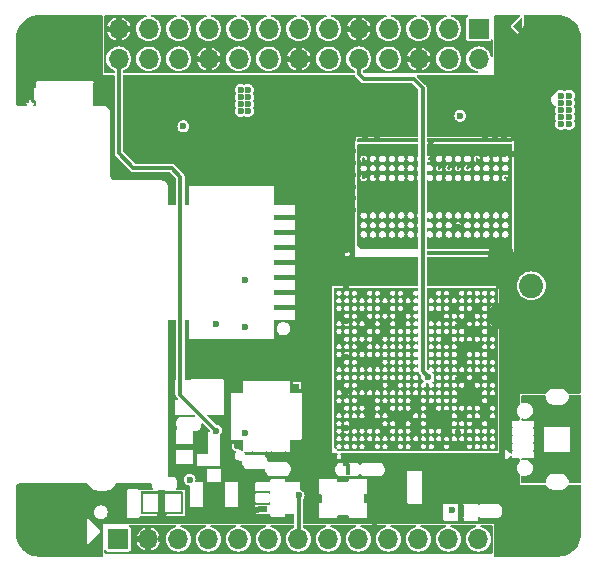
<source format=gbr>
%TF.GenerationSoftware,KiCad,Pcbnew,7.0.7*%
%TF.CreationDate,2023-10-03T13:10:00+02:00*%
%TF.ProjectId,voltlog UHF repeater,766f6c74-6c6f-4672-9055-484620726570,rev?*%
%TF.SameCoordinates,Original*%
%TF.FileFunction,Copper,L4,Bot*%
%TF.FilePolarity,Positive*%
%FSLAX46Y46*%
G04 Gerber Fmt 4.6, Leading zero omitted, Abs format (unit mm)*
G04 Created by KiCad (PCBNEW 7.0.7) date 2023-10-03 13:10:00*
%MOMM*%
%LPD*%
G01*
G04 APERTURE LIST*
%TA.AperFunction,ComponentPad*%
%ADD10R,1.700000X1.700000*%
%TD*%
%TA.AperFunction,ComponentPad*%
%ADD11O,1.700000X1.700000*%
%TD*%
%TA.AperFunction,ComponentPad*%
%ADD12C,5.500000*%
%TD*%
%TA.AperFunction,ComponentPad*%
%ADD13C,2.050000*%
%TD*%
%TA.AperFunction,ComponentPad*%
%ADD14C,2.250000*%
%TD*%
%TA.AperFunction,ViaPad*%
%ADD15C,0.600000*%
%TD*%
%TA.AperFunction,Conductor*%
%ADD16C,0.300000*%
%TD*%
G04 APERTURE END LIST*
D10*
%TO.P,J2,1,Pin_1*%
%TO.N,+5V*%
X167750000Y-78450000D03*
D11*
%TO.P,J2,2,Pin_2*%
%TO.N,GND*%
X170290000Y-78450000D03*
%TO.P,J2,3,Pin_3*%
%TO.N,/USB_DM2*%
X172830000Y-78450000D03*
%TO.P,J2,4,Pin_4*%
%TO.N,/USB_DP2*%
X175370000Y-78450000D03*
%TO.P,J2,5,Pin_5*%
%TO.N,/USB_DM3*%
X177910000Y-78450000D03*
%TO.P,J2,6,Pin_6*%
%TO.N,/USB_DP3*%
X180450000Y-78450000D03*
%TO.P,J2,7,Pin_7*%
%TO.N,LINEOUT_R*%
X182990000Y-78450000D03*
%TO.P,J2,8,Pin_8*%
%TO.N,/LINEOUT_L*%
X185530000Y-78450000D03*
%TO.P,J2,9,Pin_9*%
%TO.N,/TV_OUT*%
X188070000Y-78450000D03*
%TO.P,J2,10,Pin_10*%
%TO.N,/MIC_BIAS*%
X190610000Y-78450000D03*
%TO.P,J2,11,Pin_11*%
%TO.N,MIC1P*%
X193150000Y-78450000D03*
%TO.P,J2,12,Pin_12*%
%TO.N,MIC1N*%
X195690000Y-78450000D03*
%TO.P,J2,13,Pin_13*%
%TO.N,/CIR_RX*%
X198230000Y-78450000D03*
%TD*%
D10*
%TO.P,J1,1,Pin_1*%
%TO.N,+3V3*%
X198250000Y-35250000D03*
D11*
%TO.P,J1,2,Pin_2*%
%TO.N,+5V*%
X198250000Y-37790000D03*
%TO.P,J1,3,Pin_3*%
%TO.N,/GPIO_12*%
X195710000Y-35250000D03*
%TO.P,J1,4,Pin_4*%
%TO.N,+5V*%
X195710000Y-37790000D03*
%TO.P,J1,5,Pin_5*%
%TO.N,/GPIO_11*%
X193170000Y-35250000D03*
%TO.P,J1,6,Pin_6*%
%TO.N,GND*%
X193170000Y-37790000D03*
%TO.P,J1,7,Pin_7*%
%TO.N,/GPIO_6*%
X190630000Y-35250000D03*
%TO.P,J1,8,Pin_8*%
%TO.N,UART_TX*%
X190630000Y-37790000D03*
%TO.P,J1,9,Pin_9*%
%TO.N,GND*%
X188090000Y-35250000D03*
%TO.P,J1,10,Pin_10*%
%TO.N,UART_RX*%
X188090000Y-37790000D03*
%TO.P,J1,11,Pin_11*%
%TO.N,/GPIO_1*%
X185550000Y-35250000D03*
%TO.P,J1,12,Pin_12*%
%TO.N,GPIO_7*%
X185550000Y-37790000D03*
%TO.P,J1,13,Pin_13*%
%TO.N,/GPIO_0*%
X183010000Y-35250000D03*
%TO.P,J1,14,Pin_14*%
%TO.N,GND*%
X183010000Y-37790000D03*
%TO.P,J1,15,Pin_15*%
%TO.N,/GPIO_3*%
X180470000Y-35250000D03*
%TO.P,J1,16,Pin_16*%
%TO.N,/GPIO_19*%
X180470000Y-37790000D03*
%TO.P,J1,17,Pin_17*%
%TO.N,+3V3*%
X177930000Y-35250000D03*
%TO.P,J1,18,Pin_18*%
%TO.N,/GPIO_18*%
X177930000Y-37790000D03*
%TO.P,J1,19,Pin_19*%
%TO.N,/GPIO_15*%
X175390000Y-35250000D03*
%TO.P,J1,20,Pin_20*%
%TO.N,GND*%
X175390000Y-37790000D03*
%TO.P,J1,21,Pin_21*%
%TO.N,/GPIO_16*%
X172850000Y-35250000D03*
%TO.P,J1,22,Pin_22*%
%TO.N,/GPIO_2*%
X172850000Y-37790000D03*
%TO.P,J1,23,Pin_23*%
%TO.N,/GPIO_14*%
X170310000Y-35250000D03*
%TO.P,J1,24,Pin_24*%
%TO.N,/GPIO_13*%
X170310000Y-37790000D03*
%TO.P,J1,25,Pin_25*%
%TO.N,GND*%
X167770000Y-35250000D03*
%TO.P,J1,26,Pin_26*%
%TO.N,GPIO_10*%
X167770000Y-37790000D03*
%TD*%
D12*
%TO.P,H1,1,1*%
%TO.N,GND*%
X161944600Y-77055500D03*
%TD*%
%TO.P,H2,1,1*%
%TO.N,GND*%
X161944600Y-36944600D03*
%TD*%
%TO.P,H3,1,1*%
%TO.N,GND*%
X204055500Y-77055500D03*
%TD*%
%TO.P,H4,1,1*%
%TO.N,GND*%
X204055500Y-36944600D03*
%TD*%
D13*
%TO.P,J3,1,In*%
%TO.N,/ANT*%
X202700000Y-57000000D03*
D14*
%TO.P,J3,2,Ext*%
%TO.N,GND*%
X200160000Y-54460000D03*
X200160000Y-59540000D03*
X205240000Y-54460000D03*
X205240000Y-59540000D03*
%TD*%
D15*
%TO.N,LINEOUT_R*%
X183000000Y-74750000D03*
%TO.N,GND*%
X202050000Y-46850000D03*
X187650000Y-44600000D03*
X187650000Y-50600000D03*
X187000000Y-60000000D03*
X203400000Y-51500000D03*
X196500000Y-52000000D03*
X187000000Y-69000000D03*
X196000000Y-76000000D03*
X200000000Y-57000000D03*
X203454000Y-65024000D03*
X185650000Y-49600000D03*
X188650000Y-49600000D03*
X203300000Y-45300000D03*
X198300000Y-43800000D03*
X197500000Y-46800000D03*
X196600000Y-43500000D03*
X201200000Y-45800000D03*
X203500000Y-50700000D03*
X188650000Y-48600000D03*
X184650000Y-45600000D03*
X195000000Y-43550000D03*
X187650000Y-48600000D03*
X185650000Y-48600000D03*
X201200000Y-44500000D03*
X178500000Y-60500000D03*
X173500000Y-40000000D03*
X187000000Y-57000000D03*
X186650000Y-50600000D03*
X196500000Y-60500000D03*
X198300000Y-46500000D03*
X196500000Y-69500000D03*
X178500000Y-47500000D03*
X202100000Y-51500000D03*
X201500000Y-47400000D03*
X187000000Y-54000000D03*
X172750000Y-40000000D03*
X203400000Y-52400000D03*
X187650000Y-46600000D03*
X168000000Y-47000000D03*
X188650000Y-44600000D03*
X195800000Y-43500000D03*
X196500000Y-65000000D03*
X185650000Y-46600000D03*
X169500000Y-42500000D03*
X185650000Y-47600000D03*
X186650000Y-49600000D03*
X199500000Y-72500000D03*
X178500000Y-69500000D03*
X186650000Y-44600000D03*
X184650000Y-50600000D03*
X187650000Y-47600000D03*
X179500000Y-76000000D03*
X186650000Y-46600000D03*
X200400000Y-44500000D03*
X194400000Y-46250000D03*
X187000000Y-63000000D03*
X202750000Y-59750000D03*
X185650000Y-45600000D03*
X196700000Y-46800000D03*
X184650000Y-48600000D03*
X202100000Y-52400000D03*
X199600000Y-44500000D03*
X188650000Y-47600000D03*
X194250000Y-45500000D03*
X200750000Y-48800000D03*
X206000000Y-72000000D03*
X204000000Y-50200000D03*
X204000000Y-47400000D03*
X203400000Y-46100000D03*
X201500000Y-50200000D03*
X187000000Y-66000000D03*
X188650000Y-50600000D03*
X185650000Y-44600000D03*
X202100000Y-53400000D03*
X188650000Y-46600000D03*
X194250000Y-44750000D03*
X189650000Y-47600000D03*
X195900000Y-46800000D03*
X189650000Y-44600000D03*
X187650000Y-45600000D03*
X189650000Y-49600000D03*
X203500000Y-69000000D03*
X196500000Y-56000000D03*
X205250000Y-57000000D03*
X189650000Y-48600000D03*
X200850000Y-49600000D03*
X186650000Y-48600000D03*
X204750000Y-48800000D03*
X198800000Y-45800000D03*
X202000000Y-44500000D03*
X186650000Y-45600000D03*
X187650000Y-49600000D03*
X194400000Y-44000000D03*
X202000000Y-46000000D03*
X202000000Y-50700000D03*
X184650000Y-46600000D03*
X184650000Y-49600000D03*
X189500000Y-77000000D03*
X202700000Y-44800000D03*
X204650000Y-47950000D03*
X204650000Y-49650000D03*
X184650000Y-44600000D03*
X200850000Y-48000000D03*
X186650000Y-47600000D03*
X188650000Y-45600000D03*
X184650000Y-47600000D03*
X185650000Y-50600000D03*
X195100000Y-46800000D03*
X197400000Y-43500000D03*
X189650000Y-50600000D03*
X199600000Y-45800000D03*
X189650000Y-46600000D03*
X178500000Y-56500000D03*
X203400000Y-53400000D03*
X187000000Y-72000000D03*
X200400000Y-45800000D03*
X189650000Y-45600000D03*
X203500000Y-46900000D03*
X198800000Y-44500000D03*
%TO.N,Net-(D2-K)*%
X205900000Y-42100000D03*
X205200000Y-42100000D03*
X178700000Y-41000000D03*
X205900000Y-43300000D03*
X205900000Y-41500000D03*
X178100000Y-41000000D03*
X205200000Y-40900000D03*
X178700000Y-42200000D03*
X205200000Y-42700000D03*
X205200000Y-43300000D03*
X178100000Y-40400000D03*
X205200000Y-41500000D03*
X178700000Y-40400000D03*
X178100000Y-42200000D03*
X205900000Y-40900000D03*
X205900000Y-42700000D03*
X178700000Y-41600000D03*
X178100000Y-41600000D03*
%TO.N,+3V3*%
X173775000Y-73400000D03*
%TO.N,+5V*%
X173250000Y-43500000D03*
X176000000Y-60250000D03*
X196700000Y-42600000D03*
%TO.N,GPIO_10*%
X176000000Y-69250000D03*
%TO.N,UART_RX*%
X194000000Y-64750000D03*
%TD*%
D16*
%TO.N,LINEOUT_R*%
X183000000Y-74750000D02*
X183000000Y-78440000D01*
X183000000Y-78440000D02*
X182990000Y-78450000D01*
%TO.N,GPIO_10*%
X169000000Y-47000000D02*
X172250000Y-47000000D01*
X173000000Y-47750000D02*
X173000000Y-66250000D01*
X173000000Y-66250000D02*
X176000000Y-69250000D01*
X167770000Y-37790000D02*
X167770000Y-45770000D01*
X172250000Y-47000000D02*
X173000000Y-47750000D01*
X167770000Y-45770000D02*
X169000000Y-47000000D01*
%TO.N,UART_RX*%
X188500000Y-39500000D02*
X192750000Y-39500000D01*
X193500000Y-40250000D02*
X193500000Y-64250000D01*
X188090000Y-39090000D02*
X188500000Y-39500000D01*
X193500000Y-64250000D02*
X194000000Y-64750000D01*
X188090000Y-37790000D02*
X188090000Y-39090000D01*
X192750000Y-39500000D02*
X193500000Y-40250000D01*
%TD*%
%TA.AperFunction,Conductor*%
%TO.N,GND*%
G36*
X162099129Y-74636085D02*
G01*
X162396588Y-74673663D01*
X162401134Y-74674529D01*
X162691556Y-74749097D01*
X162695941Y-74750521D01*
X162974722Y-74860899D01*
X162978922Y-74862875D01*
X163241658Y-75007316D01*
X163245580Y-75009804D01*
X163419974Y-75136509D01*
X163488131Y-75186028D01*
X163491709Y-75188987D01*
X163710273Y-75394232D01*
X163713452Y-75397618D01*
X163904565Y-75628634D01*
X163907288Y-75632382D01*
X164067938Y-75885526D01*
X164070179Y-75889602D01*
X164197833Y-76160882D01*
X164199542Y-76165196D01*
X164292192Y-76450341D01*
X164293348Y-76454846D01*
X164326082Y-76626443D01*
X164349090Y-76747055D01*
X164349527Y-76749343D01*
X164350110Y-76753958D01*
X164368935Y-77053179D01*
X164368935Y-77057829D01*
X164350110Y-77357051D01*
X164349527Y-77361666D01*
X164293348Y-77656163D01*
X164292192Y-77660667D01*
X164226272Y-77863550D01*
X164199546Y-77945803D01*
X164197833Y-77950127D01*
X164070179Y-78221407D01*
X164067938Y-78225483D01*
X163907294Y-78478619D01*
X163904560Y-78482382D01*
X163713454Y-78713389D01*
X163710270Y-78716780D01*
X163491715Y-78922017D01*
X163488131Y-78924981D01*
X163245585Y-79101201D01*
X163241658Y-79103693D01*
X162978922Y-79248134D01*
X162974714Y-79250114D01*
X162961270Y-79255437D01*
X162695955Y-79360482D01*
X162691542Y-79361916D01*
X162401147Y-79436476D01*
X162396578Y-79437348D01*
X162291640Y-79450605D01*
X162099128Y-79474924D01*
X162094496Y-79475216D01*
X161794678Y-79475216D01*
X161790045Y-79474924D01*
X161568482Y-79446934D01*
X161492595Y-79437348D01*
X161488029Y-79436477D01*
X161197627Y-79361914D01*
X161193223Y-79360484D01*
X160914458Y-79250113D01*
X160910251Y-79248134D01*
X160647515Y-79103693D01*
X160643588Y-79101201D01*
X160401042Y-78924981D01*
X160397462Y-78922020D01*
X160178899Y-78716776D01*
X160175719Y-78713389D01*
X160164643Y-78700000D01*
X159984606Y-78482372D01*
X159981887Y-78478630D01*
X159821231Y-78225476D01*
X159818997Y-78221413D01*
X159691339Y-77950126D01*
X159689634Y-77945821D01*
X159596977Y-77660653D01*
X159595825Y-77656163D01*
X159591822Y-77635178D01*
X159539643Y-77361649D01*
X159539064Y-77357063D01*
X159520238Y-77057825D01*
X159520238Y-77053178D01*
X159530415Y-76891424D01*
X159539064Y-76753944D01*
X159539643Y-76749361D01*
X159595828Y-76454833D01*
X159596975Y-76450360D01*
X159689636Y-76165182D01*
X159691340Y-76160882D01*
X159691755Y-76160001D01*
X159819000Y-75889589D01*
X159821227Y-75885540D01*
X159981892Y-75632371D01*
X159984600Y-75628644D01*
X160175729Y-75397609D01*
X160178891Y-75394240D01*
X160397471Y-75188980D01*
X160401034Y-75186034D01*
X160643600Y-75009799D01*
X160647515Y-75007316D01*
X160856442Y-74892457D01*
X160910254Y-74862873D01*
X160914444Y-74860901D01*
X161193237Y-74750520D01*
X161197612Y-74749099D01*
X161488041Y-74674529D01*
X161492582Y-74673663D01*
X161790044Y-74636085D01*
X161794678Y-74635794D01*
X162094496Y-74635794D01*
X162099129Y-74636085D01*
G37*
%TD.AperFunction*%
%TA.AperFunction,Conductor*%
G36*
X204210043Y-74636085D02*
G01*
X204507502Y-74673663D01*
X204512048Y-74674529D01*
X204802470Y-74749097D01*
X204806855Y-74750521D01*
X205085636Y-74860899D01*
X205089836Y-74862875D01*
X205352572Y-75007316D01*
X205356494Y-75009804D01*
X205530888Y-75136509D01*
X205599045Y-75186028D01*
X205602623Y-75188987D01*
X205821187Y-75394232D01*
X205824366Y-75397618D01*
X206015479Y-75628634D01*
X206018202Y-75632382D01*
X206178852Y-75885526D01*
X206181093Y-75889602D01*
X206308747Y-76160882D01*
X206310456Y-76165196D01*
X206403106Y-76450341D01*
X206404262Y-76454846D01*
X206436996Y-76626443D01*
X206460004Y-76747055D01*
X206460441Y-76749343D01*
X206461024Y-76753958D01*
X206479849Y-77053180D01*
X206479849Y-77057831D01*
X206461024Y-77357051D01*
X206460441Y-77361666D01*
X206404262Y-77656163D01*
X206403106Y-77660667D01*
X206337186Y-77863550D01*
X206310460Y-77945803D01*
X206308747Y-77950127D01*
X206181093Y-78221407D01*
X206178852Y-78225483D01*
X206018208Y-78478619D01*
X206015474Y-78482382D01*
X205824368Y-78713389D01*
X205821184Y-78716780D01*
X205602629Y-78922017D01*
X205599045Y-78924981D01*
X205356499Y-79101201D01*
X205352572Y-79103693D01*
X205089836Y-79248134D01*
X205085628Y-79250114D01*
X205072184Y-79255437D01*
X204806869Y-79360482D01*
X204802456Y-79361916D01*
X204512061Y-79436476D01*
X204507492Y-79437348D01*
X204402554Y-79450605D01*
X204210042Y-79474924D01*
X204205410Y-79475216D01*
X203905592Y-79475216D01*
X203900959Y-79474924D01*
X203679396Y-79446934D01*
X203603509Y-79437348D01*
X203598943Y-79436477D01*
X203308541Y-79361914D01*
X203304137Y-79360484D01*
X203025372Y-79250113D01*
X203021165Y-79248134D01*
X202758429Y-79103693D01*
X202754502Y-79101201D01*
X202511956Y-78924981D01*
X202508376Y-78922020D01*
X202289813Y-78716776D01*
X202286633Y-78713389D01*
X202275557Y-78700000D01*
X202095520Y-78482372D01*
X202092801Y-78478630D01*
X201932145Y-78225476D01*
X201929911Y-78221413D01*
X201802253Y-77950126D01*
X201800548Y-77945821D01*
X201707891Y-77660653D01*
X201706739Y-77656163D01*
X201702736Y-77635178D01*
X201650557Y-77361649D01*
X201649978Y-77357063D01*
X201631152Y-77057825D01*
X201631152Y-77053180D01*
X201641329Y-76891424D01*
X201649978Y-76753944D01*
X201650557Y-76749361D01*
X201706742Y-76454833D01*
X201707889Y-76450360D01*
X201800550Y-76165182D01*
X201802254Y-76160882D01*
X201802669Y-76160001D01*
X201929914Y-75889589D01*
X201932141Y-75885540D01*
X202092806Y-75632371D01*
X202095514Y-75628644D01*
X202286643Y-75397609D01*
X202289805Y-75394240D01*
X202508385Y-75188980D01*
X202511948Y-75186034D01*
X202754514Y-75009799D01*
X202758429Y-75007316D01*
X202967356Y-74892457D01*
X203021168Y-74862873D01*
X203025358Y-74860901D01*
X203304151Y-74750520D01*
X203308526Y-74749099D01*
X203598955Y-74674529D01*
X203603496Y-74673663D01*
X203900958Y-74636085D01*
X203905592Y-74635794D01*
X204205410Y-74635794D01*
X204210043Y-74636085D01*
G37*
%TD.AperFunction*%
%TA.AperFunction,Conductor*%
G36*
X187368959Y-72143832D02*
G01*
X187394269Y-72187669D01*
X187385479Y-72237519D01*
X187385476Y-72237525D01*
X187377228Y-72251808D01*
X187369836Y-72262364D01*
X187360578Y-72273398D01*
X187358174Y-72280002D01*
X187356954Y-72286926D01*
X187359454Y-72301105D01*
X187360578Y-72313954D01*
X187360578Y-72760822D01*
X187357132Y-72773709D01*
X187359219Y-72774077D01*
X187356954Y-72786925D01*
X187359454Y-72801104D01*
X187360578Y-72813953D01*
X187360578Y-72814190D01*
X187360578Y-72814192D01*
X187360579Y-72814193D01*
X187360660Y-72814416D01*
X187363994Y-72826861D01*
X187366496Y-72841047D01*
X187366497Y-72841050D01*
X187366498Y-72841051D01*
X187370015Y-72847143D01*
X187375502Y-72853682D01*
X187392814Y-72901248D01*
X187375500Y-72948814D01*
X187331663Y-72974123D01*
X187318815Y-72975247D01*
X187051010Y-72975252D01*
X187003444Y-72957940D01*
X186978133Y-72914103D01*
X186986922Y-72864255D01*
X186993695Y-72852523D01*
X186995176Y-72849956D01*
X187002574Y-72839391D01*
X187011833Y-72828358D01*
X187011832Y-72828357D01*
X187014234Y-72821759D01*
X187015456Y-72814831D01*
X187015457Y-72814830D01*
X187012954Y-72800638D01*
X187011832Y-72787812D01*
X187011832Y-72340939D01*
X187015289Y-72328052D01*
X187013190Y-72327682D01*
X187015455Y-72314833D01*
X187015457Y-72314831D01*
X187012957Y-72300651D01*
X187011833Y-72287802D01*
X187011833Y-72287568D01*
X187011833Y-72287567D01*
X187011750Y-72287340D01*
X187008413Y-72274883D01*
X187008223Y-72273805D01*
X187005914Y-72260707D01*
X187005913Y-72260706D01*
X187005913Y-72260704D01*
X187002402Y-72254623D01*
X186997881Y-72249235D01*
X186997881Y-72249234D01*
X186997879Y-72249233D01*
X186996916Y-72248085D01*
X186979604Y-72200519D01*
X186996917Y-72152952D01*
X187040755Y-72127643D01*
X187053604Y-72126519D01*
X187321393Y-72126519D01*
X187368959Y-72143832D01*
G37*
%TD.AperFunction*%
%TA.AperFunction,Conductor*%
G36*
X201733307Y-34092906D02*
G01*
X201758617Y-34136743D01*
X201749827Y-34186593D01*
X201738067Y-34201917D01*
X201182466Y-34757518D01*
X201002044Y-34937940D01*
X200990492Y-34944610D01*
X200991711Y-34946351D01*
X200981025Y-34953834D01*
X200972766Y-34965629D01*
X200964481Y-34975503D01*
X200964311Y-34975672D01*
X200964310Y-34975674D01*
X200964205Y-34975900D01*
X200957761Y-34987059D01*
X200949503Y-34998852D01*
X200947681Y-35005652D01*
X200947069Y-35012647D01*
X200950797Y-35026556D01*
X200953037Y-35039261D01*
X200954291Y-35053602D01*
X200957263Y-35059976D01*
X200961294Y-35065732D01*
X200961295Y-35065733D01*
X200972073Y-35073280D01*
X200973085Y-35073988D01*
X200982968Y-35082280D01*
X201695887Y-35795199D01*
X201717279Y-35841075D01*
X201710519Y-35879030D01*
X201656132Y-35994611D01*
X201656130Y-35994615D01*
X201656127Y-35994623D01*
X201555988Y-36302818D01*
X201555985Y-36302830D01*
X201495265Y-36621141D01*
X201495262Y-36621163D01*
X201474914Y-36944587D01*
X201495262Y-37268012D01*
X201495265Y-37268034D01*
X201555985Y-37586345D01*
X201555988Y-37586357D01*
X201656127Y-37894554D01*
X201656131Y-37894564D01*
X201794113Y-38187793D01*
X201967761Y-38461418D01*
X202174332Y-38711119D01*
X202174336Y-38711124D01*
X202410572Y-38932963D01*
X202410574Y-38932965D01*
X202671534Y-39122565D01*
X202672753Y-39123450D01*
X202956740Y-39279573D01*
X203016971Y-39303420D01*
X203258041Y-39398867D01*
X203258053Y-39398870D01*
X203258056Y-39398872D01*
X203258059Y-39398872D01*
X203258063Y-39398874D01*
X203325321Y-39416142D01*
X203571947Y-39479466D01*
X203893465Y-39520083D01*
X203893466Y-39520083D01*
X204217536Y-39520083D01*
X204217537Y-39520083D01*
X204539055Y-39479466D01*
X204852946Y-39398872D01*
X204852953Y-39398869D01*
X204852960Y-39398867D01*
X204994174Y-39342956D01*
X205154262Y-39279573D01*
X205438249Y-39123450D01*
X205700429Y-38932964D01*
X205936668Y-38711121D01*
X206143240Y-38461419D01*
X206316887Y-38187795D01*
X206454870Y-37894565D01*
X206473541Y-37837104D01*
X206555013Y-37586357D01*
X206555016Y-37586345D01*
X206589521Y-37405460D01*
X206615739Y-37268021D01*
X206636088Y-36944588D01*
X206615739Y-36621155D01*
X206562419Y-36341641D01*
X206555016Y-36302830D01*
X206555013Y-36302818D01*
X206454874Y-35994621D01*
X206454870Y-35994611D01*
X206316888Y-35701382D01*
X206143240Y-35427757D01*
X205936669Y-35178056D01*
X205936665Y-35178051D01*
X205700429Y-34956212D01*
X205700427Y-34956210D01*
X205438254Y-34765729D01*
X205434943Y-34763909D01*
X205154262Y-34609603D01*
X205154255Y-34609600D01*
X204852960Y-34490308D01*
X204852938Y-34490301D01*
X204539055Y-34409710D01*
X204539044Y-34409708D01*
X204217544Y-34369093D01*
X204217537Y-34369093D01*
X203893465Y-34369093D01*
X203893457Y-34369093D01*
X203571957Y-34409708D01*
X203571946Y-34409710D01*
X203258063Y-34490301D01*
X203258041Y-34490308D01*
X202956746Y-34609600D01*
X202956739Y-34609603D01*
X202672747Y-34765729D01*
X202410574Y-34956210D01*
X202410572Y-34956212D01*
X202227264Y-35128349D01*
X202180739Y-35148290D01*
X202132280Y-35133659D01*
X202104563Y-35091303D01*
X202102608Y-35074405D01*
X202102608Y-34149593D01*
X202119921Y-34102027D01*
X202163758Y-34076717D01*
X202176608Y-34075593D01*
X204998797Y-34075593D01*
X205001217Y-34075672D01*
X205248779Y-34091898D01*
X205253576Y-34092529D01*
X205495737Y-34140698D01*
X205500381Y-34141943D01*
X205677079Y-34201923D01*
X205734174Y-34221304D01*
X205738649Y-34223157D01*
X205908376Y-34306857D01*
X205926264Y-34315678D01*
X205929036Y-34317195D01*
X205960086Y-34335966D01*
X206003758Y-34362367D01*
X206007438Y-34364907D01*
X206239133Y-34546428D01*
X206242481Y-34549394D01*
X206450605Y-34757518D01*
X206453571Y-34760866D01*
X206635092Y-34992560D01*
X206637632Y-34996241D01*
X206683071Y-35071406D01*
X206684589Y-35074179D01*
X206735817Y-35178056D01*
X206776935Y-35261433D01*
X206778789Y-35265909D01*
X206858149Y-35499695D01*
X206859403Y-35504375D01*
X206886183Y-35639003D01*
X206905688Y-35737059D01*
X206907568Y-35746507D01*
X206908200Y-35751310D01*
X206924417Y-35998702D01*
X206924496Y-36001123D01*
X206924496Y-66042044D01*
X206907183Y-66089610D01*
X206863346Y-66114920D01*
X206850496Y-66116044D01*
X205856243Y-66116044D01*
X205808677Y-66098731D01*
X205789574Y-66074156D01*
X205768240Y-66029856D01*
X205673335Y-65910852D01*
X205673331Y-65910848D01*
X205554329Y-65815951D01*
X205554328Y-65815950D01*
X205554326Y-65815949D01*
X205554323Y-65815947D01*
X205417192Y-65749911D01*
X205417189Y-65749910D01*
X205417187Y-65749909D01*
X205416872Y-65749837D01*
X205268790Y-65716042D01*
X205268789Y-65716042D01*
X205192672Y-65716044D01*
X205192682Y-65716044D01*
X205168151Y-65716045D01*
X204623421Y-65716045D01*
X204623184Y-65715959D01*
X204516569Y-65715959D01*
X204368167Y-65749834D01*
X204368158Y-65749837D01*
X204231010Y-65815886D01*
X204231007Y-65815888D01*
X204111992Y-65910802D01*
X204017081Y-66029818D01*
X204017078Y-66029823D01*
X203995732Y-66074151D01*
X203959495Y-66109495D01*
X203929060Y-66116044D01*
X201832723Y-66116044D01*
X201819835Y-66112588D01*
X201819466Y-66114685D01*
X201806620Y-66112419D01*
X201795671Y-66114349D01*
X201792437Y-66114920D01*
X201779590Y-66116044D01*
X201779354Y-66116044D01*
X201779123Y-66116128D01*
X201766679Y-66119461D01*
X201758241Y-66120949D01*
X201752493Y-66121963D01*
X201746403Y-66125479D01*
X201741019Y-66129997D01*
X201733816Y-66142472D01*
X201726424Y-66153029D01*
X201717166Y-66164063D01*
X201714762Y-66170667D01*
X201713542Y-66177591D01*
X201716042Y-66191770D01*
X201717166Y-66204619D01*
X201717165Y-67025489D01*
X201699852Y-67073055D01*
X201692237Y-67080878D01*
X201653362Y-67115318D01*
X201560175Y-67250322D01*
X201502006Y-67403703D01*
X201502004Y-67403707D01*
X201482233Y-67566544D01*
X201482233Y-67566551D01*
X201502004Y-67729388D01*
X201502005Y-67729391D01*
X201502006Y-67729393D01*
X201520880Y-67779160D01*
X201560175Y-67882773D01*
X201598555Y-67938376D01*
X201653360Y-68017775D01*
X201653362Y-68017777D01*
X201653362Y-68017778D01*
X201692236Y-68052216D01*
X201716360Y-68096716D01*
X201717166Y-68107606D01*
X201717166Y-68342039D01*
X201699853Y-68389605D01*
X201656016Y-68414915D01*
X201643166Y-68416039D01*
X201182750Y-68416039D01*
X201169862Y-68412583D01*
X201169493Y-68414680D01*
X201156647Y-68412414D01*
X201145698Y-68414344D01*
X201142464Y-68414915D01*
X201129617Y-68416039D01*
X201129381Y-68416039D01*
X201129150Y-68416123D01*
X201116706Y-68419456D01*
X201108268Y-68420944D01*
X201102520Y-68421958D01*
X201096430Y-68425474D01*
X201091046Y-68429992D01*
X201083843Y-68442467D01*
X201076451Y-68453024D01*
X201067193Y-68464058D01*
X201064789Y-68470662D01*
X201063569Y-68477586D01*
X201066069Y-68491765D01*
X201067193Y-68504614D01*
X201067193Y-68851483D01*
X201063747Y-68864370D01*
X201065834Y-68864738D01*
X201063569Y-68877586D01*
X201066069Y-68891765D01*
X201067193Y-68904614D01*
X201067193Y-68904851D01*
X201067193Y-68904853D01*
X201067194Y-68904854D01*
X201067275Y-68905077D01*
X201070609Y-68917522D01*
X201073111Y-68931708D01*
X201073112Y-68931711D01*
X201073113Y-68931712D01*
X201076628Y-68937801D01*
X201081144Y-68943183D01*
X201081145Y-68943184D01*
X201092342Y-68949648D01*
X201124879Y-68988423D01*
X201124880Y-69039042D01*
X201107768Y-69059448D01*
X201110839Y-69062033D01*
X201110536Y-69062393D01*
X201099691Y-69069979D01*
X201101043Y-69071590D01*
X201091046Y-69079978D01*
X201083843Y-69092453D01*
X201076451Y-69103010D01*
X201067193Y-69114044D01*
X201064789Y-69120648D01*
X201063569Y-69127572D01*
X201063569Y-69127573D01*
X201065500Y-69138526D01*
X201066069Y-69141751D01*
X201067193Y-69154600D01*
X201067193Y-69501469D01*
X201063747Y-69514356D01*
X201065834Y-69514724D01*
X201063569Y-69527572D01*
X201066069Y-69541751D01*
X201067193Y-69554600D01*
X201067193Y-69554837D01*
X201067193Y-69554839D01*
X201067194Y-69554840D01*
X201067275Y-69555063D01*
X201070609Y-69567508D01*
X201073111Y-69581694D01*
X201073112Y-69581697D01*
X201073113Y-69581698D01*
X201076628Y-69587787D01*
X201081146Y-69593171D01*
X201092363Y-69599647D01*
X201124901Y-69638423D01*
X201124902Y-69689042D01*
X201107776Y-69709467D01*
X201110839Y-69712045D01*
X201110536Y-69712405D01*
X201099691Y-69719991D01*
X201101043Y-69721602D01*
X201091046Y-69729990D01*
X201083843Y-69742465D01*
X201076451Y-69753022D01*
X201067193Y-69764056D01*
X201064789Y-69770660D01*
X201063569Y-69777584D01*
X201066069Y-69791763D01*
X201067193Y-69804612D01*
X201067193Y-70151480D01*
X201063747Y-70164367D01*
X201065834Y-70164735D01*
X201063569Y-70177583D01*
X201063569Y-70177584D01*
X201063723Y-70178459D01*
X201066069Y-70191762D01*
X201067193Y-70204611D01*
X201067193Y-70204848D01*
X201067193Y-70204850D01*
X201067194Y-70204851D01*
X201067275Y-70205074D01*
X201070609Y-70217519D01*
X201073111Y-70231705D01*
X201073112Y-70231708D01*
X201073113Y-70231709D01*
X201076628Y-70237798D01*
X201081146Y-70243182D01*
X201092363Y-70249658D01*
X201124901Y-70288434D01*
X201124902Y-70339053D01*
X201107776Y-70359478D01*
X201110839Y-70362056D01*
X201110536Y-70362416D01*
X201099691Y-70370002D01*
X201101043Y-70371613D01*
X201091046Y-70380001D01*
X201083843Y-70392476D01*
X201076451Y-70403033D01*
X201067193Y-70414067D01*
X201064789Y-70420671D01*
X201063569Y-70427595D01*
X201063569Y-70427596D01*
X201065989Y-70441320D01*
X201066069Y-70441774D01*
X201067193Y-70454623D01*
X201067193Y-70801491D01*
X201063747Y-70814378D01*
X201065834Y-70814746D01*
X201063569Y-70827594D01*
X201066069Y-70841773D01*
X201067193Y-70854622D01*
X201067193Y-70854859D01*
X201067193Y-70854861D01*
X201067194Y-70854862D01*
X201067275Y-70855085D01*
X201070609Y-70867530D01*
X201073004Y-70881108D01*
X201073112Y-70881719D01*
X201073113Y-70881720D01*
X201076628Y-70887809D01*
X201081145Y-70893192D01*
X201092343Y-70899657D01*
X201124880Y-70938433D01*
X201124880Y-70989052D01*
X201107764Y-71009454D01*
X201110839Y-71012042D01*
X201110536Y-71012402D01*
X201099691Y-71019988D01*
X201101043Y-71021599D01*
X201091046Y-71029987D01*
X201083843Y-71042462D01*
X201076451Y-71053019D01*
X201067193Y-71064053D01*
X201064789Y-71070657D01*
X201063569Y-71077581D01*
X201066069Y-71091760D01*
X201067193Y-71104609D01*
X201067193Y-71130621D01*
X201049880Y-71178187D01*
X201006043Y-71203497D01*
X200956193Y-71194707D01*
X200940867Y-71182947D01*
X200669489Y-70911569D01*
X200660258Y-70897078D01*
X200654214Y-70889875D01*
X200647461Y-70885976D01*
X200642261Y-70881986D01*
X200641947Y-70882436D01*
X200636646Y-70878724D01*
X200636642Y-70878722D01*
X200628995Y-70875156D01*
X200626170Y-70873685D01*
X200610435Y-70864600D01*
X200605990Y-70862034D01*
X200604771Y-70861928D01*
X200601562Y-70861505D01*
X200600368Y-70861294D01*
X200577863Y-70867324D01*
X200574714Y-70868022D01*
X200551779Y-70872067D01*
X200550773Y-70872772D01*
X200548056Y-70874502D01*
X200547000Y-70875111D01*
X200533638Y-70894195D01*
X200531672Y-70896756D01*
X200516703Y-70914595D01*
X200516389Y-70915768D01*
X200515419Y-70918846D01*
X200514997Y-70920003D01*
X200517027Y-70943210D01*
X200517168Y-70946435D01*
X200517168Y-71608375D01*
X200513447Y-71625161D01*
X200512628Y-71634513D01*
X200514647Y-71642046D01*
X200515503Y-71648553D01*
X200516044Y-71648458D01*
X200517167Y-71654832D01*
X200520044Y-71662736D01*
X200521014Y-71665814D01*
X200527039Y-71688301D01*
X200527834Y-71689249D01*
X200529796Y-71691806D01*
X200530495Y-71692804D01*
X200531119Y-71693164D01*
X200531120Y-71693165D01*
X200550664Y-71704448D01*
X200553390Y-71706185D01*
X200572460Y-71719539D01*
X200573669Y-71719753D01*
X200576818Y-71720451D01*
X200578005Y-71720769D01*
X200578715Y-71720643D01*
X200578716Y-71720644D01*
X200586780Y-71719222D01*
X200600938Y-71716726D01*
X200604143Y-71716304D01*
X200610878Y-71715715D01*
X200626621Y-71714339D01*
X200626621Y-71714338D01*
X200627337Y-71714276D01*
X200628390Y-71713669D01*
X200631266Y-71712172D01*
X200632374Y-71711655D01*
X200632838Y-71711101D01*
X200632840Y-71711101D01*
X200647348Y-71693809D01*
X200649506Y-71691454D01*
X200940465Y-71400516D01*
X200986341Y-71379126D01*
X201035235Y-71392229D01*
X201064267Y-71433695D01*
X201065665Y-71465690D01*
X201063569Y-71477580D01*
X201066069Y-71491759D01*
X201067193Y-71504608D01*
X201067193Y-71504845D01*
X201067193Y-71504847D01*
X201067194Y-71504848D01*
X201067275Y-71505071D01*
X201070609Y-71517516D01*
X201073111Y-71531702D01*
X201073112Y-71531705D01*
X201073113Y-71531706D01*
X201076628Y-71537795D01*
X201081145Y-71543178D01*
X201093617Y-71550378D01*
X201104174Y-71557770D01*
X201115213Y-71567033D01*
X201115214Y-71567033D01*
X201121817Y-71569436D01*
X201128738Y-71570657D01*
X201128740Y-71570656D01*
X201128741Y-71570657D01*
X201142921Y-71568156D01*
X201155769Y-71567033D01*
X201643166Y-71567033D01*
X201690732Y-71584346D01*
X201716042Y-71628183D01*
X201717166Y-71641033D01*
X201717166Y-71875466D01*
X201699853Y-71923032D01*
X201692240Y-71930851D01*
X201680605Y-71941161D01*
X201653362Y-71965295D01*
X201560175Y-72100299D01*
X201502006Y-72253680D01*
X201502004Y-72253684D01*
X201482233Y-72416521D01*
X201482233Y-72416528D01*
X201502004Y-72579365D01*
X201502005Y-72579368D01*
X201502006Y-72579370D01*
X201520817Y-72628970D01*
X201560175Y-72732750D01*
X201597570Y-72786926D01*
X201653360Y-72867752D01*
X201653362Y-72867754D01*
X201653362Y-72867755D01*
X201692236Y-72902193D01*
X201716360Y-72946693D01*
X201717166Y-72957583D01*
X201717166Y-73751473D01*
X201713720Y-73764360D01*
X201715807Y-73764728D01*
X201713542Y-73777576D01*
X201713542Y-73777577D01*
X201714347Y-73782143D01*
X201716042Y-73791755D01*
X201717166Y-73804604D01*
X201717166Y-73804841D01*
X201717166Y-73804843D01*
X201717167Y-73804844D01*
X201717248Y-73805067D01*
X201720582Y-73817512D01*
X201722298Y-73827239D01*
X201723085Y-73831701D01*
X201723086Y-73831702D01*
X201726601Y-73837791D01*
X201731118Y-73843174D01*
X201743590Y-73850374D01*
X201754147Y-73857766D01*
X201765186Y-73867029D01*
X201765187Y-73867029D01*
X201771790Y-73869432D01*
X201778711Y-73870653D01*
X201778713Y-73870652D01*
X201778714Y-73870653D01*
X201792894Y-73868152D01*
X201805742Y-73867029D01*
X203929111Y-73867029D01*
X203976677Y-73884342D01*
X203995783Y-73908922D01*
X204017090Y-73953169D01*
X204017093Y-73953174D01*
X204112002Y-74072187D01*
X204231015Y-74167099D01*
X204368164Y-74233150D01*
X204368169Y-74233152D01*
X204516572Y-74267026D01*
X204550484Y-74267026D01*
X204550490Y-74267028D01*
X204565206Y-74267028D01*
X205212193Y-74267028D01*
X205212845Y-74266970D01*
X205268790Y-74266972D01*
X205417192Y-74233104D01*
X205554336Y-74167062D01*
X205673345Y-74072158D01*
X205768252Y-73953151D01*
X205789552Y-73908920D01*
X205825788Y-73873578D01*
X205856223Y-73867029D01*
X206850496Y-73867029D01*
X206898062Y-73884342D01*
X206923372Y-73928179D01*
X206924496Y-73941029D01*
X206924496Y-77998784D01*
X206924417Y-78001205D01*
X206908188Y-78248781D01*
X206907556Y-78253585D01*
X206859394Y-78495715D01*
X206858140Y-78500395D01*
X206778780Y-78734180D01*
X206776926Y-78738656D01*
X206684789Y-78925489D01*
X206683268Y-78928267D01*
X206637632Y-79003758D01*
X206635092Y-79007439D01*
X206453571Y-79239133D01*
X206450605Y-79242481D01*
X206242481Y-79450605D01*
X206239133Y-79453571D01*
X206007439Y-79635092D01*
X206003759Y-79637632D01*
X205928269Y-79683267D01*
X205925491Y-79684788D01*
X205738650Y-79776928D01*
X205734173Y-79778782D01*
X205500392Y-79858141D01*
X205495712Y-79859395D01*
X205253582Y-79907557D01*
X205248778Y-79908189D01*
X205034704Y-79922221D01*
X205001140Y-79924421D01*
X204998727Y-79924500D01*
X199617392Y-79924500D01*
X199569826Y-79907187D01*
X199544516Y-79863350D01*
X199553306Y-79813500D01*
X199556378Y-79809837D01*
X199561687Y-79800639D01*
X199561689Y-79800639D01*
X199568889Y-79788167D01*
X199576287Y-79777602D01*
X199585544Y-79766571D01*
X199585545Y-79766570D01*
X199587947Y-79759970D01*
X199589168Y-79753044D01*
X199589054Y-79752400D01*
X199586667Y-79738863D01*
X199585544Y-79726014D01*
X199585544Y-77239148D01*
X199588999Y-77226260D01*
X199586903Y-77225891D01*
X199589168Y-77213044D01*
X199586668Y-77198864D01*
X199585544Y-77186014D01*
X199585544Y-77185780D01*
X199585544Y-77185779D01*
X199585461Y-77185552D01*
X199582124Y-77173095D01*
X199579625Y-77158919D01*
X199579624Y-77158918D01*
X199579624Y-77158916D01*
X199576113Y-77152835D01*
X199571590Y-77147444D01*
X199559116Y-77140242D01*
X199548551Y-77132844D01*
X199537524Y-77123591D01*
X199530919Y-77121187D01*
X199523998Y-77119966D01*
X199513049Y-77121896D01*
X199509815Y-77122467D01*
X199496968Y-77123591D01*
X183424500Y-77123591D01*
X183376934Y-77106278D01*
X183351624Y-77062441D01*
X183351017Y-77055505D01*
X201474914Y-77055505D01*
X201495262Y-77378929D01*
X201495265Y-77378951D01*
X201555985Y-77697262D01*
X201555988Y-77697274D01*
X201656127Y-78005471D01*
X201656131Y-78005481D01*
X201794113Y-78298710D01*
X201967761Y-78572335D01*
X202174332Y-78822036D01*
X202174336Y-78822041D01*
X202410572Y-79043880D01*
X202410574Y-79043882D01*
X202669124Y-79231731D01*
X202672753Y-79234367D01*
X202956740Y-79390490D01*
X203029150Y-79419159D01*
X203258041Y-79509784D01*
X203258053Y-79509787D01*
X203258056Y-79509789D01*
X203258059Y-79509789D01*
X203258063Y-79509791D01*
X203325321Y-79527059D01*
X203571947Y-79590383D01*
X203893465Y-79631000D01*
X203893466Y-79631000D01*
X204217536Y-79631000D01*
X204217537Y-79631000D01*
X204539055Y-79590383D01*
X204852946Y-79509789D01*
X204852953Y-79509786D01*
X204852960Y-79509784D01*
X205017716Y-79444552D01*
X205154262Y-79390490D01*
X205438249Y-79234367D01*
X205700429Y-79043881D01*
X205910118Y-78846970D01*
X205936665Y-78822041D01*
X205936665Y-78822040D01*
X205936668Y-78822038D01*
X206143240Y-78572336D01*
X206316887Y-78298712D01*
X206454870Y-78005482D01*
X206456303Y-78001074D01*
X206555013Y-77697274D01*
X206555016Y-77697262D01*
X206578082Y-77576342D01*
X206615739Y-77378938D01*
X206636088Y-77055505D01*
X206615739Y-76732072D01*
X206589301Y-76593476D01*
X206555016Y-76413747D01*
X206555013Y-76413735D01*
X206454874Y-76105538D01*
X206454870Y-76105528D01*
X206316888Y-75812299D01*
X206143240Y-75538674D01*
X205936669Y-75288973D01*
X205936665Y-75288968D01*
X205700429Y-75067129D01*
X205700427Y-75067127D01*
X205438254Y-74876646D01*
X205411169Y-74861756D01*
X205154262Y-74720520D01*
X205154255Y-74720517D01*
X204852960Y-74601225D01*
X204852938Y-74601218D01*
X204539055Y-74520627D01*
X204539044Y-74520625D01*
X204217544Y-74480010D01*
X204217537Y-74480010D01*
X203893465Y-74480010D01*
X203893457Y-74480010D01*
X203571957Y-74520625D01*
X203571946Y-74520627D01*
X203258063Y-74601218D01*
X203258041Y-74601225D01*
X202956746Y-74720517D01*
X202956739Y-74720520D01*
X202672747Y-74876646D01*
X202410574Y-75067127D01*
X202410572Y-75067129D01*
X202174336Y-75288968D01*
X202174332Y-75288973D01*
X201967761Y-75538674D01*
X201794113Y-75812299D01*
X201656131Y-76105528D01*
X201656127Y-76105538D01*
X201555988Y-76413735D01*
X201555985Y-76413747D01*
X201495265Y-76732058D01*
X201495262Y-76732080D01*
X201474914Y-77055505D01*
X183351017Y-77055505D01*
X183350500Y-77049591D01*
X183350500Y-76798347D01*
X195262272Y-76798347D01*
X195264772Y-76812526D01*
X195265896Y-76825375D01*
X195265896Y-76825612D01*
X195265896Y-76825614D01*
X195265897Y-76825615D01*
X195265978Y-76825838D01*
X195269312Y-76838283D01*
X195271521Y-76850807D01*
X195271815Y-76852472D01*
X195271816Y-76852473D01*
X195275331Y-76858562D01*
X195279848Y-76863945D01*
X195292320Y-76871145D01*
X195302877Y-76878537D01*
X195313916Y-76887800D01*
X195313917Y-76887800D01*
X195320520Y-76890203D01*
X195327441Y-76891424D01*
X195327443Y-76891423D01*
X195327444Y-76891424D01*
X195341624Y-76888923D01*
X195354472Y-76887800D01*
X196446910Y-76887800D01*
X196485239Y-76873849D01*
X196485239Y-76873848D01*
X196485241Y-76873848D01*
X196512720Y-76826252D01*
X196512565Y-76825375D01*
X196507800Y-76798348D01*
X196964072Y-76798348D01*
X196973615Y-76852472D01*
X197015716Y-76887800D01*
X198095339Y-76887800D01*
X198108226Y-76891255D01*
X198108596Y-76889159D01*
X198121441Y-76891424D01*
X198121443Y-76891423D01*
X198121444Y-76891424D01*
X198135624Y-76888923D01*
X198148472Y-76887800D01*
X198148705Y-76887800D01*
X198148708Y-76887800D01*
X198148923Y-76887721D01*
X198161389Y-76884380D01*
X198175568Y-76881881D01*
X198175569Y-76881879D01*
X198181659Y-76878363D01*
X198187040Y-76873849D01*
X198188603Y-76871142D01*
X198194241Y-76861376D01*
X198201639Y-76850811D01*
X198210896Y-76839780D01*
X198210897Y-76839779D01*
X198213299Y-76833179D01*
X198214520Y-76826253D01*
X198214520Y-76826252D01*
X198212019Y-76812070D01*
X198210895Y-76799234D01*
X198210895Y-76643955D01*
X198228208Y-76596391D01*
X198272045Y-76571081D01*
X198321895Y-76579871D01*
X198328863Y-76584436D01*
X198360554Y-76607848D01*
X198379066Y-76621524D01*
X198380865Y-76622941D01*
X198399254Y-76638372D01*
X198426559Y-76638372D01*
X198450587Y-76638587D01*
X198450587Y-76638586D01*
X198460652Y-76638677D01*
X198462639Y-76638372D01*
X199890878Y-76638372D01*
X199892501Y-76638623D01*
X199902875Y-76638547D01*
X199902876Y-76638548D01*
X199927063Y-76638372D01*
X199940170Y-76638372D01*
X199945408Y-76638372D01*
X199946982Y-76638226D01*
X199951937Y-76638191D01*
X199954322Y-76636431D01*
X199972945Y-76626443D01*
X199974056Y-76626038D01*
X199978503Y-76624420D01*
X199978503Y-76624419D01*
X199982678Y-76620917D01*
X199996813Y-76605116D01*
X200001628Y-76601570D01*
X200030184Y-76580540D01*
X200126811Y-76471998D01*
X200198963Y-76345854D01*
X200243535Y-76207537D01*
X200258608Y-76063000D01*
X200243535Y-75918463D01*
X200243534Y-75918458D01*
X200209623Y-75813226D01*
X200198963Y-75780146D01*
X200126811Y-75654002D01*
X200030184Y-75545460D01*
X200030183Y-75545459D01*
X200030181Y-75545457D01*
X200030180Y-75545456D01*
X199974502Y-75504450D01*
X199972660Y-75503002D01*
X199965844Y-75497283D01*
X199954338Y-75487628D01*
X199954337Y-75487628D01*
X199927063Y-75487628D01*
X199892501Y-75487376D01*
X199890878Y-75487628D01*
X198462654Y-75487628D01*
X198460663Y-75487321D01*
X198426449Y-75487628D01*
X198408558Y-75487628D01*
X198406622Y-75487805D01*
X198401526Y-75487850D01*
X198401525Y-75487851D01*
X198399234Y-75489547D01*
X198380533Y-75499597D01*
X198375090Y-75501578D01*
X198371081Y-75504942D01*
X198356815Y-75520912D01*
X198326431Y-75543360D01*
X198277885Y-75557701D01*
X198231480Y-75537482D01*
X198212921Y-75509152D01*
X198210815Y-75503366D01*
X198207476Y-75490904D01*
X198207237Y-75489547D01*
X198204977Y-75476728D01*
X198204976Y-75476727D01*
X198204976Y-75476725D01*
X198201465Y-75470644D01*
X198196942Y-75465253D01*
X198184468Y-75458051D01*
X198173903Y-75450653D01*
X198172935Y-75449841D01*
X198162876Y-75441400D01*
X198156271Y-75438996D01*
X198149350Y-75437775D01*
X198138401Y-75439705D01*
X198135167Y-75440276D01*
X198122320Y-75441400D01*
X197029881Y-75441400D01*
X196991552Y-75455350D01*
X196991551Y-75455351D01*
X196964072Y-75502947D01*
X196964072Y-75502948D01*
X196973615Y-75557072D01*
X196973616Y-75557072D01*
X196980139Y-75568371D01*
X196979769Y-75568584D01*
X196997970Y-75600106D01*
X196989181Y-75649956D01*
X196989177Y-75649962D01*
X196984346Y-75658328D01*
X196976954Y-75668885D01*
X196967696Y-75679919D01*
X196965292Y-75686523D01*
X196964072Y-75693447D01*
X196964072Y-75693448D01*
X196965529Y-75701710D01*
X196966572Y-75707626D01*
X196967696Y-75720475D01*
X196967696Y-76581744D01*
X196964250Y-76594631D01*
X196966337Y-76594999D01*
X196964072Y-76607847D01*
X196964072Y-76607848D01*
X196966343Y-76620729D01*
X196966572Y-76622026D01*
X196967696Y-76634875D01*
X196967696Y-76635112D01*
X196967696Y-76635114D01*
X196967697Y-76635115D01*
X196967778Y-76635338D01*
X196971112Y-76647783D01*
X196973321Y-76660307D01*
X196973615Y-76661972D01*
X196973616Y-76661973D01*
X196977133Y-76668065D01*
X196980649Y-76672255D01*
X196984731Y-76683470D01*
X196985906Y-76685147D01*
X196986067Y-76685587D01*
X196985567Y-76685769D01*
X196997961Y-76719821D01*
X196988048Y-76756819D01*
X196964072Y-76798347D01*
X196964072Y-76798348D01*
X196507800Y-76798348D01*
X196506693Y-76792070D01*
X196503177Y-76772128D01*
X196503175Y-76772126D01*
X196496653Y-76760829D01*
X196497021Y-76760616D01*
X196478821Y-76729087D01*
X196487609Y-76679245D01*
X196492443Y-76670872D01*
X196499839Y-76660311D01*
X196509096Y-76649280D01*
X196509097Y-76649279D01*
X196511499Y-76642679D01*
X196512720Y-76635753D01*
X196512606Y-76635109D01*
X196510219Y-76621572D01*
X196509096Y-76608723D01*
X196509096Y-75747457D01*
X196512551Y-75734569D01*
X196510455Y-75734200D01*
X196512720Y-75721353D01*
X196510220Y-75707173D01*
X196509096Y-75694323D01*
X196509096Y-75694089D01*
X196509096Y-75694088D01*
X196509013Y-75693861D01*
X196505676Y-75681404D01*
X196503177Y-75667228D01*
X196503176Y-75667227D01*
X196503176Y-75667225D01*
X196499665Y-75661144D01*
X196496141Y-75656944D01*
X196492014Y-75645605D01*
X196490841Y-75643928D01*
X196490682Y-75643491D01*
X196491179Y-75643310D01*
X196478830Y-75609377D01*
X196488743Y-75572381D01*
X196512720Y-75530852D01*
X196512565Y-75529975D01*
X196509335Y-75511655D01*
X196503177Y-75476728D01*
X196461076Y-75441400D01*
X195381453Y-75441400D01*
X195368565Y-75437944D01*
X195368196Y-75440041D01*
X195355350Y-75437775D01*
X195344401Y-75439705D01*
X195341167Y-75440276D01*
X195328320Y-75441400D01*
X195328084Y-75441400D01*
X195327853Y-75441484D01*
X195315409Y-75444817D01*
X195306971Y-75446305D01*
X195301223Y-75447319D01*
X195295133Y-75450835D01*
X195289749Y-75455353D01*
X195282546Y-75467828D01*
X195275154Y-75478385D01*
X195265896Y-75489419D01*
X195263492Y-75496023D01*
X195262272Y-75502947D01*
X195262272Y-75502948D01*
X195264772Y-75517126D01*
X195265896Y-75529975D01*
X195265896Y-76772244D01*
X195262450Y-76785131D01*
X195264537Y-76785499D01*
X195262272Y-76798347D01*
X183350500Y-76798347D01*
X183350500Y-76579298D01*
X184697599Y-76579298D01*
X184697818Y-76580539D01*
X184700099Y-76593476D01*
X184701223Y-76606325D01*
X184701223Y-76606562D01*
X184701223Y-76606564D01*
X184701224Y-76606565D01*
X184701305Y-76606788D01*
X184704639Y-76619233D01*
X184706848Y-76631757D01*
X184707142Y-76633422D01*
X184707143Y-76633423D01*
X184710658Y-76639512D01*
X184715175Y-76644895D01*
X184727647Y-76652095D01*
X184738204Y-76659487D01*
X184749243Y-76668750D01*
X184749244Y-76668750D01*
X184755847Y-76671153D01*
X184762768Y-76672374D01*
X184762770Y-76672373D01*
X184762771Y-76672374D01*
X184776951Y-76669873D01*
X184789799Y-76668750D01*
X186136663Y-76668750D01*
X186149550Y-76672205D01*
X186149920Y-76670109D01*
X186162765Y-76672374D01*
X186162767Y-76672373D01*
X186162768Y-76672374D01*
X186176948Y-76669873D01*
X186189796Y-76668750D01*
X186190029Y-76668750D01*
X186190032Y-76668750D01*
X186190247Y-76668671D01*
X186202713Y-76665330D01*
X186216892Y-76662831D01*
X186216893Y-76662829D01*
X186222983Y-76659313D01*
X186228364Y-76654799D01*
X186228365Y-76654798D01*
X186235565Y-76642326D01*
X186242963Y-76631761D01*
X186250979Y-76622209D01*
X186252221Y-76620729D01*
X186254623Y-76614129D01*
X186255844Y-76607203D01*
X186255731Y-76606562D01*
X186253343Y-76593020D01*
X186252220Y-76580183D01*
X186252220Y-76502752D01*
X186269533Y-76455187D01*
X186313371Y-76429878D01*
X186326214Y-76428754D01*
X187157014Y-76428761D01*
X187204579Y-76446074D01*
X187229888Y-76489912D01*
X187231012Y-76502761D01*
X187231012Y-76553194D01*
X187227566Y-76566081D01*
X187229653Y-76566449D01*
X187227388Y-76579297D01*
X187227388Y-76579298D01*
X187227607Y-76580539D01*
X187229888Y-76593476D01*
X187231012Y-76606325D01*
X187231012Y-76606562D01*
X187231012Y-76606564D01*
X187231013Y-76606565D01*
X187231094Y-76606788D01*
X187234428Y-76619233D01*
X187236637Y-76631757D01*
X187236931Y-76633422D01*
X187236932Y-76633423D01*
X187240447Y-76639512D01*
X187244964Y-76644895D01*
X187257436Y-76652095D01*
X187267993Y-76659487D01*
X187279032Y-76668750D01*
X187279033Y-76668750D01*
X187285636Y-76671153D01*
X187292557Y-76672374D01*
X187292559Y-76672373D01*
X187292560Y-76672374D01*
X187306740Y-76669873D01*
X187319588Y-76668750D01*
X188666453Y-76668750D01*
X188679340Y-76672205D01*
X188679710Y-76670109D01*
X188692555Y-76672374D01*
X188692557Y-76672373D01*
X188692558Y-76672374D01*
X188706738Y-76669873D01*
X188719586Y-76668750D01*
X188719819Y-76668750D01*
X188719822Y-76668750D01*
X188720037Y-76668671D01*
X188732503Y-76665330D01*
X188746682Y-76662831D01*
X188746683Y-76662829D01*
X188752773Y-76659313D01*
X188758154Y-76654799D01*
X188758155Y-76654798D01*
X188765355Y-76642326D01*
X188772753Y-76631761D01*
X188780769Y-76622209D01*
X188782011Y-76620729D01*
X188784413Y-76614129D01*
X188785634Y-76607203D01*
X188785520Y-76606559D01*
X188783133Y-76593022D01*
X188782010Y-76580173D01*
X188782010Y-75483297D01*
X188785465Y-75470409D01*
X188783369Y-75470040D01*
X188785634Y-75457193D01*
X188785309Y-75455352D01*
X188783133Y-75443012D01*
X188782010Y-75430163D01*
X188782010Y-75429929D01*
X188782010Y-75429928D01*
X188781927Y-75429701D01*
X188778590Y-75417244D01*
X188776091Y-75403068D01*
X188776090Y-75403067D01*
X188776090Y-75403065D01*
X188772579Y-75396984D01*
X188768056Y-75391593D01*
X188755582Y-75384391D01*
X188745017Y-75376993D01*
X188742943Y-75375253D01*
X188733990Y-75367740D01*
X188727385Y-75365336D01*
X188720464Y-75364115D01*
X188709515Y-75366045D01*
X188706281Y-75366616D01*
X188693434Y-75367740D01*
X188591113Y-75367740D01*
X188563210Y-75357584D01*
X192213637Y-75357584D01*
X192216058Y-75371313D01*
X192216137Y-75371762D01*
X192217261Y-75384611D01*
X192217261Y-75384848D01*
X192217261Y-75384850D01*
X192217262Y-75384851D01*
X192217343Y-75385074D01*
X192220677Y-75397519D01*
X192222886Y-75410043D01*
X192223180Y-75411708D01*
X192223181Y-75411709D01*
X192226696Y-75417798D01*
X192231213Y-75423181D01*
X192243685Y-75430381D01*
X192254242Y-75437773D01*
X192265281Y-75447036D01*
X192265282Y-75447036D01*
X192271885Y-75449439D01*
X192278806Y-75450660D01*
X192278808Y-75450659D01*
X192278809Y-75450660D01*
X192292989Y-75448159D01*
X192305837Y-75447036D01*
X193352727Y-75447036D01*
X193365614Y-75450491D01*
X193365984Y-75448395D01*
X193378829Y-75450660D01*
X193378831Y-75450659D01*
X193378832Y-75450660D01*
X193393012Y-75448159D01*
X193405860Y-75447036D01*
X193406093Y-75447036D01*
X193406096Y-75447036D01*
X193406311Y-75446957D01*
X193418777Y-75443616D01*
X193432956Y-75441117D01*
X193432957Y-75441115D01*
X193439047Y-75437599D01*
X193444428Y-75433085D01*
X193446250Y-75429929D01*
X193451629Y-75420612D01*
X193459027Y-75410047D01*
X193468284Y-75399016D01*
X193468285Y-75399015D01*
X193470684Y-75392421D01*
X193471906Y-75385491D01*
X193471908Y-75385488D01*
X193469407Y-75371312D01*
X193468283Y-75358459D01*
X193468283Y-74056436D01*
X193468283Y-72761606D01*
X193471750Y-72748725D01*
X193469642Y-72748354D01*
X193471906Y-72735508D01*
X193471908Y-72735506D01*
X193469406Y-72721323D01*
X193468283Y-72708471D01*
X193468284Y-72708242D01*
X193468201Y-72708014D01*
X193464865Y-72695564D01*
X193462365Y-72681382D01*
X193462364Y-72681381D01*
X193462364Y-72681379D01*
X193458853Y-72675298D01*
X193454330Y-72669907D01*
X193441856Y-72662705D01*
X193431291Y-72655307D01*
X193420264Y-72646054D01*
X193413659Y-72643650D01*
X193406738Y-72642429D01*
X193395789Y-72644359D01*
X193392555Y-72644930D01*
X193379708Y-72646054D01*
X192332818Y-72646054D01*
X192319930Y-72642598D01*
X192319561Y-72644695D01*
X192306715Y-72642429D01*
X192295766Y-72644359D01*
X192292532Y-72644930D01*
X192279685Y-72646054D01*
X192279449Y-72646054D01*
X192279218Y-72646138D01*
X192266774Y-72649471D01*
X192260329Y-72650608D01*
X192252588Y-72651973D01*
X192246498Y-72655489D01*
X192241114Y-72660007D01*
X192233911Y-72672482D01*
X192226519Y-72683039D01*
X192217261Y-72694073D01*
X192214857Y-72700677D01*
X192213637Y-72707601D01*
X192216137Y-72721780D01*
X192217261Y-72734629D01*
X192217261Y-75331480D01*
X192213815Y-75344367D01*
X192215902Y-75344735D01*
X192213637Y-75357583D01*
X192213637Y-75357584D01*
X188563210Y-75357584D01*
X188543547Y-75350427D01*
X188518237Y-75306590D01*
X188517113Y-75293740D01*
X188517113Y-74712732D01*
X188534426Y-74665166D01*
X188578263Y-74639856D01*
X188591113Y-74638732D01*
X188666453Y-74638732D01*
X188679340Y-74642187D01*
X188679710Y-74640091D01*
X188692555Y-74642356D01*
X188692557Y-74642355D01*
X188692558Y-74642356D01*
X188706738Y-74639855D01*
X188719586Y-74638732D01*
X188719819Y-74638732D01*
X188719822Y-74638732D01*
X188720037Y-74638653D01*
X188732503Y-74635312D01*
X188746682Y-74632813D01*
X188746683Y-74632811D01*
X188752773Y-74629295D01*
X188758154Y-74624781D01*
X188758155Y-74624780D01*
X188765355Y-74612308D01*
X188772753Y-74601743D01*
X188782010Y-74590712D01*
X188782011Y-74590711D01*
X188784413Y-74584111D01*
X188785634Y-74577185D01*
X188785521Y-74576544D01*
X188783133Y-74563002D01*
X188782010Y-74550166D01*
X188782010Y-73453277D01*
X188785465Y-73440390D01*
X188783369Y-73440021D01*
X188785634Y-73427174D01*
X188785413Y-73425923D01*
X188783133Y-73412993D01*
X188782010Y-73400144D01*
X188782010Y-73399910D01*
X188782010Y-73399909D01*
X188781927Y-73399682D01*
X188778590Y-73387225D01*
X188776091Y-73373049D01*
X188776090Y-73373048D01*
X188776090Y-73373046D01*
X188772579Y-73366965D01*
X188768056Y-73361574D01*
X188755582Y-73354372D01*
X188745017Y-73346974D01*
X188733990Y-73337721D01*
X188727385Y-73335317D01*
X188720464Y-73334096D01*
X188709515Y-73336026D01*
X188706281Y-73336597D01*
X188693434Y-73337721D01*
X187346569Y-73337721D01*
X187333681Y-73334265D01*
X187333312Y-73336362D01*
X187320466Y-73334096D01*
X187309517Y-73336026D01*
X187306283Y-73336597D01*
X187293436Y-73337721D01*
X187293200Y-73337721D01*
X187292969Y-73337805D01*
X187280525Y-73341138D01*
X187272087Y-73342626D01*
X187266339Y-73343640D01*
X187260249Y-73347156D01*
X187254865Y-73351674D01*
X187247662Y-73364149D01*
X187240270Y-73374706D01*
X187231012Y-73385740D01*
X187228608Y-73392344D01*
X187227388Y-73399268D01*
X187229888Y-73413447D01*
X187231012Y-73426296D01*
X187231012Y-73503726D01*
X187213699Y-73551292D01*
X187169862Y-73576602D01*
X187157012Y-73577726D01*
X186326220Y-73577726D01*
X186278654Y-73560413D01*
X186253344Y-73516576D01*
X186252220Y-73503726D01*
X186252220Y-73453278D01*
X186255675Y-73440390D01*
X186253579Y-73440021D01*
X186255844Y-73427174D01*
X186255623Y-73425923D01*
X186253343Y-73412993D01*
X186252220Y-73400144D01*
X186252220Y-73399910D01*
X186252220Y-73399909D01*
X186252137Y-73399682D01*
X186248800Y-73387225D01*
X186246301Y-73373049D01*
X186246300Y-73373048D01*
X186246300Y-73373046D01*
X186242789Y-73366965D01*
X186238266Y-73361574D01*
X186225792Y-73354372D01*
X186215227Y-73346974D01*
X186204200Y-73337721D01*
X186197595Y-73335317D01*
X186190674Y-73334096D01*
X186179725Y-73336026D01*
X186176491Y-73336597D01*
X186163644Y-73337721D01*
X184816780Y-73337721D01*
X184803892Y-73334265D01*
X184803523Y-73336362D01*
X184790677Y-73334096D01*
X184779728Y-73336026D01*
X184776494Y-73336597D01*
X184763647Y-73337721D01*
X184763411Y-73337721D01*
X184763180Y-73337805D01*
X184750736Y-73341138D01*
X184742298Y-73342626D01*
X184736550Y-73343640D01*
X184730460Y-73347156D01*
X184725076Y-73351674D01*
X184717873Y-73364149D01*
X184710481Y-73374706D01*
X184701223Y-73385740D01*
X184698819Y-73392344D01*
X184697599Y-73399268D01*
X184700099Y-73413447D01*
X184701223Y-73426296D01*
X184701223Y-74523176D01*
X184697777Y-74536063D01*
X184699864Y-74536431D01*
X184697599Y-74549279D01*
X184697599Y-74549280D01*
X184699779Y-74561644D01*
X184700099Y-74563458D01*
X184701223Y-74576307D01*
X184701223Y-74576544D01*
X184701223Y-74576546D01*
X184701224Y-74576547D01*
X184701305Y-74576770D01*
X184704639Y-74589215D01*
X184706848Y-74601739D01*
X184707142Y-74603404D01*
X184707143Y-74603405D01*
X184710658Y-74609494D01*
X184715175Y-74614877D01*
X184727647Y-74622077D01*
X184738204Y-74629469D01*
X184749243Y-74638732D01*
X184749244Y-74638732D01*
X184755847Y-74641135D01*
X184762768Y-74642356D01*
X184762770Y-74642355D01*
X184762771Y-74642356D01*
X184776951Y-74639855D01*
X184789799Y-74638732D01*
X184892120Y-74638732D01*
X184939686Y-74656045D01*
X184964996Y-74699882D01*
X184966120Y-74712732D01*
X184966120Y-75293740D01*
X184948807Y-75341306D01*
X184904970Y-75366616D01*
X184892120Y-75367740D01*
X184816780Y-75367740D01*
X184803892Y-75364284D01*
X184803523Y-75366381D01*
X184790677Y-75364115D01*
X184779728Y-75366045D01*
X184776494Y-75366616D01*
X184763647Y-75367740D01*
X184763411Y-75367740D01*
X184763180Y-75367824D01*
X184750736Y-75371157D01*
X184742298Y-75372645D01*
X184736550Y-75373659D01*
X184730460Y-75377175D01*
X184725076Y-75381693D01*
X184717873Y-75394168D01*
X184710481Y-75404725D01*
X184701223Y-75415759D01*
X184698819Y-75422363D01*
X184697599Y-75429287D01*
X184697599Y-75429288D01*
X184700019Y-75443013D01*
X184700099Y-75443466D01*
X184701223Y-75456315D01*
X184701223Y-76553194D01*
X184697777Y-76566081D01*
X184699864Y-76566449D01*
X184697599Y-76579297D01*
X184697599Y-76579298D01*
X183350500Y-76579298D01*
X183350500Y-75137387D01*
X183367813Y-75089821D01*
X183368574Y-75088928D01*
X183397561Y-75055474D01*
X183425377Y-75023373D01*
X183485165Y-74892457D01*
X183505647Y-74750000D01*
X183485165Y-74607543D01*
X183425377Y-74476627D01*
X183377226Y-74421057D01*
X183331131Y-74367860D01*
X183331129Y-74367859D01*
X183331128Y-74367857D01*
X183241133Y-74310021D01*
X183210055Y-74290048D01*
X183210050Y-74290046D01*
X183168343Y-74277799D01*
X183127582Y-74247786D01*
X183115193Y-74206797D01*
X183115193Y-73730646D01*
X183118648Y-73717758D01*
X183116552Y-73717389D01*
X183118817Y-73704542D01*
X183118391Y-73702128D01*
X183116316Y-73690361D01*
X183115193Y-73677512D01*
X183115193Y-73677278D01*
X183115193Y-73677277D01*
X183115110Y-73677050D01*
X183111773Y-73664593D01*
X183111523Y-73663174D01*
X183109274Y-73650417D01*
X183109273Y-73650416D01*
X183109273Y-73650414D01*
X183105762Y-73644333D01*
X183101239Y-73638942D01*
X183088765Y-73631740D01*
X183078200Y-73624342D01*
X183076151Y-73622623D01*
X183067173Y-73615089D01*
X183060568Y-73612685D01*
X183053647Y-73611464D01*
X183042698Y-73613394D01*
X183039464Y-73613965D01*
X183026617Y-73615089D01*
X182063750Y-73615089D01*
X182050862Y-73611633D01*
X182050493Y-73613730D01*
X182037647Y-73611464D01*
X182026698Y-73613394D01*
X182023464Y-73613965D01*
X182010617Y-73615089D01*
X182010381Y-73615089D01*
X182010150Y-73615173D01*
X181997706Y-73618506D01*
X181989707Y-73619917D01*
X181983520Y-73621008D01*
X181977426Y-73624526D01*
X181974859Y-73626681D01*
X181964266Y-73630535D01*
X181960284Y-73633322D01*
X181959840Y-73633484D01*
X181959409Y-73632303D01*
X181927292Y-73643991D01*
X181879726Y-73626675D01*
X181854419Y-73582837D01*
X181853296Y-73569991D01*
X181853296Y-73486857D01*
X181856751Y-73473969D01*
X181854655Y-73473600D01*
X181856920Y-73460753D01*
X181854420Y-73446573D01*
X181853296Y-73433723D01*
X181853296Y-73433489D01*
X181853282Y-73433450D01*
X181853213Y-73433261D01*
X181849876Y-73420804D01*
X181849703Y-73419822D01*
X181847377Y-73406628D01*
X181847376Y-73406627D01*
X181847376Y-73406625D01*
X181843865Y-73400544D01*
X181839342Y-73395153D01*
X181826868Y-73387951D01*
X181816303Y-73380553D01*
X181811693Y-73376685D01*
X181805276Y-73371300D01*
X181798671Y-73368896D01*
X181791750Y-73367675D01*
X181780801Y-73369605D01*
X181777567Y-73370176D01*
X181764720Y-73371300D01*
X180725653Y-73371300D01*
X180712765Y-73367844D01*
X180712396Y-73369941D01*
X180699550Y-73367675D01*
X180688601Y-73369605D01*
X180685367Y-73370176D01*
X180672520Y-73371300D01*
X180672284Y-73371300D01*
X180672053Y-73371384D01*
X180659609Y-73374717D01*
X180651171Y-73376205D01*
X180645423Y-73377219D01*
X180639333Y-73380735D01*
X180633949Y-73385253D01*
X180626746Y-73397728D01*
X180619354Y-73408285D01*
X180610096Y-73419319D01*
X180607692Y-73425923D01*
X180606472Y-73432847D01*
X180606472Y-73432848D01*
X180608892Y-73446573D01*
X180608972Y-73447026D01*
X180610096Y-73459875D01*
X180610096Y-73573616D01*
X180592783Y-73621182D01*
X180548946Y-73646492D01*
X180499096Y-73637702D01*
X180499093Y-73637700D01*
X180488771Y-73631740D01*
X180478206Y-73624342D01*
X180476157Y-73622623D01*
X180467179Y-73615089D01*
X180460574Y-73612685D01*
X180453653Y-73611464D01*
X180442704Y-73613394D01*
X180439470Y-73613965D01*
X180426623Y-73615089D01*
X179463756Y-73615089D01*
X179450868Y-73611633D01*
X179450499Y-73613730D01*
X179437653Y-73611464D01*
X179426704Y-73613394D01*
X179423470Y-73613965D01*
X179410623Y-73615089D01*
X179410387Y-73615089D01*
X179410156Y-73615173D01*
X179397712Y-73618506D01*
X179389713Y-73619917D01*
X179383526Y-73621008D01*
X179377436Y-73624524D01*
X179372052Y-73629042D01*
X179364849Y-73641517D01*
X179357457Y-73652074D01*
X179348199Y-73663108D01*
X179345795Y-73669712D01*
X179344575Y-73676636D01*
X179344575Y-73676637D01*
X179346816Y-73689346D01*
X179347075Y-73690815D01*
X179348199Y-73703664D01*
X179348199Y-74285533D01*
X179344753Y-74298420D01*
X179346840Y-74298788D01*
X179344575Y-74311636D01*
X179344575Y-74311637D01*
X179346318Y-74321522D01*
X179347075Y-74325815D01*
X179348199Y-74338664D01*
X179348199Y-74338901D01*
X179348199Y-74338903D01*
X179348200Y-74338904D01*
X179348281Y-74339127D01*
X179351615Y-74351572D01*
X179354070Y-74365490D01*
X179354118Y-74365761D01*
X179354119Y-74365762D01*
X179357634Y-74371851D01*
X179362151Y-74377234D01*
X179374619Y-74384432D01*
X179385180Y-74391826D01*
X179396219Y-74401089D01*
X179396220Y-74401089D01*
X179402823Y-74403492D01*
X179409744Y-74404713D01*
X179409746Y-74404712D01*
X179409747Y-74404713D01*
X179423927Y-74402212D01*
X179436775Y-74401089D01*
X180399642Y-74401089D01*
X180412529Y-74404544D01*
X180412899Y-74402448D01*
X180425744Y-74404713D01*
X180425746Y-74404712D01*
X180425747Y-74404713D01*
X180439927Y-74402212D01*
X180452775Y-74401089D01*
X180453008Y-74401089D01*
X180453011Y-74401089D01*
X180453226Y-74401010D01*
X180465692Y-74397669D01*
X180479871Y-74395170D01*
X180479872Y-74395168D01*
X180485959Y-74391654D01*
X180488528Y-74389499D01*
X180499339Y-74385563D01*
X180503311Y-74382783D01*
X180503748Y-74382625D01*
X180504174Y-74383803D01*
X180536094Y-74372185D01*
X180583660Y-74389496D01*
X180608971Y-74433333D01*
X180610096Y-74446185D01*
X180610096Y-74523627D01*
X180592783Y-74571193D01*
X180548946Y-74596503D01*
X180499096Y-74587713D01*
X180499093Y-74587711D01*
X180488771Y-74581751D01*
X180478206Y-74574353D01*
X180472819Y-74569833D01*
X180467179Y-74565100D01*
X180460574Y-74562696D01*
X180453653Y-74561475D01*
X180442704Y-74563405D01*
X180439470Y-74563976D01*
X180426623Y-74565100D01*
X179463756Y-74565100D01*
X179450868Y-74561644D01*
X179450499Y-74563741D01*
X179437653Y-74561475D01*
X179426704Y-74563405D01*
X179423470Y-74563976D01*
X179410623Y-74565100D01*
X179410387Y-74565100D01*
X179410156Y-74565184D01*
X179397712Y-74568517D01*
X179390252Y-74569833D01*
X179383526Y-74571019D01*
X179377436Y-74574535D01*
X179372052Y-74579053D01*
X179364849Y-74591528D01*
X179357457Y-74602085D01*
X179348199Y-74613119D01*
X179345795Y-74619723D01*
X179344575Y-74626647D01*
X179347075Y-74640826D01*
X179348199Y-74653675D01*
X179348199Y-75235544D01*
X179344753Y-75248431D01*
X179346840Y-75248799D01*
X179344575Y-75261647D01*
X179347075Y-75275826D01*
X179348199Y-75288675D01*
X179348199Y-75288912D01*
X179348199Y-75288914D01*
X179348200Y-75288915D01*
X179348281Y-75289138D01*
X179351615Y-75301583D01*
X179354117Y-75315769D01*
X179354118Y-75315772D01*
X179354119Y-75315773D01*
X179357634Y-75321862D01*
X179362151Y-75327245D01*
X179374623Y-75334445D01*
X179385180Y-75341837D01*
X179396219Y-75351100D01*
X179396220Y-75351100D01*
X179402823Y-75353503D01*
X179409744Y-75354724D01*
X179409746Y-75354723D01*
X179409747Y-75354724D01*
X179423927Y-75352223D01*
X179436775Y-75351100D01*
X180399642Y-75351100D01*
X180412529Y-75354555D01*
X180412899Y-75352459D01*
X180425744Y-75354724D01*
X180425746Y-75354723D01*
X180425747Y-75354724D01*
X180439927Y-75352223D01*
X180452775Y-75351100D01*
X180453008Y-75351100D01*
X180453011Y-75351100D01*
X180453226Y-75351021D01*
X180465692Y-75347680D01*
X180479871Y-75345181D01*
X180479872Y-75345179D01*
X180485959Y-75341665D01*
X180488528Y-75339510D01*
X180499339Y-75335574D01*
X180503311Y-75332794D01*
X180503748Y-75332636D01*
X180504174Y-75333814D01*
X180536094Y-75322196D01*
X180583660Y-75339507D01*
X180608971Y-75383344D01*
X180610096Y-75396196D01*
X180610096Y-75473638D01*
X180592783Y-75521204D01*
X180548946Y-75546514D01*
X180499096Y-75537724D01*
X180499093Y-75537722D01*
X180488771Y-75531762D01*
X180478206Y-75524364D01*
X180467179Y-75515111D01*
X180460574Y-75512707D01*
X180453653Y-75511486D01*
X180442704Y-75513416D01*
X180439470Y-75513987D01*
X180426623Y-75515111D01*
X179463756Y-75515111D01*
X179450868Y-75511655D01*
X179450499Y-75513752D01*
X179437653Y-75511486D01*
X179426704Y-75513416D01*
X179423470Y-75513987D01*
X179410623Y-75515111D01*
X179410387Y-75515111D01*
X179410156Y-75515195D01*
X179397712Y-75518528D01*
X179389274Y-75520016D01*
X179383526Y-75521030D01*
X179377436Y-75524546D01*
X179372052Y-75529064D01*
X179364849Y-75541539D01*
X179357457Y-75552096D01*
X179348199Y-75563130D01*
X179345795Y-75569734D01*
X179344575Y-75576658D01*
X179344575Y-75576659D01*
X179347075Y-75590837D01*
X179348199Y-75603686D01*
X179348199Y-76185555D01*
X179344753Y-76198442D01*
X179346840Y-76198810D01*
X179344575Y-76211658D01*
X179347075Y-76225837D01*
X179348199Y-76238686D01*
X179348199Y-76238923D01*
X179348199Y-76238925D01*
X179348200Y-76238926D01*
X179348281Y-76239149D01*
X179351615Y-76251594D01*
X179354117Y-76265780D01*
X179354118Y-76265783D01*
X179354119Y-76265784D01*
X179357634Y-76271873D01*
X179362151Y-76277256D01*
X179374619Y-76284454D01*
X179385180Y-76291848D01*
X179396219Y-76301111D01*
X179396220Y-76301111D01*
X179402823Y-76303514D01*
X179409744Y-76304735D01*
X179409746Y-76304734D01*
X179409747Y-76304735D01*
X179423927Y-76302234D01*
X179436775Y-76301111D01*
X180399642Y-76301111D01*
X180412529Y-76304566D01*
X180412899Y-76302470D01*
X180425744Y-76304735D01*
X180425746Y-76304734D01*
X180425747Y-76304735D01*
X180439927Y-76302234D01*
X180452775Y-76301111D01*
X180453008Y-76301111D01*
X180453011Y-76301111D01*
X180453226Y-76301032D01*
X180465692Y-76297691D01*
X180479871Y-76295192D01*
X180479872Y-76295190D01*
X180485959Y-76291676D01*
X180488528Y-76289521D01*
X180499339Y-76285585D01*
X180503311Y-76282805D01*
X180503748Y-76282647D01*
X180504174Y-76283825D01*
X180536094Y-76272207D01*
X180583660Y-76289518D01*
X180608971Y-76333355D01*
X180610096Y-76346207D01*
X180610096Y-76429344D01*
X180606650Y-76442231D01*
X180608737Y-76442599D01*
X180606472Y-76455447D01*
X180606472Y-76455448D01*
X180608892Y-76469173D01*
X180608972Y-76469626D01*
X180610096Y-76482475D01*
X180610096Y-76482712D01*
X180610096Y-76482714D01*
X180610097Y-76482715D01*
X180610178Y-76482938D01*
X180613512Y-76495383D01*
X180616014Y-76509569D01*
X180616015Y-76509572D01*
X180616016Y-76509573D01*
X180619531Y-76515662D01*
X180624048Y-76521045D01*
X180636520Y-76528245D01*
X180647077Y-76535637D01*
X180658116Y-76544900D01*
X180658117Y-76544900D01*
X180664720Y-76547303D01*
X180671641Y-76548524D01*
X180671643Y-76548523D01*
X180671644Y-76548524D01*
X180685824Y-76546023D01*
X180698672Y-76544900D01*
X181737739Y-76544900D01*
X181750626Y-76548355D01*
X181750996Y-76546259D01*
X181763841Y-76548524D01*
X181763843Y-76548523D01*
X181763844Y-76548524D01*
X181778024Y-76546023D01*
X181790872Y-76544900D01*
X181791105Y-76544900D01*
X181791108Y-76544900D01*
X181791323Y-76544821D01*
X181803789Y-76541480D01*
X181817968Y-76538981D01*
X181817969Y-76538979D01*
X181824059Y-76535463D01*
X181829440Y-76530949D01*
X181831003Y-76528242D01*
X181836641Y-76518476D01*
X181844039Y-76507911D01*
X181853296Y-76496880D01*
X181853297Y-76496879D01*
X181855699Y-76490279D01*
X181856920Y-76483353D01*
X181856806Y-76482709D01*
X181854419Y-76469172D01*
X181853296Y-76456323D01*
X181853296Y-76342583D01*
X181870609Y-76295017D01*
X181914446Y-76269707D01*
X181964293Y-76278496D01*
X181974620Y-76284458D01*
X181985174Y-76291848D01*
X181996213Y-76301111D01*
X181996214Y-76301111D01*
X182002817Y-76303514D01*
X182009738Y-76304735D01*
X182009740Y-76304734D01*
X182009741Y-76304735D01*
X182023921Y-76302234D01*
X182036769Y-76301111D01*
X182575500Y-76301111D01*
X182623066Y-76318424D01*
X182648376Y-76362261D01*
X182649500Y-76375111D01*
X182649500Y-77049591D01*
X182632187Y-77097157D01*
X182588350Y-77122467D01*
X182575500Y-77123591D01*
X166530101Y-77123591D01*
X166517213Y-77120135D01*
X166516844Y-77122232D01*
X166503998Y-77119966D01*
X166493049Y-77121896D01*
X166489815Y-77122467D01*
X166476968Y-77123591D01*
X166476732Y-77123591D01*
X166476501Y-77123675D01*
X166464057Y-77127008D01*
X166455619Y-77128496D01*
X166449871Y-77129510D01*
X166443781Y-77133026D01*
X166438397Y-77137544D01*
X166431194Y-77150019D01*
X166423802Y-77160576D01*
X166414544Y-77171610D01*
X166412140Y-77178214D01*
X166410920Y-77185138D01*
X166413420Y-77199317D01*
X166414544Y-77212166D01*
X166414544Y-79699035D01*
X166411098Y-79711922D01*
X166413185Y-79712290D01*
X166410920Y-79725138D01*
X166413420Y-79739317D01*
X166414544Y-79752166D01*
X166414544Y-79752403D01*
X166414544Y-79752405D01*
X166414545Y-79752406D01*
X166414626Y-79752629D01*
X166417960Y-79765074D01*
X166420378Y-79778782D01*
X166420463Y-79779263D01*
X166420464Y-79779264D01*
X166423979Y-79785353D01*
X166436884Y-79800732D01*
X166434618Y-79802632D01*
X166453547Y-79825190D01*
X166453547Y-79875809D01*
X166421010Y-79914586D01*
X166384010Y-79924500D01*
X161024620Y-79924500D01*
X161001305Y-79924499D01*
X160998886Y-79924420D01*
X160751310Y-79908191D01*
X160746513Y-79907559D01*
X160676343Y-79893601D01*
X160504377Y-79859394D01*
X160499697Y-79858140D01*
X160265913Y-79778780D01*
X160261437Y-79776926D01*
X160074087Y-79684533D01*
X160071322Y-79683020D01*
X159996245Y-79637635D01*
X159992564Y-79635095D01*
X159760866Y-79453571D01*
X159757518Y-79450605D01*
X159549394Y-79242481D01*
X159546428Y-79239133D01*
X159396816Y-79048168D01*
X159364905Y-79007436D01*
X159362367Y-79003759D01*
X159317252Y-78929130D01*
X159315735Y-78926358D01*
X159315306Y-78925489D01*
X159223168Y-78738651D01*
X159221315Y-78734175D01*
X159180721Y-78614591D01*
X159141954Y-78500388D01*
X159140705Y-78495725D01*
X159092539Y-78253580D01*
X159091908Y-78248780D01*
X159078559Y-78045141D01*
X159075670Y-78001069D01*
X159075592Y-77998653D01*
X159075592Y-77055505D01*
X159364000Y-77055505D01*
X159384348Y-77378929D01*
X159384351Y-77378951D01*
X159445071Y-77697262D01*
X159445074Y-77697274D01*
X159545213Y-78005471D01*
X159545217Y-78005481D01*
X159683199Y-78298710D01*
X159856847Y-78572335D01*
X160063418Y-78822036D01*
X160063422Y-78822041D01*
X160299658Y-79043880D01*
X160299660Y-79043882D01*
X160558210Y-79231731D01*
X160561839Y-79234367D01*
X160845826Y-79390490D01*
X160918236Y-79419159D01*
X161147127Y-79509784D01*
X161147139Y-79509787D01*
X161147142Y-79509789D01*
X161147145Y-79509789D01*
X161147149Y-79509791D01*
X161214407Y-79527059D01*
X161461033Y-79590383D01*
X161782551Y-79631000D01*
X161782552Y-79631000D01*
X162106622Y-79631000D01*
X162106623Y-79631000D01*
X162428141Y-79590383D01*
X162742032Y-79509789D01*
X162742039Y-79509786D01*
X162742046Y-79509784D01*
X162906802Y-79444552D01*
X163043348Y-79390490D01*
X163327335Y-79234367D01*
X163589515Y-79043881D01*
X163799204Y-78846970D01*
X163825751Y-78822041D01*
X163825751Y-78822040D01*
X163825754Y-78822038D01*
X163876378Y-78760844D01*
X165056870Y-78760844D01*
X165058888Y-78768374D01*
X165059744Y-78774877D01*
X165060286Y-78774782D01*
X165061410Y-78781158D01*
X165064283Y-78789052D01*
X165065253Y-78792129D01*
X165071281Y-78814628D01*
X165072073Y-78815571D01*
X165074036Y-78818129D01*
X165074737Y-78819130D01*
X165094907Y-78830775D01*
X165097632Y-78832511D01*
X165116707Y-78845868D01*
X165117921Y-78846082D01*
X165121069Y-78846779D01*
X165122250Y-78847095D01*
X165145177Y-78843052D01*
X165148382Y-78842630D01*
X165151301Y-78842374D01*
X165170865Y-78840664D01*
X165170865Y-78840663D01*
X165171582Y-78840601D01*
X165172641Y-78839990D01*
X165175504Y-78838500D01*
X165176617Y-78837980D01*
X165177080Y-78837427D01*
X165177082Y-78837427D01*
X165191592Y-78820133D01*
X165193754Y-78817773D01*
X166161968Y-77849559D01*
X166173526Y-77842896D01*
X166172302Y-77841148D01*
X166182989Y-77833663D01*
X166182992Y-77833663D01*
X166191251Y-77821866D01*
X166199544Y-77811984D01*
X166199708Y-77811821D01*
X166199807Y-77811607D01*
X166206252Y-77800442D01*
X166214515Y-77788643D01*
X166214514Y-77788641D01*
X166214516Y-77788640D01*
X166216336Y-77781847D01*
X166216948Y-77774850D01*
X166213221Y-77760943D01*
X166210980Y-77748238D01*
X166209726Y-77733893D01*
X166209725Y-77733892D01*
X166209725Y-77733891D01*
X166206757Y-77727526D01*
X166202722Y-77721763D01*
X166190925Y-77713502D01*
X166181047Y-77705213D01*
X165213731Y-76737897D01*
X165204500Y-76723406D01*
X165198456Y-76716203D01*
X165191703Y-76712304D01*
X165186503Y-76708314D01*
X165186189Y-76708764D01*
X165180888Y-76705052D01*
X165180884Y-76705050D01*
X165173237Y-76701484D01*
X165170412Y-76700013D01*
X165154677Y-76690928D01*
X165150232Y-76688362D01*
X165149013Y-76688256D01*
X165145804Y-76687833D01*
X165144610Y-76687622D01*
X165122105Y-76693652D01*
X165118956Y-76694350D01*
X165096021Y-76698395D01*
X165095015Y-76699100D01*
X165092298Y-76700830D01*
X165091242Y-76701439D01*
X165077880Y-76720523D01*
X165075914Y-76723084D01*
X165060945Y-76740923D01*
X165060631Y-76742096D01*
X165059661Y-76745174D01*
X165059239Y-76746331D01*
X165061269Y-76769538D01*
X165061410Y-76772763D01*
X165061410Y-78734702D01*
X165057687Y-78751492D01*
X165056870Y-78760844D01*
X163876378Y-78760844D01*
X164032326Y-78572336D01*
X164205973Y-78298712D01*
X164343956Y-78005482D01*
X164345389Y-78001074D01*
X164444099Y-77697274D01*
X164444102Y-77697262D01*
X164467168Y-77576342D01*
X164504825Y-77378938D01*
X164525174Y-77055505D01*
X164504825Y-76732072D01*
X164478387Y-76593476D01*
X164444102Y-76413747D01*
X164444099Y-76413735D01*
X164363150Y-76164599D01*
X165677931Y-76164599D01*
X165697709Y-76314833D01*
X165697710Y-76314837D01*
X165755698Y-76454832D01*
X165847942Y-76575048D01*
X165847947Y-76575053D01*
X165968163Y-76667297D01*
X166108158Y-76725285D01*
X166108159Y-76725285D01*
X166108161Y-76725286D01*
X166258396Y-76745065D01*
X166408631Y-76725286D01*
X166548629Y-76667297D01*
X166668847Y-76575051D01*
X166761093Y-76454833D01*
X166819082Y-76314835D01*
X166838861Y-76164600D01*
X166819082Y-76014365D01*
X166761093Y-75874368D01*
X166668847Y-75754149D01*
X166668845Y-75754148D01*
X166668845Y-75754147D01*
X166668844Y-75754146D01*
X166548628Y-75661902D01*
X166408633Y-75603914D01*
X166408629Y-75603913D01*
X166258396Y-75584135D01*
X166108162Y-75603913D01*
X166108161Y-75603913D01*
X165969996Y-75661144D01*
X165968164Y-75661903D01*
X165847945Y-75754149D01*
X165755699Y-75874368D01*
X165755698Y-75874369D01*
X165755698Y-75874370D01*
X165697709Y-76014365D01*
X165697709Y-76014366D01*
X165677931Y-76164599D01*
X164363150Y-76164599D01*
X164343960Y-76105538D01*
X164343956Y-76105528D01*
X164205974Y-75812299D01*
X164032326Y-75538674D01*
X163825755Y-75288973D01*
X163825751Y-75288968D01*
X163589515Y-75067129D01*
X163589513Y-75067127D01*
X163327340Y-74876646D01*
X163300255Y-74861756D01*
X163043348Y-74720520D01*
X163043341Y-74720517D01*
X162742046Y-74601225D01*
X162742024Y-74601218D01*
X162428141Y-74520627D01*
X162428130Y-74520625D01*
X162106630Y-74480010D01*
X162106623Y-74480010D01*
X161782551Y-74480010D01*
X161782543Y-74480010D01*
X161461043Y-74520625D01*
X161461032Y-74520627D01*
X161147149Y-74601218D01*
X161147127Y-74601225D01*
X160845832Y-74720517D01*
X160845825Y-74720520D01*
X160561833Y-74876646D01*
X160299660Y-75067127D01*
X160299658Y-75067129D01*
X160063422Y-75288968D01*
X160063418Y-75288973D01*
X159856847Y-75538674D01*
X159683199Y-75812299D01*
X159545217Y-76105528D01*
X159545213Y-76105538D01*
X159445074Y-76413735D01*
X159445071Y-76413747D01*
X159384351Y-76732058D01*
X159384348Y-76732080D01*
X159364000Y-77055505D01*
X159075592Y-77055505D01*
X159075592Y-73892441D01*
X159092905Y-73844875D01*
X159104540Y-73833735D01*
X159155025Y-73794998D01*
X159171742Y-73785346D01*
X159268193Y-73745394D01*
X159286846Y-73740396D01*
X159360912Y-73730646D01*
X159397594Y-73725817D01*
X159402429Y-73725500D01*
X159408285Y-73725500D01*
X165121859Y-73725500D01*
X165169425Y-73742813D01*
X165188101Y-73766516D01*
X165226802Y-73844241D01*
X165226805Y-73844246D01*
X165264408Y-73894042D01*
X165348702Y-74005669D01*
X165348704Y-74005671D01*
X165348705Y-74005672D01*
X165498183Y-74141947D01*
X165538803Y-74167099D01*
X165670161Y-74248438D01*
X165858777Y-74321516D01*
X166057609Y-74358692D01*
X166116549Y-74358694D01*
X166116562Y-74358697D01*
X166158748Y-74358697D01*
X166183280Y-74358698D01*
X166183280Y-74358697D01*
X166197991Y-74358698D01*
X166198002Y-74358697D01*
X166487497Y-74358697D01*
X166487507Y-74358698D01*
X166496085Y-74358698D01*
X166496104Y-74358704D01*
X166526750Y-74358702D01*
X166526750Y-74358703D01*
X166627890Y-74358698D01*
X166826724Y-74321522D01*
X167015341Y-74248443D01*
X167187319Y-74141952D01*
X167336802Y-74005673D01*
X167458700Y-73844249D01*
X167462133Y-73837355D01*
X167497406Y-73766516D01*
X167534105Y-73731653D01*
X167563648Y-73725500D01*
X170495560Y-73725500D01*
X170543126Y-73742813D01*
X170568436Y-73786650D01*
X170569161Y-73791827D01*
X170578500Y-73881408D01*
X170578501Y-73881412D01*
X170623067Y-74019723D01*
X170623069Y-74019726D01*
X170696645Y-74148366D01*
X170705233Y-74198252D01*
X170679746Y-74241986D01*
X170632410Y-74259106D01*
X169600428Y-74259106D01*
X169587540Y-74255650D01*
X169587171Y-74257747D01*
X169574325Y-74255481D01*
X169563376Y-74257411D01*
X169560142Y-74257982D01*
X169547295Y-74259106D01*
X169547059Y-74259106D01*
X169546828Y-74259190D01*
X169534384Y-74262523D01*
X169525946Y-74264011D01*
X169520198Y-74265025D01*
X169514105Y-74268543D01*
X169506995Y-74274509D01*
X169459428Y-74291820D01*
X169411863Y-74274505D01*
X169407105Y-74270146D01*
X169389526Y-74252567D01*
X169379313Y-74239255D01*
X169372037Y-74233150D01*
X169361281Y-74224124D01*
X169358913Y-74221954D01*
X169352961Y-74216002D01*
X169347654Y-74212286D01*
X169347971Y-74211832D01*
X169342437Y-74208312D01*
X169341704Y-74207697D01*
X169336467Y-74203302D01*
X169336466Y-74203301D01*
X169327645Y-74200091D01*
X169325340Y-74199579D01*
X169315990Y-74198761D01*
X169311029Y-74200091D01*
X169308456Y-74200780D01*
X169289304Y-74203302D01*
X168647363Y-74203302D01*
X168630722Y-74201110D01*
X168607273Y-74203161D01*
X168604049Y-74203302D01*
X168595651Y-74203302D01*
X168595649Y-74203302D01*
X168589281Y-74204425D01*
X168589188Y-74203897D01*
X168582785Y-74205303D01*
X168575009Y-74205983D01*
X168566512Y-74209945D01*
X168564499Y-74211227D01*
X168557316Y-74217255D01*
X168553419Y-74224005D01*
X168541662Y-74239327D01*
X168482725Y-74298264D01*
X168467405Y-74310021D01*
X168462699Y-74312738D01*
X168457317Y-74317254D01*
X168453416Y-74324011D01*
X168449439Y-74329227D01*
X168449872Y-74329530D01*
X168442453Y-74340126D01*
X168442008Y-74339814D01*
X168438479Y-74345343D01*
X168433464Y-74351319D01*
X168431060Y-74357925D01*
X168430113Y-74363293D01*
X168429493Y-74365260D01*
X168429367Y-74366705D01*
X168428945Y-74369913D01*
X168428735Y-74371099D01*
X168430941Y-74379329D01*
X168433463Y-74398484D01*
X168433463Y-76538742D01*
X168430017Y-76551629D01*
X168432104Y-76551997D01*
X168429839Y-76564845D01*
X168429839Y-76564846D01*
X168431135Y-76572196D01*
X168432339Y-76579024D01*
X168433463Y-76591873D01*
X168433463Y-76592110D01*
X168433463Y-76592112D01*
X168433464Y-76592113D01*
X168433545Y-76592336D01*
X168436879Y-76604781D01*
X168439088Y-76617305D01*
X168439382Y-76618970D01*
X168439383Y-76618971D01*
X168442898Y-76625060D01*
X168447415Y-76630443D01*
X168459887Y-76637643D01*
X168470444Y-76645035D01*
X168481483Y-76654298D01*
X168481484Y-76654298D01*
X168488087Y-76656701D01*
X168495008Y-76657922D01*
X168495010Y-76657921D01*
X168495011Y-76657922D01*
X168509191Y-76655421D01*
X168522039Y-76654298D01*
X169368930Y-76654298D01*
X169381817Y-76657753D01*
X169382187Y-76655657D01*
X169395032Y-76657922D01*
X169395034Y-76657921D01*
X169395035Y-76657922D01*
X169409215Y-76655421D01*
X169422063Y-76654298D01*
X169422296Y-76654298D01*
X169422299Y-76654298D01*
X169422514Y-76654219D01*
X169434980Y-76650878D01*
X169449159Y-76648379D01*
X169449160Y-76648377D01*
X169455250Y-76644861D01*
X169460631Y-76640347D01*
X169461113Y-76639512D01*
X169467832Y-76627874D01*
X169475230Y-76617309D01*
X169484487Y-76606278D01*
X169484488Y-76606277D01*
X169486890Y-76599677D01*
X169490378Y-76579899D01*
X169492525Y-76580277D01*
X169498007Y-76549181D01*
X169536783Y-76516642D01*
X169549237Y-76513304D01*
X169560605Y-76511300D01*
X169573447Y-76510178D01*
X170973733Y-76510178D01*
X171012062Y-76496227D01*
X171012062Y-76496226D01*
X171012064Y-76496226D01*
X171039543Y-76448630D01*
X171039092Y-76446074D01*
X171036237Y-76429878D01*
X171030000Y-76394506D01*
X170987899Y-76359178D01*
X169709871Y-76359178D01*
X169662305Y-76341865D01*
X169636995Y-76298028D01*
X169635871Y-76285178D01*
X169635871Y-76069189D01*
X169794683Y-76069189D01*
X169797183Y-76083368D01*
X169798307Y-76096217D01*
X169798307Y-76096454D01*
X169798307Y-76096456D01*
X169798308Y-76096457D01*
X169798389Y-76096680D01*
X169801723Y-76109125D01*
X169803932Y-76121649D01*
X169804226Y-76123314D01*
X169804227Y-76123315D01*
X169807742Y-76129404D01*
X169812259Y-76134787D01*
X169824731Y-76141987D01*
X169835288Y-76149379D01*
X169846327Y-76158642D01*
X169846328Y-76158642D01*
X169852931Y-76161045D01*
X169859852Y-76162266D01*
X169859854Y-76162265D01*
X169859855Y-76162266D01*
X169874035Y-76159765D01*
X169886883Y-76158642D01*
X170976750Y-76158642D01*
X170989637Y-76162097D01*
X170990007Y-76160001D01*
X171002852Y-76162266D01*
X171002854Y-76162265D01*
X171002855Y-76162266D01*
X171017035Y-76159765D01*
X171029883Y-76158642D01*
X171030116Y-76158642D01*
X171030119Y-76158642D01*
X171030334Y-76158563D01*
X171042800Y-76155222D01*
X171056979Y-76152723D01*
X171056980Y-76152721D01*
X171063070Y-76149205D01*
X171068451Y-76144691D01*
X171070014Y-76141984D01*
X171075652Y-76132218D01*
X171083050Y-76121653D01*
X171092307Y-76110622D01*
X171092308Y-76110621D01*
X171094710Y-76104021D01*
X171095931Y-76097095D01*
X171095817Y-76096451D01*
X171093430Y-76082914D01*
X171092307Y-76070065D01*
X171092307Y-76069189D01*
X171725083Y-76069189D01*
X171727583Y-76083368D01*
X171728707Y-76096217D01*
X171728707Y-76096454D01*
X171728707Y-76096456D01*
X171728708Y-76096457D01*
X171728789Y-76096680D01*
X171732123Y-76109125D01*
X171734332Y-76121649D01*
X171734626Y-76123314D01*
X171734627Y-76123315D01*
X171738142Y-76129404D01*
X171742659Y-76134787D01*
X171755131Y-76141987D01*
X171765688Y-76149379D01*
X171776727Y-76158642D01*
X171776728Y-76158642D01*
X171783331Y-76161045D01*
X171790252Y-76162266D01*
X171790254Y-76162265D01*
X171790255Y-76162266D01*
X171804435Y-76159765D01*
X171817283Y-76158642D01*
X172907150Y-76158642D01*
X172920037Y-76162097D01*
X172920407Y-76160001D01*
X172933252Y-76162266D01*
X172933254Y-76162265D01*
X172933255Y-76162266D01*
X172947435Y-76159765D01*
X172960283Y-76158642D01*
X172960516Y-76158642D01*
X172960519Y-76158642D01*
X172960734Y-76158563D01*
X172973200Y-76155222D01*
X172987379Y-76152723D01*
X172987380Y-76152721D01*
X172993470Y-76149205D01*
X172998851Y-76144691D01*
X173000414Y-76141984D01*
X173006052Y-76132218D01*
X173013450Y-76121653D01*
X173022707Y-76110622D01*
X173022708Y-76110621D01*
X173025110Y-76104021D01*
X173026331Y-76097095D01*
X173026217Y-76096451D01*
X173023830Y-76082914D01*
X173022707Y-76070065D01*
X173022707Y-74726199D01*
X173026162Y-74713311D01*
X173024066Y-74712942D01*
X173026331Y-74700095D01*
X173026293Y-74699882D01*
X173023830Y-74685914D01*
X173022707Y-74673065D01*
X173022707Y-74672831D01*
X173022707Y-74672830D01*
X173022624Y-74672603D01*
X173019287Y-74660146D01*
X173016788Y-74645970D01*
X173016787Y-74645969D01*
X173016787Y-74645967D01*
X173013276Y-74639886D01*
X173008753Y-74634495D01*
X172996279Y-74627293D01*
X172985714Y-74619895D01*
X172979121Y-74614363D01*
X172974687Y-74610642D01*
X172968082Y-74608238D01*
X172961161Y-74607017D01*
X172950212Y-74608947D01*
X172946978Y-74609518D01*
X172934131Y-74610642D01*
X171844264Y-74610642D01*
X171831376Y-74607186D01*
X171831007Y-74609283D01*
X171818161Y-74607017D01*
X171807212Y-74608947D01*
X171803978Y-74609518D01*
X171791131Y-74610642D01*
X171790895Y-74610642D01*
X171790664Y-74610726D01*
X171778220Y-74614059D01*
X171769782Y-74615547D01*
X171764034Y-74616561D01*
X171757944Y-74620077D01*
X171752560Y-74624595D01*
X171745357Y-74637070D01*
X171737965Y-74647627D01*
X171728707Y-74658661D01*
X171726303Y-74665265D01*
X171725083Y-74672189D01*
X171725083Y-74672190D01*
X171725394Y-74673954D01*
X171727583Y-74686368D01*
X171728707Y-74699217D01*
X171728707Y-76043086D01*
X171725261Y-76055973D01*
X171727348Y-76056341D01*
X171725083Y-76069189D01*
X171092307Y-76069189D01*
X171092307Y-74726199D01*
X171095762Y-74713311D01*
X171093666Y-74712942D01*
X171095931Y-74700095D01*
X171095893Y-74699882D01*
X171093430Y-74685914D01*
X171092307Y-74673065D01*
X171092307Y-74672831D01*
X171092307Y-74672830D01*
X171092224Y-74672603D01*
X171088887Y-74660146D01*
X171086388Y-74645970D01*
X171086387Y-74645969D01*
X171086387Y-74645967D01*
X171082876Y-74639886D01*
X171078353Y-74634495D01*
X171065879Y-74627293D01*
X171055314Y-74619895D01*
X171048721Y-74614363D01*
X171044287Y-74610642D01*
X171037682Y-74608238D01*
X171030761Y-74607017D01*
X171019812Y-74608947D01*
X171016578Y-74609518D01*
X171003731Y-74610642D01*
X169913864Y-74610642D01*
X169900976Y-74607186D01*
X169900607Y-74609283D01*
X169887761Y-74607017D01*
X169876812Y-74608947D01*
X169873578Y-74609518D01*
X169860731Y-74610642D01*
X169860495Y-74610642D01*
X169860264Y-74610726D01*
X169847820Y-74614059D01*
X169839382Y-74615547D01*
X169833634Y-74616561D01*
X169827544Y-74620077D01*
X169822160Y-74624595D01*
X169814957Y-74637070D01*
X169807565Y-74647627D01*
X169798307Y-74658661D01*
X169795903Y-74665265D01*
X169794683Y-74672189D01*
X169794683Y-74672190D01*
X169794994Y-74673954D01*
X169797183Y-74686368D01*
X169798307Y-74699217D01*
X169798307Y-76043086D01*
X169794861Y-76055973D01*
X169796948Y-76056341D01*
X169794683Y-76069189D01*
X169635871Y-76069189D01*
X169635871Y-74484106D01*
X169653184Y-74436540D01*
X169697021Y-74411230D01*
X169709871Y-74410106D01*
X170973733Y-74410106D01*
X171012062Y-74396155D01*
X171012062Y-74396154D01*
X171012064Y-74396154D01*
X171033689Y-74358698D01*
X171039149Y-74349241D01*
X171077925Y-74316703D01*
X171103235Y-74312240D01*
X171717894Y-74312240D01*
X171765460Y-74329553D01*
X171790768Y-74373388D01*
X171791014Y-74374778D01*
X171833115Y-74410106D01*
X173160927Y-74410106D01*
X173208493Y-74427419D01*
X173233803Y-74471256D01*
X173234927Y-74484106D01*
X173234927Y-76285178D01*
X173217614Y-76332744D01*
X173173777Y-76358054D01*
X173160927Y-76359178D01*
X171847280Y-76359178D01*
X171808951Y-76373128D01*
X171808950Y-76373129D01*
X171781471Y-76420725D01*
X171781471Y-76420726D01*
X171791014Y-76474850D01*
X171833115Y-76510178D01*
X173222255Y-76510178D01*
X173239320Y-76512403D01*
X173240044Y-76512337D01*
X173240045Y-76512338D01*
X173258409Y-76510684D01*
X173262378Y-76510327D01*
X173265697Y-76510178D01*
X173273957Y-76510178D01*
X173280338Y-76509052D01*
X173280428Y-76509566D01*
X173286835Y-76508124D01*
X173294783Y-76507409D01*
X173294783Y-76507408D01*
X173303739Y-76503205D01*
X173304712Y-76502583D01*
X173312285Y-76496228D01*
X173312285Y-76496226D01*
X173312288Y-76496226D01*
X173316285Y-76489300D01*
X173327908Y-76474114D01*
X173336854Y-76465122D01*
X173349820Y-76455148D01*
X173350597Y-76454221D01*
X173350599Y-76454221D01*
X173365206Y-76436812D01*
X173367300Y-76434521D01*
X173373338Y-76428454D01*
X173373342Y-76428444D01*
X173377824Y-76422007D01*
X173379836Y-76419376D01*
X173385927Y-76412120D01*
X173385927Y-76412118D01*
X173388982Y-76403726D01*
X173389728Y-76400342D01*
X173390484Y-76391439D01*
X173388498Y-76384101D01*
X173385927Y-76364766D01*
X173385927Y-74374663D01*
X173389382Y-74361775D01*
X173387286Y-74361406D01*
X173389551Y-74348559D01*
X173388896Y-74344846D01*
X173387050Y-74334378D01*
X173385927Y-74321529D01*
X173385927Y-74321295D01*
X173385927Y-74321294D01*
X173385844Y-74321067D01*
X173382507Y-74308610D01*
X173380008Y-74294434D01*
X173380007Y-74294433D01*
X173380007Y-74294431D01*
X173376496Y-74288350D01*
X173371973Y-74282959D01*
X173359499Y-74275757D01*
X173348934Y-74268359D01*
X173347345Y-74267026D01*
X173337907Y-74259106D01*
X173331302Y-74256702D01*
X173324381Y-74255481D01*
X173313432Y-74257411D01*
X173310198Y-74257982D01*
X173297351Y-74259106D01*
X172657779Y-74259106D01*
X172610213Y-74241793D01*
X172584903Y-74197956D01*
X172593508Y-74148428D01*
X172595060Y-74145708D01*
X172595062Y-74145706D01*
X172667041Y-74019575D01*
X172711500Y-73881323D01*
X172726531Y-73736879D01*
X172711491Y-73592435D01*
X172667024Y-73454186D01*
X172636097Y-73400000D01*
X173269353Y-73400000D01*
X173289834Y-73542454D01*
X173289834Y-73542455D01*
X173289835Y-73542457D01*
X173347951Y-73669712D01*
X173349623Y-73673373D01*
X173443868Y-73782139D01*
X173443869Y-73782140D01*
X173443872Y-73782143D01*
X173528453Y-73836500D01*
X173561551Y-73857771D01*
X173564947Y-73859953D01*
X173671403Y-73891211D01*
X173703035Y-73900499D01*
X173703037Y-73900500D01*
X173703039Y-73900500D01*
X173714875Y-73900500D01*
X173762441Y-73917813D01*
X173787751Y-73961650D01*
X173788875Y-73974500D01*
X173788875Y-75648116D01*
X173785429Y-75661003D01*
X173787516Y-75661371D01*
X173785251Y-75674219D01*
X173785251Y-75674220D01*
X173787671Y-75687945D01*
X173787751Y-75688398D01*
X173788875Y-75701247D01*
X173788875Y-75701484D01*
X173788875Y-75701486D01*
X173788876Y-75701487D01*
X173788957Y-75701710D01*
X173792291Y-75714155D01*
X173794793Y-75728341D01*
X173794794Y-75728344D01*
X173794795Y-75728345D01*
X173798310Y-75734434D01*
X173802827Y-75739817D01*
X173815299Y-75747017D01*
X173825856Y-75754409D01*
X173836895Y-75763672D01*
X173836896Y-75763672D01*
X173843499Y-75766075D01*
X173850420Y-75767296D01*
X173850422Y-75767295D01*
X173850423Y-75767296D01*
X173864603Y-75764795D01*
X173877451Y-75763672D01*
X174824316Y-75763672D01*
X174837203Y-75767127D01*
X174837573Y-75765031D01*
X174850418Y-75767296D01*
X174850420Y-75767295D01*
X174850421Y-75767296D01*
X174864601Y-75764795D01*
X174877449Y-75763672D01*
X174877682Y-75763672D01*
X174877685Y-75763672D01*
X174877900Y-75763593D01*
X174890366Y-75760252D01*
X174904545Y-75757753D01*
X174904546Y-75757751D01*
X174910636Y-75754235D01*
X174916017Y-75749721D01*
X174916018Y-75749720D01*
X174923218Y-75737248D01*
X174930614Y-75726685D01*
X174939873Y-75715652D01*
X174939872Y-75715651D01*
X174942274Y-75709053D01*
X174943496Y-75702125D01*
X174943497Y-75702124D01*
X174940994Y-75687932D01*
X174939872Y-75675106D01*
X174939872Y-75674220D01*
X176735258Y-75674220D01*
X176737678Y-75687945D01*
X176737758Y-75688398D01*
X176738882Y-75701247D01*
X176738882Y-75701484D01*
X176738882Y-75701486D01*
X176738883Y-75701487D01*
X176738964Y-75701710D01*
X176742298Y-75714155D01*
X176744800Y-75728341D01*
X176744801Y-75728344D01*
X176744802Y-75728345D01*
X176748317Y-75734434D01*
X176752834Y-75739817D01*
X176765306Y-75747017D01*
X176775863Y-75754409D01*
X176786902Y-75763672D01*
X176786903Y-75763672D01*
X176793506Y-75766075D01*
X176800427Y-75767296D01*
X176800429Y-75767295D01*
X176800430Y-75767296D01*
X176814610Y-75764795D01*
X176827458Y-75763672D01*
X177774323Y-75763672D01*
X177787210Y-75767127D01*
X177787580Y-75765031D01*
X177800425Y-75767296D01*
X177800427Y-75767295D01*
X177800428Y-75767296D01*
X177814608Y-75764795D01*
X177827456Y-75763672D01*
X177827689Y-75763672D01*
X177827692Y-75763672D01*
X177827907Y-75763593D01*
X177840373Y-75760252D01*
X177854552Y-75757753D01*
X177854553Y-75757751D01*
X177860643Y-75754235D01*
X177866024Y-75749721D01*
X177866025Y-75749720D01*
X177873225Y-75737248D01*
X177880623Y-75726683D01*
X177889880Y-75715652D01*
X177889881Y-75715651D01*
X177892283Y-75709051D01*
X177893504Y-75702125D01*
X177893390Y-75701481D01*
X177891003Y-75687944D01*
X177889880Y-75675095D01*
X177889880Y-73728233D01*
X177893335Y-73715345D01*
X177891239Y-73714976D01*
X177893504Y-73702129D01*
X177892978Y-73699148D01*
X177891003Y-73687948D01*
X177889880Y-73675099D01*
X177889880Y-73674865D01*
X177889880Y-73674864D01*
X177889797Y-73674637D01*
X177886460Y-73662180D01*
X177883961Y-73648004D01*
X177883960Y-73648003D01*
X177883960Y-73648001D01*
X177880449Y-73641920D01*
X177875926Y-73636529D01*
X177863452Y-73629327D01*
X177852887Y-73621929D01*
X177851789Y-73621008D01*
X177841860Y-73612676D01*
X177835255Y-73610272D01*
X177828334Y-73609051D01*
X177820102Y-73610503D01*
X177814151Y-73611552D01*
X177801304Y-73612676D01*
X176854439Y-73612676D01*
X176841551Y-73609220D01*
X176841182Y-73611317D01*
X176828336Y-73609051D01*
X176820104Y-73610503D01*
X176814153Y-73611552D01*
X176801306Y-73612676D01*
X176801070Y-73612676D01*
X176800839Y-73612760D01*
X176788395Y-73616093D01*
X176779957Y-73617581D01*
X176774209Y-73618595D01*
X176768119Y-73622111D01*
X176762735Y-73626629D01*
X176755532Y-73639104D01*
X176748140Y-73649661D01*
X176738882Y-73660695D01*
X176736478Y-73667299D01*
X176735258Y-73674223D01*
X176735258Y-73674224D01*
X176737678Y-73687948D01*
X176737758Y-73688402D01*
X176738882Y-73701251D01*
X176738882Y-75648116D01*
X176735436Y-75661003D01*
X176737523Y-75661371D01*
X176735258Y-75674219D01*
X176735258Y-75674220D01*
X174939872Y-75674220D01*
X174939872Y-73728236D01*
X174943329Y-73715349D01*
X174941230Y-73714979D01*
X174943496Y-73702129D01*
X174943497Y-73702128D01*
X174940997Y-73687948D01*
X174939873Y-73675099D01*
X174939873Y-73674865D01*
X174939873Y-73674864D01*
X174939790Y-73674637D01*
X174936453Y-73662180D01*
X174933954Y-73648004D01*
X174933953Y-73648003D01*
X174933953Y-73648001D01*
X174930442Y-73641920D01*
X174925919Y-73636529D01*
X174913445Y-73629327D01*
X174902880Y-73621929D01*
X174901782Y-73621008D01*
X174891853Y-73612676D01*
X174885248Y-73610272D01*
X174878327Y-73609051D01*
X174870095Y-73610503D01*
X174864144Y-73611552D01*
X174851297Y-73612676D01*
X174335470Y-73612676D01*
X174287904Y-73595363D01*
X174262594Y-73551526D01*
X174262524Y-73547123D01*
X175235248Y-73547123D01*
X175236544Y-73554473D01*
X175237748Y-73561301D01*
X175238872Y-73574150D01*
X175238872Y-73574387D01*
X175238872Y-73574389D01*
X175238873Y-73574390D01*
X175238954Y-73574613D01*
X175242288Y-73587058D01*
X175244497Y-73599582D01*
X175244791Y-73601247D01*
X175244792Y-73601248D01*
X175248307Y-73607337D01*
X175252824Y-73612720D01*
X175265296Y-73619920D01*
X175275853Y-73627312D01*
X175286892Y-73636575D01*
X175286893Y-73636575D01*
X175293496Y-73638978D01*
X175300417Y-73640199D01*
X175300419Y-73640198D01*
X175300420Y-73640199D01*
X175314600Y-73637698D01*
X175327448Y-73636575D01*
X176324326Y-73636575D01*
X176337213Y-73640030D01*
X176337583Y-73637934D01*
X176350428Y-73640199D01*
X176350430Y-73640198D01*
X176350431Y-73640199D01*
X176364611Y-73637698D01*
X176377459Y-73636575D01*
X176377692Y-73636575D01*
X176377695Y-73636575D01*
X176377910Y-73636496D01*
X176390376Y-73633155D01*
X176404555Y-73630656D01*
X176404556Y-73630654D01*
X176410646Y-73627138D01*
X176416027Y-73622624D01*
X176416028Y-73622623D01*
X176423228Y-73610151D01*
X176430626Y-73599586D01*
X176439883Y-73588555D01*
X176439884Y-73588554D01*
X176442286Y-73581954D01*
X176443507Y-73575028D01*
X176443393Y-73574384D01*
X176441006Y-73560847D01*
X176439883Y-73547998D01*
X176439883Y-72601134D01*
X176443338Y-72588246D01*
X176441242Y-72587877D01*
X176443507Y-72575030D01*
X176441007Y-72560850D01*
X176439883Y-72548000D01*
X176439883Y-72547766D01*
X176439883Y-72547765D01*
X176439800Y-72547538D01*
X176436463Y-72535081D01*
X176433964Y-72520905D01*
X176433963Y-72520904D01*
X176433963Y-72520902D01*
X176430452Y-72514821D01*
X176425929Y-72509430D01*
X176413455Y-72502228D01*
X176402890Y-72494830D01*
X176399728Y-72492177D01*
X176391863Y-72485577D01*
X176385258Y-72483173D01*
X176378337Y-72481952D01*
X176367388Y-72483882D01*
X176364154Y-72484453D01*
X176351307Y-72485577D01*
X175354429Y-72485577D01*
X175341541Y-72482121D01*
X175341172Y-72484218D01*
X175328326Y-72481952D01*
X175317377Y-72483882D01*
X175314143Y-72484453D01*
X175301296Y-72485577D01*
X175301060Y-72485577D01*
X175300829Y-72485661D01*
X175288385Y-72488994D01*
X175279947Y-72490482D01*
X175274199Y-72491496D01*
X175268109Y-72495012D01*
X175262725Y-72499530D01*
X175255522Y-72512005D01*
X175248130Y-72522562D01*
X175238872Y-72533596D01*
X175236468Y-72540200D01*
X175235248Y-72547124D01*
X175237748Y-72561303D01*
X175238872Y-72574152D01*
X175238872Y-73521019D01*
X175235426Y-73533906D01*
X175237513Y-73534274D01*
X175235248Y-73547122D01*
X175235248Y-73547123D01*
X174262524Y-73547123D01*
X174262223Y-73528145D01*
X174270165Y-73472904D01*
X174280647Y-73400000D01*
X174260165Y-73257543D01*
X174200377Y-73126627D01*
X174156547Y-73076044D01*
X174106131Y-73017860D01*
X174106129Y-73017859D01*
X174106128Y-73017857D01*
X174049182Y-72981260D01*
X173985054Y-72940047D01*
X173985050Y-72940046D01*
X173846964Y-72899500D01*
X173846961Y-72899500D01*
X173703039Y-72899500D01*
X173703036Y-72899500D01*
X173564949Y-72940046D01*
X173564945Y-72940047D01*
X173443875Y-73017855D01*
X173443868Y-73017860D01*
X173349623Y-73126626D01*
X173289834Y-73257545D01*
X173269353Y-73400000D01*
X172636097Y-73400000D01*
X172595037Y-73328059D01*
X172498616Y-73219462D01*
X172442933Y-73178325D01*
X172441167Y-73176934D01*
X172422770Y-73161496D01*
X172395575Y-73161496D01*
X172361360Y-73161189D01*
X172359370Y-73161496D01*
X171999500Y-73161496D01*
X171951934Y-73144183D01*
X171926624Y-73100346D01*
X171925500Y-73087496D01*
X171925500Y-72033689D01*
X172644080Y-72033689D01*
X172644234Y-72034564D01*
X172646580Y-72047867D01*
X172647704Y-72060716D01*
X172647704Y-72060953D01*
X172647704Y-72060955D01*
X172647705Y-72060956D01*
X172647786Y-72061179D01*
X172651120Y-72073624D01*
X172653329Y-72086148D01*
X172653623Y-72087813D01*
X172653624Y-72087814D01*
X172657139Y-72093903D01*
X172661656Y-72099286D01*
X172674128Y-72106486D01*
X172684685Y-72113878D01*
X172695724Y-72123141D01*
X172695725Y-72123141D01*
X172702328Y-72125544D01*
X172709249Y-72126765D01*
X172709251Y-72126764D01*
X172709252Y-72126765D01*
X172723432Y-72124264D01*
X172736280Y-72123141D01*
X173978547Y-72123141D01*
X173991434Y-72126596D01*
X173991804Y-72124500D01*
X174004649Y-72126765D01*
X174004651Y-72126764D01*
X174004652Y-72126765D01*
X174018832Y-72124264D01*
X174031680Y-72123141D01*
X174031913Y-72123141D01*
X174031916Y-72123141D01*
X174032131Y-72123062D01*
X174044597Y-72119721D01*
X174058776Y-72117222D01*
X174058777Y-72117220D01*
X174064867Y-72113704D01*
X174070248Y-72109190D01*
X174071811Y-72106483D01*
X174077449Y-72096717D01*
X174084847Y-72086152D01*
X174094104Y-72075121D01*
X174094105Y-72075120D01*
X174096507Y-72068520D01*
X174097728Y-72061594D01*
X174097614Y-72060950D01*
X174095227Y-72047413D01*
X174094104Y-72034564D01*
X174094104Y-70942126D01*
X174080153Y-70903797D01*
X174080152Y-70903796D01*
X174032556Y-70876317D01*
X174032554Y-70876316D01*
X173978432Y-70885860D01*
X173967133Y-70892384D01*
X173966919Y-70892014D01*
X173935393Y-70910215D01*
X173885544Y-70901424D01*
X173877177Y-70896593D01*
X173866611Y-70889194D01*
X173864960Y-70887809D01*
X173855584Y-70879941D01*
X173848979Y-70877537D01*
X173842058Y-70876316D01*
X173831109Y-70878246D01*
X173827875Y-70878817D01*
X173815028Y-70879941D01*
X172953761Y-70879941D01*
X172940873Y-70876485D01*
X172940504Y-70878582D01*
X172927658Y-70876316D01*
X172916709Y-70878246D01*
X172913475Y-70878817D01*
X172900628Y-70879941D01*
X172900392Y-70879941D01*
X172900161Y-70880025D01*
X172887717Y-70883358D01*
X172879279Y-70884846D01*
X172873531Y-70885860D01*
X172867441Y-70889376D01*
X172863248Y-70892895D01*
X172851978Y-70896996D01*
X172850295Y-70898174D01*
X172849851Y-70898336D01*
X172849668Y-70897836D01*
X172815681Y-70910206D01*
X172778684Y-70900292D01*
X172737158Y-70876317D01*
X172737154Y-70876316D01*
X172683032Y-70885860D01*
X172647704Y-70927961D01*
X172647704Y-72007585D01*
X172644258Y-72020472D01*
X172646345Y-72020840D01*
X172644080Y-72033688D01*
X172644080Y-72033689D01*
X171925500Y-72033689D01*
X171925500Y-59940866D01*
X171942813Y-59893300D01*
X171986650Y-59867990D01*
X171999500Y-59866866D01*
X172575500Y-59866866D01*
X172623066Y-59884179D01*
X172648376Y-59928016D01*
X172649500Y-59940866D01*
X172649500Y-64899546D01*
X172632187Y-64947112D01*
X172588359Y-64972420D01*
X172583287Y-64973315D01*
X172570428Y-64974441D01*
X172570192Y-64974441D01*
X172569961Y-64974525D01*
X172557517Y-64977858D01*
X172549079Y-64979346D01*
X172543331Y-64980360D01*
X172537241Y-64983876D01*
X172531857Y-64988394D01*
X172524654Y-65000869D01*
X172517262Y-65011426D01*
X172508004Y-65022460D01*
X172505600Y-65029064D01*
X172504380Y-65035988D01*
X172504380Y-65035989D01*
X172506671Y-65048980D01*
X172506880Y-65050167D01*
X172508004Y-65063016D01*
X172508004Y-66155455D01*
X172508003Y-66155455D01*
X172521954Y-66193784D01*
X172521955Y-66193785D01*
X172521956Y-66193786D01*
X172569552Y-66221265D01*
X172569554Y-66221264D01*
X172582403Y-66223531D01*
X172582086Y-66225327D01*
X172614148Y-66230980D01*
X172646686Y-66269755D01*
X172650141Y-66282887D01*
X172653086Y-66300539D01*
X172659425Y-66351387D01*
X172661176Y-66357265D01*
X172660834Y-66357366D01*
X172661580Y-66359695D01*
X172661916Y-66359580D01*
X172663907Y-66365380D01*
X172688295Y-66410445D01*
X172710801Y-66456483D01*
X172714366Y-66461476D01*
X172714075Y-66461683D01*
X172715533Y-66463639D01*
X172715816Y-66463420D01*
X172719581Y-66468258D01*
X172729254Y-66477162D01*
X172757275Y-66502957D01*
X172804580Y-66550262D01*
X172825972Y-66596137D01*
X172812871Y-66645032D01*
X172771407Y-66674066D01*
X172765104Y-66675463D01*
X172760692Y-66676240D01*
X172760461Y-66676325D01*
X172748017Y-66679658D01*
X172739579Y-66681146D01*
X172733831Y-66682160D01*
X172727741Y-66685676D01*
X172723548Y-66689195D01*
X172712278Y-66693296D01*
X172710595Y-66694474D01*
X172710151Y-66694636D01*
X172709968Y-66694136D01*
X172675981Y-66706506D01*
X172638984Y-66696592D01*
X172597458Y-66672617D01*
X172597454Y-66672616D01*
X172543332Y-66682160D01*
X172508004Y-66724261D01*
X172508004Y-67803885D01*
X172504558Y-67816772D01*
X172506645Y-67817140D01*
X172504380Y-67829988D01*
X172504380Y-67829989D01*
X172505546Y-67836601D01*
X172506880Y-67844167D01*
X172508004Y-67857016D01*
X172508004Y-67857253D01*
X172508004Y-67857255D01*
X172508005Y-67857256D01*
X172508086Y-67857479D01*
X172511420Y-67869924D01*
X172513922Y-67884110D01*
X172513923Y-67884113D01*
X172513924Y-67884114D01*
X172517439Y-67890203D01*
X172521956Y-67895586D01*
X172534428Y-67902786D01*
X172544985Y-67910178D01*
X172556024Y-67919441D01*
X172556025Y-67919441D01*
X172562628Y-67921844D01*
X172569549Y-67923065D01*
X172569551Y-67923064D01*
X172569552Y-67923065D01*
X172583732Y-67920564D01*
X172596580Y-67919441D01*
X173838847Y-67919441D01*
X173851734Y-67922896D01*
X173852104Y-67920800D01*
X173864949Y-67923065D01*
X173864951Y-67923064D01*
X173864952Y-67923065D01*
X173879132Y-67920564D01*
X173891980Y-67919441D01*
X173892213Y-67919441D01*
X173892216Y-67919441D01*
X173892431Y-67919362D01*
X173904895Y-67916021D01*
X173909251Y-67915254D01*
X173931911Y-67915255D01*
X173933428Y-67914987D01*
X173933430Y-67914988D01*
X173947610Y-67912487D01*
X173960458Y-67911364D01*
X174135030Y-67911364D01*
X174182596Y-67928677D01*
X174187356Y-67933038D01*
X174226379Y-67972061D01*
X174247771Y-68017937D01*
X174234670Y-68066832D01*
X174193206Y-68095866D01*
X174174053Y-68098387D01*
X172977830Y-68098387D01*
X172975833Y-68098079D01*
X172941555Y-68098387D01*
X172923703Y-68098387D01*
X172921770Y-68098564D01*
X172916693Y-68098609D01*
X172916691Y-68098610D01*
X172914407Y-68100301D01*
X172895693Y-68110358D01*
X172890255Y-68112337D01*
X172886423Y-68115552D01*
X172871897Y-68131814D01*
X172838620Y-68156399D01*
X172838609Y-68156410D01*
X172742204Y-68264989D01*
X172670223Y-68391106D01*
X172625761Y-68529338D01*
X172625761Y-68529342D01*
X172611869Y-68662750D01*
X172610721Y-68673772D01*
X172617406Y-68738023D01*
X172625749Y-68818206D01*
X172670198Y-68956434D01*
X172670199Y-68956438D01*
X172737289Y-69074008D01*
X172745827Y-69123902D01*
X172720296Y-69167611D01*
X172685868Y-69183559D01*
X172684807Y-69183747D01*
X172683031Y-69184060D01*
X172676941Y-69187576D01*
X172671557Y-69192094D01*
X172664354Y-69204569D01*
X172656962Y-69215126D01*
X172647704Y-69226160D01*
X172645300Y-69232764D01*
X172644080Y-69239688D01*
X172646580Y-69253867D01*
X172647704Y-69266716D01*
X172647704Y-70359155D01*
X172647703Y-70359155D01*
X172661654Y-70397484D01*
X172661655Y-70397485D01*
X172661656Y-70397486D01*
X172709252Y-70424965D01*
X172709252Y-70424964D01*
X172709253Y-70424965D01*
X172716307Y-70423720D01*
X172763376Y-70415422D01*
X172763378Y-70415418D01*
X172774675Y-70408898D01*
X172774887Y-70409266D01*
X172806411Y-70391066D01*
X172856258Y-70399854D01*
X172864628Y-70404686D01*
X172875185Y-70412078D01*
X172886224Y-70421341D01*
X172886225Y-70421341D01*
X172892828Y-70423744D01*
X172899749Y-70424965D01*
X172899751Y-70424964D01*
X172899752Y-70424965D01*
X172913932Y-70422464D01*
X172926780Y-70421341D01*
X173788047Y-70421341D01*
X173800934Y-70424796D01*
X173801304Y-70422700D01*
X173814149Y-70424965D01*
X173814151Y-70424964D01*
X173814152Y-70424965D01*
X173828332Y-70422464D01*
X173841180Y-70421341D01*
X173841413Y-70421341D01*
X173841416Y-70421341D01*
X173841631Y-70421262D01*
X173854097Y-70417921D01*
X173868276Y-70415422D01*
X173868277Y-70415420D01*
X173874363Y-70411906D01*
X173878556Y-70408389D01*
X173890038Y-70404209D01*
X173891716Y-70403035D01*
X173892153Y-70402877D01*
X173892332Y-70403374D01*
X173926121Y-70391075D01*
X173963123Y-70400988D01*
X174004652Y-70424965D01*
X174004652Y-70424964D01*
X174004653Y-70424965D01*
X174011707Y-70423720D01*
X174058776Y-70415422D01*
X174094104Y-70373321D01*
X174094104Y-69323130D01*
X174111417Y-69275565D01*
X174155254Y-69250255D01*
X174168104Y-69249131D01*
X174406040Y-69249131D01*
X174407663Y-69249382D01*
X174418038Y-69249306D01*
X174418039Y-69249307D01*
X174442294Y-69249131D01*
X174455334Y-69249131D01*
X174460558Y-69249131D01*
X174462125Y-69248986D01*
X174467101Y-69248951D01*
X174469486Y-69247190D01*
X174488106Y-69237202D01*
X174493667Y-69235179D01*
X174493669Y-69235175D01*
X174498033Y-69231514D01*
X174511894Y-69216020D01*
X174522946Y-69207881D01*
X174545392Y-69191351D01*
X174642025Y-69082801D01*
X174642026Y-69082799D01*
X174642028Y-69082797D01*
X174681432Y-69013902D01*
X174714180Y-68956647D01*
X174758751Y-68818320D01*
X174772281Y-68688542D01*
X174794433Y-68643028D01*
X174840658Y-68622401D01*
X174889328Y-68636312D01*
X174898208Y-68643890D01*
X175473849Y-69219531D01*
X175495241Y-69265407D01*
X175482140Y-69314302D01*
X175440676Y-69343336D01*
X175421523Y-69345857D01*
X175420050Y-69345857D01*
X175407162Y-69342401D01*
X175406793Y-69344498D01*
X175393947Y-69342232D01*
X175382998Y-69344162D01*
X175379764Y-69344733D01*
X175366917Y-69345857D01*
X175366681Y-69345857D01*
X175366450Y-69345941D01*
X175354006Y-69349274D01*
X175345568Y-69350762D01*
X175339820Y-69351776D01*
X175333730Y-69355292D01*
X175328346Y-69359810D01*
X175321143Y-69372285D01*
X175313751Y-69382842D01*
X175304493Y-69393876D01*
X175302089Y-69400480D01*
X175300869Y-69407404D01*
X175300869Y-69407405D01*
X175302647Y-69417489D01*
X175303369Y-69421583D01*
X175304493Y-69434432D01*
X175304493Y-71151076D01*
X175287180Y-71198642D01*
X175243343Y-71223952D01*
X175230493Y-71225076D01*
X174502577Y-71225076D01*
X174489689Y-71221620D01*
X174489320Y-71223717D01*
X174476474Y-71221451D01*
X174465525Y-71223381D01*
X174462291Y-71223952D01*
X174449444Y-71225076D01*
X174449208Y-71225076D01*
X174448977Y-71225160D01*
X174436533Y-71228493D01*
X174428095Y-71229981D01*
X174422347Y-71230995D01*
X174416257Y-71234511D01*
X174410873Y-71239029D01*
X174403670Y-71251504D01*
X174396278Y-71262061D01*
X174387020Y-71273095D01*
X174384616Y-71279699D01*
X174383396Y-71286623D01*
X174385896Y-71300802D01*
X174387020Y-71313651D01*
X174387020Y-72160544D01*
X174383574Y-72173431D01*
X174385661Y-72173799D01*
X174383396Y-72186647D01*
X174383396Y-72186648D01*
X174384284Y-72191685D01*
X174385896Y-72200826D01*
X174387020Y-72213675D01*
X174387020Y-72213912D01*
X174387020Y-72213914D01*
X174387021Y-72213915D01*
X174387102Y-72214138D01*
X174390436Y-72226583D01*
X174392938Y-72240769D01*
X174392939Y-72240772D01*
X174392940Y-72240773D01*
X174396455Y-72246862D01*
X174400972Y-72252245D01*
X174413444Y-72259445D01*
X174424001Y-72266837D01*
X174435040Y-72276100D01*
X174435041Y-72276100D01*
X174441644Y-72278503D01*
X174448565Y-72279724D01*
X174448567Y-72279723D01*
X174448568Y-72279724D01*
X174462748Y-72277223D01*
X174475596Y-72276100D01*
X176222459Y-72276100D01*
X176235346Y-72279555D01*
X176235716Y-72277459D01*
X176248561Y-72279724D01*
X176248563Y-72279723D01*
X176248564Y-72279724D01*
X176262744Y-72277223D01*
X176275592Y-72276100D01*
X176275825Y-72276100D01*
X176275828Y-72276100D01*
X176276043Y-72276021D01*
X176288509Y-72272680D01*
X176302688Y-72270181D01*
X176302689Y-72270179D01*
X176308779Y-72266663D01*
X176314160Y-72262149D01*
X176314352Y-72261817D01*
X176321361Y-72249676D01*
X176328759Y-72239111D01*
X176338016Y-72228080D01*
X176338017Y-72228079D01*
X176340419Y-72221479D01*
X176341640Y-72214553D01*
X176341547Y-72214028D01*
X176339139Y-72200372D01*
X176338016Y-72187523D01*
X176338016Y-71340633D01*
X176341471Y-71327745D01*
X176339375Y-71327376D01*
X176341640Y-71314529D01*
X176340470Y-71307892D01*
X176349258Y-71258042D01*
X176355313Y-71249393D01*
X176357920Y-71242233D01*
X176359141Y-71235307D01*
X176356641Y-71221127D01*
X176355517Y-71208277D01*
X176355517Y-69924194D01*
X177269496Y-69924194D01*
X177270710Y-69931081D01*
X177271996Y-69938372D01*
X177273120Y-69951221D01*
X177273120Y-69951458D01*
X177273120Y-69951460D01*
X177273121Y-69951461D01*
X177273202Y-69951684D01*
X177276536Y-69964129D01*
X177278456Y-69975014D01*
X177279039Y-69978318D01*
X177279040Y-69978319D01*
X177282555Y-69984408D01*
X177287072Y-69989791D01*
X177299544Y-69996991D01*
X177310101Y-70004383D01*
X177321140Y-70013646D01*
X177321141Y-70013646D01*
X177327744Y-70016049D01*
X177334665Y-70017270D01*
X177334667Y-70017269D01*
X177334668Y-70017270D01*
X177348848Y-70014769D01*
X177361696Y-70013646D01*
X178214073Y-70013646D01*
X178226959Y-70017101D01*
X178227329Y-70015004D01*
X178240177Y-70017269D01*
X178240178Y-70017270D01*
X178240178Y-70017269D01*
X178242703Y-70017715D01*
X178286540Y-70043025D01*
X178303852Y-70090591D01*
X178303852Y-70897999D01*
X178286539Y-70945565D01*
X178242702Y-70970875D01*
X178199112Y-70965312D01*
X178168776Y-70951458D01*
X178055297Y-70935144D01*
X178010678Y-70911239D01*
X178003185Y-70895810D01*
X178001381Y-70896852D01*
X177994857Y-70885553D01*
X177994857Y-70885551D01*
X177952756Y-70850223D01*
X177737193Y-70850223D01*
X177689627Y-70832910D01*
X177684865Y-70828546D01*
X177522467Y-70666132D01*
X177501076Y-70620255D01*
X177500795Y-70613838D01*
X177500776Y-70412379D01*
X177486820Y-70374048D01*
X177439221Y-70346574D01*
X177385098Y-70356122D01*
X177349774Y-70398226D01*
X177349798Y-70637344D01*
X177347611Y-70653962D01*
X177349661Y-70677421D01*
X177349802Y-70680635D01*
X177349803Y-70689053D01*
X177350929Y-70695429D01*
X177350383Y-70695525D01*
X177351804Y-70701927D01*
X177352064Y-70704897D01*
X177352483Y-70709686D01*
X177356436Y-70718164D01*
X177357750Y-70720228D01*
X177363758Y-70727385D01*
X177363759Y-70727385D01*
X177363760Y-70727387D01*
X177370499Y-70731277D01*
X177385835Y-70743043D01*
X177594724Y-70951955D01*
X177604947Y-70965277D01*
X177605682Y-70965894D01*
X177605683Y-70965895D01*
X177619610Y-70977581D01*
X177622961Y-70980393D01*
X177625341Y-70982574D01*
X177631287Y-70988521D01*
X177631291Y-70988522D01*
X177636591Y-70992235D01*
X177636266Y-70992698D01*
X177641808Y-70996209D01*
X177647784Y-71001223D01*
X177647786Y-71001223D01*
X177660046Y-71005686D01*
X177659011Y-71008528D01*
X177686506Y-71018536D01*
X177711816Y-71062373D01*
X177703026Y-71112223D01*
X177701195Y-71115227D01*
X177655913Y-71185696D01*
X177655911Y-71185700D01*
X177621397Y-71303274D01*
X177621404Y-71364539D01*
X177621407Y-71400588D01*
X177621444Y-71400818D01*
X177621446Y-71414669D01*
X177621447Y-71425795D01*
X177655923Y-71543178D01*
X177655972Y-71543342D01*
X177722208Y-71646394D01*
X177722209Y-71646395D01*
X177722211Y-71646397D01*
X177722212Y-71646398D01*
X177814804Y-71726620D01*
X177926245Y-71777508D01*
X178047509Y-71794940D01*
X178139552Y-71781704D01*
X178189095Y-71792070D01*
X178220387Y-71831859D01*
X178223684Y-71862608D01*
X178219605Y-71901821D01*
X178219604Y-71901828D01*
X178234645Y-72046270D01*
X178279113Y-72184513D01*
X178351103Y-72310638D01*
X178354825Y-72314830D01*
X178447528Y-72419231D01*
X178489283Y-72450076D01*
X178503195Y-72460353D01*
X178504995Y-72461771D01*
X178523371Y-72477192D01*
X178550622Y-72477192D01*
X178574710Y-72477407D01*
X178574710Y-72477406D01*
X178584841Y-72477497D01*
X178586816Y-72477192D01*
X180015000Y-72477215D01*
X180016620Y-72477467D01*
X180026993Y-72477391D01*
X180026994Y-72477392D01*
X180051208Y-72477216D01*
X180064288Y-72477217D01*
X180064291Y-72477216D01*
X180069509Y-72477216D01*
X180071074Y-72477072D01*
X180076055Y-72477037D01*
X180076056Y-72477035D01*
X180082352Y-72474940D01*
X180132952Y-72476339D01*
X180170814Y-72509935D01*
X180179331Y-72537477D01*
X180190753Y-72647035D01*
X180190761Y-72647109D01*
X180235326Y-72785425D01*
X180307470Y-72911570D01*
X180307471Y-72911572D01*
X180307473Y-72911574D01*
X180404086Y-73020112D01*
X180404087Y-73020113D01*
X180459745Y-73061107D01*
X180461587Y-73062556D01*
X180477661Y-73076044D01*
X180479935Y-73077952D01*
X180507341Y-73077952D01*
X180541761Y-73078204D01*
X180543393Y-73077952D01*
X181971618Y-73077952D01*
X181973608Y-73078258D01*
X181983683Y-73078167D01*
X181983684Y-73078168D01*
X182007823Y-73077952D01*
X182020851Y-73077952D01*
X182025795Y-73077952D01*
X182027715Y-73077773D01*
X182032745Y-73077729D01*
X182035025Y-73076040D01*
X182053751Y-73065977D01*
X182059184Y-73064000D01*
X182059184Y-73063999D01*
X182063349Y-73060505D01*
X182077392Y-73044781D01*
X182110900Y-73020028D01*
X182207325Y-72911425D01*
X182279314Y-72785289D01*
X182309911Y-72690151D01*
X182323778Y-72647035D01*
X182323779Y-72647030D01*
X182333784Y-72550894D01*
X186104392Y-72550894D01*
X186119463Y-72695427D01*
X186123663Y-72708460D01*
X186164033Y-72833744D01*
X186164035Y-72833748D01*
X186164036Y-72833750D01*
X186236178Y-72959883D01*
X186236186Y-72959893D01*
X186331841Y-73067347D01*
X186332805Y-73068430D01*
X186388512Y-73109459D01*
X186390330Y-73110889D01*
X186408652Y-73126263D01*
X186435863Y-73126262D01*
X186470491Y-73126515D01*
X186472121Y-73126261D01*
X187900309Y-73126238D01*
X187902298Y-73126544D01*
X187912373Y-73126453D01*
X187912374Y-73126454D01*
X187936489Y-73126238D01*
X187949542Y-73126238D01*
X187954486Y-73126238D01*
X187956406Y-73126059D01*
X187961435Y-73126015D01*
X187963713Y-73124328D01*
X187982437Y-73114264D01*
X187987875Y-73112285D01*
X187987876Y-73112283D01*
X187992034Y-73108794D01*
X188006090Y-73093055D01*
X188039584Y-73068313D01*
X188136005Y-72959717D01*
X188141018Y-72950932D01*
X188179631Y-72918202D01*
X188230249Y-72917949D01*
X188264319Y-72946247D01*
X188265807Y-72945178D01*
X188268054Y-72948303D01*
X188364669Y-73056839D01*
X188364678Y-73056848D01*
X188420356Y-73097854D01*
X188422199Y-73099304D01*
X188430633Y-73106381D01*
X188440524Y-73114681D01*
X188467929Y-73114681D01*
X188502350Y-73114933D01*
X188503982Y-73114681D01*
X189932219Y-73114681D01*
X189934200Y-73114985D01*
X189944269Y-73114895D01*
X189944270Y-73114896D01*
X189967977Y-73114684D01*
X189968408Y-73114681D01*
X189986429Y-73114681D01*
X189988346Y-73114503D01*
X189991769Y-73114472D01*
X189993330Y-73114459D01*
X189995613Y-73112768D01*
X190014329Y-73102710D01*
X190019773Y-73100729D01*
X190019775Y-73100725D01*
X190023764Y-73097378D01*
X190038071Y-73081361D01*
X190042849Y-73077832D01*
X190071444Y-73056710D01*
X190167867Y-72948118D01*
X190239856Y-72821995D01*
X190284323Y-72683748D01*
X190299361Y-72539306D01*
X190299171Y-72537477D01*
X190284326Y-72394867D01*
X190272507Y-72358120D01*
X190239861Y-72256616D01*
X190167874Y-72130491D01*
X190071453Y-72021898D01*
X190071452Y-72021897D01*
X190071451Y-72021896D01*
X190015783Y-71980773D01*
X190013984Y-71979356D01*
X189995608Y-71963937D01*
X189968410Y-71963937D01*
X189934201Y-71963632D01*
X189932220Y-71963937D01*
X188503998Y-71963937D01*
X188502362Y-71963683D01*
X188467793Y-71963937D01*
X188449584Y-71963937D01*
X188447984Y-71964081D01*
X188442923Y-71964118D01*
X188442918Y-71964120D01*
X188440533Y-71965880D01*
X188421915Y-71975866D01*
X188416359Y-71977888D01*
X188412150Y-71981419D01*
X188398071Y-71997158D01*
X188364672Y-72021757D01*
X188316082Y-72076344D01*
X188270419Y-72127643D01*
X188268042Y-72130313D01*
X188262893Y-72139316D01*
X188224248Y-72172009D01*
X188173629Y-72172212D01*
X188139814Y-72144069D01*
X188138241Y-72145198D01*
X188136001Y-72142075D01*
X188039586Y-72033489D01*
X188039576Y-72033479D01*
X187987390Y-71994928D01*
X187983916Y-71992362D01*
X187982124Y-71990949D01*
X187963735Y-71975519D01*
X187936538Y-71975519D01*
X187902323Y-71975212D01*
X187900333Y-71975519D01*
X186472111Y-71975519D01*
X186470487Y-71975267D01*
X186435926Y-71975519D01*
X186417678Y-71975519D01*
X186416086Y-71975663D01*
X186411051Y-71975699D01*
X186408660Y-71977464D01*
X186390048Y-71987446D01*
X186384485Y-71989470D01*
X186380354Y-71992937D01*
X186366162Y-72008800D01*
X186332818Y-72033357D01*
X186332816Y-72033360D01*
X186332814Y-72033361D01*
X186332814Y-72033362D01*
X186331744Y-72034564D01*
X186236191Y-72141899D01*
X186195593Y-72212878D01*
X186164829Y-72266663D01*
X186164037Y-72268047D01*
X186164036Y-72268049D01*
X186119465Y-72406357D01*
X186104392Y-72550894D01*
X182333784Y-72550894D01*
X182338812Y-72502578D01*
X182323770Y-72358126D01*
X182279296Y-72219870D01*
X182277139Y-72216091D01*
X182207301Y-72093740D01*
X182186464Y-72070275D01*
X182110867Y-71985143D01*
X182110863Y-71985140D01*
X182110860Y-71985137D01*
X182055189Y-71944015D01*
X182053389Y-71942597D01*
X182035020Y-71927184D01*
X182035018Y-71927183D01*
X182035017Y-71927183D01*
X182007977Y-71927183D01*
X181973637Y-71926879D01*
X181971654Y-71927183D01*
X180543408Y-71927206D01*
X180541790Y-71926956D01*
X180507197Y-71927207D01*
X180488994Y-71927207D01*
X180487412Y-71927351D01*
X180482359Y-71927388D01*
X180476043Y-71929491D01*
X180425444Y-71928090D01*
X180387583Y-71894491D01*
X180379069Y-71866956D01*
X180367635Y-71757287D01*
X180323069Y-71618971D01*
X180318895Y-71611673D01*
X180250928Y-71492833D01*
X180250926Y-71492831D01*
X180250924Y-71492827D01*
X180154303Y-71384282D01*
X180117735Y-71357349D01*
X180098615Y-71343266D01*
X180096773Y-71341817D01*
X180078458Y-71326448D01*
X180078457Y-71326448D01*
X180051324Y-71326448D01*
X180016641Y-71326193D01*
X180014999Y-71326448D01*
X178586758Y-71326448D01*
X178584761Y-71326140D01*
X178550538Y-71326448D01*
X178535805Y-71326448D01*
X178488239Y-71309135D01*
X178464802Y-71273293D01*
X178439083Y-71185687D01*
X178421536Y-71158382D01*
X178410387Y-71109008D01*
X178433583Y-71064017D01*
X178480272Y-71044462D01*
X178483791Y-71044378D01*
X178539193Y-71044378D01*
X178552080Y-71047833D01*
X178552450Y-71045737D01*
X178565295Y-71048002D01*
X178565297Y-71048001D01*
X178565298Y-71048002D01*
X178579478Y-71045501D01*
X178592326Y-71044378D01*
X178592559Y-71044378D01*
X178592562Y-71044378D01*
X178592777Y-71044299D01*
X178605243Y-71040958D01*
X178619422Y-71038459D01*
X178619423Y-71038457D01*
X178625513Y-71034941D01*
X178633620Y-71028140D01*
X178681186Y-71010829D01*
X178718180Y-71020741D01*
X178720280Y-71021953D01*
X178730269Y-71027720D01*
X178740832Y-71035115D01*
X178751871Y-71044378D01*
X178751872Y-71044378D01*
X178758475Y-71046781D01*
X178765396Y-71048002D01*
X178765398Y-71048001D01*
X178765399Y-71048002D01*
X178779579Y-71045501D01*
X178792427Y-71044378D01*
X178939192Y-71044378D01*
X178952079Y-71047833D01*
X178952449Y-71045737D01*
X178965294Y-71048002D01*
X178965296Y-71048001D01*
X178965297Y-71048002D01*
X178979477Y-71045501D01*
X178992325Y-71044378D01*
X178992558Y-71044378D01*
X178992561Y-71044378D01*
X178992776Y-71044299D01*
X179005242Y-71040958D01*
X179019421Y-71038459D01*
X179019422Y-71038457D01*
X179025509Y-71034943D01*
X179030891Y-71030426D01*
X179030894Y-71030426D01*
X179030895Y-71030423D01*
X179033616Y-71028141D01*
X179081182Y-71010828D01*
X179118180Y-71020740D01*
X179130275Y-71027723D01*
X179140832Y-71035115D01*
X179151871Y-71044378D01*
X179151872Y-71044378D01*
X179158475Y-71046781D01*
X179165396Y-71048002D01*
X179165398Y-71048001D01*
X179165399Y-71048002D01*
X179179579Y-71045501D01*
X179192427Y-71044378D01*
X179339192Y-71044378D01*
X179352079Y-71047833D01*
X179352449Y-71045737D01*
X179365294Y-71048002D01*
X179365296Y-71048001D01*
X179365297Y-71048002D01*
X179379477Y-71045501D01*
X179392325Y-71044378D01*
X179392558Y-71044378D01*
X179392561Y-71044378D01*
X179392776Y-71044299D01*
X179405242Y-71040958D01*
X179419421Y-71038459D01*
X179419422Y-71038457D01*
X179425512Y-71034941D01*
X179433619Y-71028140D01*
X179481185Y-71010829D01*
X179518179Y-71020741D01*
X179520279Y-71021953D01*
X179530268Y-71027720D01*
X179540831Y-71035115D01*
X179551870Y-71044378D01*
X179551871Y-71044378D01*
X179558474Y-71046781D01*
X179565395Y-71048002D01*
X179565397Y-71048001D01*
X179565398Y-71048002D01*
X179579578Y-71045501D01*
X179592426Y-71044378D01*
X179739191Y-71044378D01*
X179752078Y-71047833D01*
X179752448Y-71045737D01*
X179765293Y-71048002D01*
X179765295Y-71048001D01*
X179765296Y-71048002D01*
X179779476Y-71045501D01*
X179792324Y-71044378D01*
X179792557Y-71044378D01*
X179792560Y-71044378D01*
X179792775Y-71044299D01*
X179805241Y-71040958D01*
X179819420Y-71038459D01*
X179819421Y-71038457D01*
X179825511Y-71034941D01*
X179833618Y-71028140D01*
X179881184Y-71010829D01*
X179918178Y-71020741D01*
X179920278Y-71021953D01*
X179930267Y-71027720D01*
X179940830Y-71035115D01*
X179951869Y-71044378D01*
X179951870Y-71044378D01*
X179958473Y-71046781D01*
X179965394Y-71048002D01*
X179965396Y-71048001D01*
X179965397Y-71048002D01*
X179979577Y-71045501D01*
X179992425Y-71044378D01*
X180139190Y-71044378D01*
X180152077Y-71047833D01*
X180152447Y-71045737D01*
X180165292Y-71048002D01*
X180165294Y-71048001D01*
X180165295Y-71048002D01*
X180179475Y-71045501D01*
X180192323Y-71044378D01*
X180192556Y-71044378D01*
X180192559Y-71044378D01*
X180192774Y-71044299D01*
X180205240Y-71040958D01*
X180219419Y-71038459D01*
X180219420Y-71038457D01*
X180225510Y-71034941D01*
X180233617Y-71028140D01*
X180281183Y-71010829D01*
X180318177Y-71020741D01*
X180320277Y-71021953D01*
X180330266Y-71027720D01*
X180340829Y-71035115D01*
X180351868Y-71044378D01*
X180351869Y-71044378D01*
X180358472Y-71046781D01*
X180365393Y-71048002D01*
X180365395Y-71048001D01*
X180365396Y-71048002D01*
X180379576Y-71045501D01*
X180392424Y-71044378D01*
X180539189Y-71044378D01*
X180552076Y-71047833D01*
X180552446Y-71045737D01*
X180565291Y-71048002D01*
X180565293Y-71048001D01*
X180565294Y-71048002D01*
X180579474Y-71045501D01*
X180592322Y-71044378D01*
X180592555Y-71044378D01*
X180592558Y-71044378D01*
X180592773Y-71044299D01*
X180605239Y-71040958D01*
X180619418Y-71038459D01*
X180619419Y-71038457D01*
X180625509Y-71034941D01*
X180633616Y-71028140D01*
X180681182Y-71010829D01*
X180718176Y-71020741D01*
X180720276Y-71021953D01*
X180730265Y-71027720D01*
X180740828Y-71035115D01*
X180751867Y-71044378D01*
X180751868Y-71044378D01*
X180758471Y-71046781D01*
X180765392Y-71048002D01*
X180765394Y-71048001D01*
X180765395Y-71048002D01*
X180779575Y-71045501D01*
X180792423Y-71044378D01*
X180939188Y-71044378D01*
X180952075Y-71047833D01*
X180952445Y-71045737D01*
X180965290Y-71048002D01*
X180965292Y-71048001D01*
X180965293Y-71048002D01*
X180979473Y-71045501D01*
X180992321Y-71044378D01*
X180992554Y-71044378D01*
X180992557Y-71044378D01*
X180992772Y-71044299D01*
X181005238Y-71040958D01*
X181019417Y-71038459D01*
X181019418Y-71038457D01*
X181025505Y-71034943D01*
X181030887Y-71030426D01*
X181030890Y-71030426D01*
X181030891Y-71030423D01*
X181033612Y-71028141D01*
X181081178Y-71010828D01*
X181118176Y-71020740D01*
X181130271Y-71027723D01*
X181140828Y-71035115D01*
X181151867Y-71044378D01*
X181151868Y-71044378D01*
X181158471Y-71046781D01*
X181165392Y-71048002D01*
X181165394Y-71048001D01*
X181165395Y-71048002D01*
X181179575Y-71045501D01*
X181192423Y-71044378D01*
X181339188Y-71044378D01*
X181352075Y-71047833D01*
X181352445Y-71045737D01*
X181365290Y-71048002D01*
X181365292Y-71048001D01*
X181365293Y-71048002D01*
X181379473Y-71045501D01*
X181392321Y-71044378D01*
X181392554Y-71044378D01*
X181392557Y-71044378D01*
X181392772Y-71044299D01*
X181405238Y-71040958D01*
X181419417Y-71038459D01*
X181419418Y-71038457D01*
X181425508Y-71034941D01*
X181433615Y-71028140D01*
X181481181Y-71010829D01*
X181518175Y-71020741D01*
X181520275Y-71021953D01*
X181530264Y-71027720D01*
X181540827Y-71035115D01*
X181551866Y-71044378D01*
X181551867Y-71044378D01*
X181558470Y-71046781D01*
X181565391Y-71048002D01*
X181565393Y-71048001D01*
X181565394Y-71048002D01*
X181579574Y-71045501D01*
X181592422Y-71044378D01*
X181739187Y-71044378D01*
X181752074Y-71047833D01*
X181752444Y-71045737D01*
X181765289Y-71048002D01*
X181765291Y-71048001D01*
X181765292Y-71048002D01*
X181779472Y-71045501D01*
X181792320Y-71044378D01*
X181792553Y-71044378D01*
X181792556Y-71044378D01*
X181792771Y-71044299D01*
X181805237Y-71040958D01*
X181819416Y-71038459D01*
X181819417Y-71038457D01*
X181825507Y-71034941D01*
X181833614Y-71028140D01*
X181881180Y-71010829D01*
X181918174Y-71020741D01*
X181920274Y-71021953D01*
X181930263Y-71027720D01*
X181940826Y-71035115D01*
X181951865Y-71044378D01*
X181951866Y-71044378D01*
X181958469Y-71046781D01*
X181965390Y-71048002D01*
X181965392Y-71048001D01*
X181965393Y-71048002D01*
X181979573Y-71045501D01*
X181992421Y-71044378D01*
X182139186Y-71044378D01*
X182152073Y-71047833D01*
X182152443Y-71045737D01*
X182165288Y-71048002D01*
X182165290Y-71048001D01*
X182165291Y-71048002D01*
X182179471Y-71045501D01*
X182192319Y-71044378D01*
X182192552Y-71044378D01*
X182192555Y-71044378D01*
X182192770Y-71044299D01*
X182205236Y-71040958D01*
X182219415Y-71038459D01*
X182219416Y-71038457D01*
X182225506Y-71034941D01*
X182230887Y-71030427D01*
X182232207Y-71028141D01*
X182238088Y-71017954D01*
X182245486Y-71007389D01*
X182254743Y-70996358D01*
X182254744Y-70996357D01*
X182257146Y-70989757D01*
X182258367Y-70982831D01*
X182258120Y-70981432D01*
X182255866Y-70968650D01*
X182254743Y-70955801D01*
X182254743Y-70103425D01*
X182258198Y-70090538D01*
X182256101Y-70090169D01*
X182258812Y-70074795D01*
X182284122Y-70030958D01*
X182331688Y-70013646D01*
X183169867Y-70013646D01*
X183182754Y-70017101D01*
X183183124Y-70015005D01*
X183195969Y-70017270D01*
X183195971Y-70017269D01*
X183195972Y-70017270D01*
X183210152Y-70014769D01*
X183223000Y-70013646D01*
X183223233Y-70013646D01*
X183223236Y-70013646D01*
X183223451Y-70013567D01*
X183235917Y-70010226D01*
X183250096Y-70007727D01*
X183250097Y-70007725D01*
X183256187Y-70004209D01*
X183261568Y-69999695D01*
X183264979Y-69993787D01*
X183268769Y-69987222D01*
X183276167Y-69976657D01*
X183285424Y-69965626D01*
X183285425Y-69965625D01*
X183287827Y-69959025D01*
X183289048Y-69952099D01*
X183288934Y-69951455D01*
X183286547Y-69937918D01*
X183285424Y-69925069D01*
X183285424Y-69778305D01*
X183288879Y-69765417D01*
X183286783Y-69765048D01*
X183289048Y-69752201D01*
X183287331Y-69742465D01*
X183286547Y-69738020D01*
X183285424Y-69725171D01*
X183285424Y-69724937D01*
X183285424Y-69724936D01*
X183285341Y-69724709D01*
X183282004Y-69712252D01*
X183281968Y-69712045D01*
X183279505Y-69698076D01*
X183279504Y-69698075D01*
X183279504Y-69698073D01*
X183275991Y-69691989D01*
X183269254Y-69683959D01*
X183251944Y-69636392D01*
X183261855Y-69599402D01*
X183268772Y-69587420D01*
X183276167Y-69576861D01*
X183285424Y-69565830D01*
X183285425Y-69565829D01*
X183287827Y-69559229D01*
X183289048Y-69552303D01*
X183288939Y-69551687D01*
X183286547Y-69538122D01*
X183285424Y-69525273D01*
X183285424Y-69378509D01*
X183288879Y-69365621D01*
X183286783Y-69365252D01*
X183289048Y-69352405D01*
X183289032Y-69352317D01*
X183286547Y-69338224D01*
X183285424Y-69325375D01*
X183285424Y-69325141D01*
X183285424Y-69325140D01*
X183285341Y-69324913D01*
X183282004Y-69312456D01*
X183279505Y-69298280D01*
X183279504Y-69298279D01*
X183279504Y-69298277D01*
X183275991Y-69292192D01*
X183269169Y-69284062D01*
X183251857Y-69236495D01*
X183261769Y-69199501D01*
X183264394Y-69194954D01*
X183268769Y-69187376D01*
X183276167Y-69176811D01*
X183283632Y-69167915D01*
X183285425Y-69165779D01*
X183287827Y-69159179D01*
X183289048Y-69152253D01*
X183288934Y-69151609D01*
X183286547Y-69138072D01*
X183285424Y-69125223D01*
X183285424Y-68978459D01*
X183288879Y-68965571D01*
X183286783Y-68965202D01*
X183289048Y-68952355D01*
X183286548Y-68938175D01*
X183285424Y-68925325D01*
X183285424Y-68925091D01*
X183285424Y-68925090D01*
X183285341Y-68924863D01*
X183282004Y-68912406D01*
X183281892Y-68911768D01*
X183279505Y-68898230D01*
X183279504Y-68898229D01*
X183279504Y-68898227D01*
X183275991Y-68892142D01*
X183269169Y-68884012D01*
X183251857Y-68836445D01*
X183261769Y-68799451D01*
X183262188Y-68798726D01*
X183268769Y-68787326D01*
X183276167Y-68776761D01*
X183285424Y-68765730D01*
X183285425Y-68765729D01*
X183287827Y-68759129D01*
X183289048Y-68752203D01*
X183288934Y-68751559D01*
X183286547Y-68738022D01*
X183285424Y-68725173D01*
X183285424Y-68578409D01*
X183288879Y-68565521D01*
X183286783Y-68565152D01*
X183289048Y-68552305D01*
X183288631Y-68549942D01*
X183286547Y-68538124D01*
X183285424Y-68525275D01*
X183285424Y-68525041D01*
X183285424Y-68525040D01*
X183285341Y-68524813D01*
X183282004Y-68512356D01*
X183279505Y-68498180D01*
X183279504Y-68498179D01*
X183279504Y-68498177D01*
X183275991Y-68492092D01*
X183269169Y-68483962D01*
X183251857Y-68436395D01*
X183261769Y-68399401D01*
X183263571Y-68396280D01*
X183268769Y-68387276D01*
X183276167Y-68376711D01*
X183285424Y-68365680D01*
X183285425Y-68365679D01*
X183287827Y-68359079D01*
X183289048Y-68352153D01*
X183288934Y-68351509D01*
X183286547Y-68337972D01*
X183285424Y-68325123D01*
X183285424Y-68178359D01*
X183288879Y-68165471D01*
X183286783Y-68165102D01*
X183289048Y-68152255D01*
X183288480Y-68149036D01*
X183286547Y-68138074D01*
X183285424Y-68125225D01*
X183285424Y-68124991D01*
X183285424Y-68124990D01*
X183285341Y-68124763D01*
X183282004Y-68112306D01*
X183279505Y-68098130D01*
X183279504Y-68098129D01*
X183279504Y-68098127D01*
X183275991Y-68092042D01*
X183269169Y-68083912D01*
X183251857Y-68036345D01*
X183261769Y-67999351D01*
X183268769Y-67987226D01*
X183276167Y-67976661D01*
X183285424Y-67965630D01*
X183285425Y-67965629D01*
X183287827Y-67959029D01*
X183289048Y-67952103D01*
X183288934Y-67951459D01*
X183286547Y-67937922D01*
X183285424Y-67925073D01*
X183285424Y-67778309D01*
X183288879Y-67765421D01*
X183286783Y-67765052D01*
X183289048Y-67752205D01*
X183287824Y-67745265D01*
X183286547Y-67738024D01*
X183285424Y-67725175D01*
X183285424Y-67724941D01*
X183285413Y-67724910D01*
X183285341Y-67724713D01*
X183282004Y-67712256D01*
X183281778Y-67710972D01*
X183279505Y-67698080D01*
X183279504Y-67698079D01*
X183279504Y-67698077D01*
X183275991Y-67691993D01*
X183269254Y-67683963D01*
X183251944Y-67636396D01*
X183261855Y-67599406D01*
X183268772Y-67587424D01*
X183276167Y-67576865D01*
X183285424Y-67565834D01*
X183285425Y-67565833D01*
X183287827Y-67559233D01*
X183289048Y-67552307D01*
X183288934Y-67551663D01*
X183286547Y-67538126D01*
X183285424Y-67525277D01*
X183285424Y-67378513D01*
X183288879Y-67365625D01*
X183286783Y-67365256D01*
X183289048Y-67352409D01*
X183286548Y-67338229D01*
X183285424Y-67325379D01*
X183285424Y-67325145D01*
X183285424Y-67325144D01*
X183285341Y-67324917D01*
X183282004Y-67312460D01*
X183279505Y-67298284D01*
X183279504Y-67298283D01*
X183279504Y-67298281D01*
X183275991Y-67292196D01*
X183269169Y-67284066D01*
X183251857Y-67236499D01*
X183261769Y-67199505D01*
X183268769Y-67187380D01*
X183276167Y-67176815D01*
X183285424Y-67165784D01*
X183285425Y-67165783D01*
X183287827Y-67159183D01*
X183289048Y-67152257D01*
X183288934Y-67151613D01*
X183286547Y-67138076D01*
X183285424Y-67125227D01*
X183285424Y-66978463D01*
X183288879Y-66965575D01*
X183286783Y-66965206D01*
X183289048Y-66952359D01*
X183286548Y-66938179D01*
X183285424Y-66925329D01*
X183285424Y-66925095D01*
X183285424Y-66925094D01*
X183285341Y-66924867D01*
X183282004Y-66912410D01*
X183279505Y-66898234D01*
X183279504Y-66898233D01*
X183279504Y-66898231D01*
X183275991Y-66892146D01*
X183269169Y-66884016D01*
X183251857Y-66836449D01*
X183261769Y-66799455D01*
X183261929Y-66799178D01*
X183268769Y-66787330D01*
X183276167Y-66776765D01*
X183285424Y-66765734D01*
X183285425Y-66765733D01*
X183287827Y-66759133D01*
X183289048Y-66752207D01*
X183288934Y-66751563D01*
X183286547Y-66738026D01*
X183285424Y-66725177D01*
X183285424Y-66578413D01*
X183288879Y-66565525D01*
X183286783Y-66565156D01*
X183289048Y-66552309D01*
X183286548Y-66538129D01*
X183285424Y-66525279D01*
X183285424Y-66525045D01*
X183285415Y-66525019D01*
X183285341Y-66524817D01*
X183282004Y-66512360D01*
X183281876Y-66511634D01*
X183279505Y-66498184D01*
X183279504Y-66498183D01*
X183279504Y-66498181D01*
X183275991Y-66492096D01*
X183269169Y-66483966D01*
X183251857Y-66436399D01*
X183261769Y-66399405D01*
X183264241Y-66395123D01*
X183268769Y-66387280D01*
X183276167Y-66376715D01*
X183285424Y-66365684D01*
X183285425Y-66365683D01*
X183287827Y-66359083D01*
X183289048Y-66352157D01*
X183288934Y-66351513D01*
X183286547Y-66337976D01*
X183285424Y-66325127D01*
X183285424Y-66178363D01*
X183288879Y-66165475D01*
X183286783Y-66165106D01*
X183289048Y-66152259D01*
X183286548Y-66138079D01*
X183285424Y-66125229D01*
X183285424Y-66124995D01*
X183285424Y-66124994D01*
X183285341Y-66124767D01*
X183282004Y-66112310D01*
X183279505Y-66098134D01*
X183279504Y-66098133D01*
X183279504Y-66098131D01*
X183275993Y-66092050D01*
X183271470Y-66086659D01*
X183258996Y-66079457D01*
X183248431Y-66072059D01*
X183237404Y-66062806D01*
X183230799Y-66060402D01*
X183223878Y-66059181D01*
X183212929Y-66061111D01*
X183209695Y-66061682D01*
X183196848Y-66062806D01*
X182344471Y-66062806D01*
X182331580Y-66059349D01*
X182331211Y-66061447D01*
X182315837Y-66058735D01*
X182272001Y-66033422D01*
X182254692Y-65985860D01*
X182254692Y-65190624D01*
X182514164Y-65190624D01*
X182523707Y-65244748D01*
X182565808Y-65280076D01*
X182943787Y-65280076D01*
X182991353Y-65297389D01*
X183016663Y-65341226D01*
X183017787Y-65354076D01*
X183017787Y-65717889D01*
X183017786Y-65717889D01*
X183031737Y-65756218D01*
X183031738Y-65756219D01*
X183031739Y-65756220D01*
X183079335Y-65783699D01*
X183079335Y-65783698D01*
X183079336Y-65783699D01*
X183086390Y-65782454D01*
X183133459Y-65774156D01*
X183168787Y-65732055D01*
X183168787Y-65244632D01*
X183172242Y-65231745D01*
X183170146Y-65231376D01*
X183172411Y-65218529D01*
X183169911Y-65204349D01*
X183168787Y-65191499D01*
X183168787Y-65191265D01*
X183168787Y-65191264D01*
X183168704Y-65191037D01*
X183165367Y-65178580D01*
X183164929Y-65176096D01*
X183162868Y-65164404D01*
X183162867Y-65164403D01*
X183162867Y-65164401D01*
X183159356Y-65158320D01*
X183154833Y-65152929D01*
X183142359Y-65145727D01*
X183131794Y-65138329D01*
X183127383Y-65134628D01*
X183120767Y-65129076D01*
X183114162Y-65126672D01*
X183107241Y-65125451D01*
X183096292Y-65127381D01*
X183093058Y-65127952D01*
X183080211Y-65129076D01*
X182579973Y-65129076D01*
X182541644Y-65143026D01*
X182541643Y-65143027D01*
X182514164Y-65190623D01*
X182514164Y-65190624D01*
X182254692Y-65190624D01*
X182254692Y-65147885D01*
X182258147Y-65134997D01*
X182256051Y-65134628D01*
X182258316Y-65121781D01*
X182257977Y-65119861D01*
X182255815Y-65107600D01*
X182254692Y-65094751D01*
X182254692Y-65094517D01*
X182254692Y-65094516D01*
X182254609Y-65094289D01*
X182251272Y-65081832D01*
X182251256Y-65081739D01*
X182248773Y-65067656D01*
X182248772Y-65067655D01*
X182248772Y-65067653D01*
X182245261Y-65061572D01*
X182240738Y-65056181D01*
X182228264Y-65048979D01*
X182217699Y-65041581D01*
X182206672Y-65032328D01*
X182200067Y-65029924D01*
X182193146Y-65028703D01*
X182182197Y-65030633D01*
X182178963Y-65031204D01*
X182166116Y-65032328D01*
X182019351Y-65032328D01*
X182006463Y-65028872D01*
X182006094Y-65030969D01*
X181993248Y-65028703D01*
X181982299Y-65030633D01*
X181979065Y-65031204D01*
X181966218Y-65032328D01*
X181965982Y-65032328D01*
X181965751Y-65032412D01*
X181953307Y-65035745D01*
X181944869Y-65037233D01*
X181939121Y-65038247D01*
X181933027Y-65041765D01*
X181924904Y-65048582D01*
X181877337Y-65065894D01*
X181840338Y-65055979D01*
X181828216Y-65048980D01*
X181817649Y-65041581D01*
X181806622Y-65032328D01*
X181800017Y-65029924D01*
X181793096Y-65028703D01*
X181782147Y-65030633D01*
X181778913Y-65031204D01*
X181766066Y-65032328D01*
X181619301Y-65032328D01*
X181606413Y-65028872D01*
X181606044Y-65030969D01*
X181593198Y-65028703D01*
X181582249Y-65030633D01*
X181579015Y-65031204D01*
X181566168Y-65032328D01*
X181565932Y-65032328D01*
X181565701Y-65032412D01*
X181553257Y-65035745D01*
X181544819Y-65037233D01*
X181539071Y-65038247D01*
X181532981Y-65041763D01*
X181524956Y-65048497D01*
X181477388Y-65065807D01*
X181440390Y-65055892D01*
X181428419Y-65048980D01*
X181417853Y-65041581D01*
X181406826Y-65032328D01*
X181400221Y-65029924D01*
X181393300Y-65028703D01*
X181382351Y-65030633D01*
X181379117Y-65031204D01*
X181366270Y-65032328D01*
X181219505Y-65032328D01*
X181206617Y-65028872D01*
X181206248Y-65030969D01*
X181193402Y-65028703D01*
X181182453Y-65030633D01*
X181179219Y-65031204D01*
X181166372Y-65032328D01*
X181166136Y-65032328D01*
X181165905Y-65032412D01*
X181153461Y-65035745D01*
X181145023Y-65037233D01*
X181139275Y-65038247D01*
X181133181Y-65041765D01*
X181125058Y-65048582D01*
X181077491Y-65065894D01*
X181040492Y-65055979D01*
X181028370Y-65048980D01*
X181017803Y-65041581D01*
X181006776Y-65032328D01*
X181000171Y-65029924D01*
X180993250Y-65028703D01*
X180982301Y-65030633D01*
X180979067Y-65031204D01*
X180966220Y-65032328D01*
X180819455Y-65032328D01*
X180806567Y-65028872D01*
X180806198Y-65030969D01*
X180793352Y-65028703D01*
X180782403Y-65030633D01*
X180779169Y-65031204D01*
X180766322Y-65032328D01*
X180766086Y-65032328D01*
X180765855Y-65032412D01*
X180753411Y-65035745D01*
X180744973Y-65037233D01*
X180739225Y-65038247D01*
X180733131Y-65041765D01*
X180725008Y-65048582D01*
X180677441Y-65065894D01*
X180640442Y-65055979D01*
X180628320Y-65048980D01*
X180617753Y-65041581D01*
X180606726Y-65032328D01*
X180600121Y-65029924D01*
X180593200Y-65028703D01*
X180582251Y-65030633D01*
X180579017Y-65031204D01*
X180566170Y-65032328D01*
X180419405Y-65032328D01*
X180406517Y-65028872D01*
X180406148Y-65030969D01*
X180393302Y-65028703D01*
X180382353Y-65030633D01*
X180379119Y-65031204D01*
X180366272Y-65032328D01*
X180366036Y-65032328D01*
X180365805Y-65032412D01*
X180353361Y-65035745D01*
X180344923Y-65037233D01*
X180339175Y-65038247D01*
X180333081Y-65041765D01*
X180324958Y-65048582D01*
X180277391Y-65065894D01*
X180240392Y-65055979D01*
X180228270Y-65048980D01*
X180217703Y-65041581D01*
X180206676Y-65032328D01*
X180200071Y-65029924D01*
X180193150Y-65028703D01*
X180182201Y-65030633D01*
X180178967Y-65031204D01*
X180166120Y-65032328D01*
X180019355Y-65032328D01*
X180006467Y-65028872D01*
X180006098Y-65030969D01*
X179993252Y-65028703D01*
X179982303Y-65030633D01*
X179979069Y-65031204D01*
X179966222Y-65032328D01*
X179965986Y-65032328D01*
X179965755Y-65032412D01*
X179953311Y-65035745D01*
X179944873Y-65037233D01*
X179939125Y-65038247D01*
X179933031Y-65041765D01*
X179924908Y-65048582D01*
X179877341Y-65065894D01*
X179840342Y-65055979D01*
X179828220Y-65048980D01*
X179817653Y-65041581D01*
X179806626Y-65032328D01*
X179800021Y-65029924D01*
X179793100Y-65028703D01*
X179782151Y-65030633D01*
X179778917Y-65031204D01*
X179766070Y-65032328D01*
X179619305Y-65032328D01*
X179606417Y-65028872D01*
X179606048Y-65030969D01*
X179593202Y-65028703D01*
X179582253Y-65030633D01*
X179579019Y-65031204D01*
X179566172Y-65032328D01*
X179565936Y-65032328D01*
X179565705Y-65032412D01*
X179553261Y-65035745D01*
X179544823Y-65037233D01*
X179539075Y-65038247D01*
X179532985Y-65041763D01*
X179524960Y-65048497D01*
X179477392Y-65065807D01*
X179440394Y-65055892D01*
X179428423Y-65048980D01*
X179417857Y-65041581D01*
X179406830Y-65032328D01*
X179400225Y-65029924D01*
X179393304Y-65028703D01*
X179382355Y-65030633D01*
X179379121Y-65031204D01*
X179366274Y-65032328D01*
X179219509Y-65032328D01*
X179206621Y-65028872D01*
X179206252Y-65030969D01*
X179193406Y-65028703D01*
X179182457Y-65030633D01*
X179179223Y-65031204D01*
X179166376Y-65032328D01*
X179166140Y-65032328D01*
X179165909Y-65032412D01*
X179153465Y-65035745D01*
X179145027Y-65037233D01*
X179139279Y-65038247D01*
X179133185Y-65041765D01*
X179125062Y-65048582D01*
X179077495Y-65065894D01*
X179040496Y-65055979D01*
X179028374Y-65048980D01*
X179017807Y-65041581D01*
X179006780Y-65032328D01*
X179000175Y-65029924D01*
X178993254Y-65028703D01*
X178982305Y-65030633D01*
X178979071Y-65031204D01*
X178966224Y-65032328D01*
X178819459Y-65032328D01*
X178806571Y-65028872D01*
X178806202Y-65030969D01*
X178793356Y-65028703D01*
X178782407Y-65030633D01*
X178779173Y-65031204D01*
X178766326Y-65032328D01*
X178766090Y-65032328D01*
X178765859Y-65032412D01*
X178753415Y-65035745D01*
X178744977Y-65037233D01*
X178739229Y-65038247D01*
X178733135Y-65041765D01*
X178725012Y-65048582D01*
X178677445Y-65065894D01*
X178640446Y-65055979D01*
X178628324Y-65048980D01*
X178617757Y-65041581D01*
X178606730Y-65032328D01*
X178600125Y-65029924D01*
X178593204Y-65028703D01*
X178582255Y-65030633D01*
X178579021Y-65031204D01*
X178566174Y-65032328D01*
X178419409Y-65032328D01*
X178406521Y-65028872D01*
X178406152Y-65030969D01*
X178393306Y-65028703D01*
X178382357Y-65030633D01*
X178379123Y-65031204D01*
X178366276Y-65032328D01*
X178366040Y-65032328D01*
X178365809Y-65032412D01*
X178353365Y-65035745D01*
X178344927Y-65037233D01*
X178339179Y-65038247D01*
X178333089Y-65041763D01*
X178327705Y-65046281D01*
X178320502Y-65058756D01*
X178313110Y-65069313D01*
X178303852Y-65080347D01*
X178301448Y-65086951D01*
X178300228Y-65093875D01*
X178302728Y-65108054D01*
X178303852Y-65120903D01*
X178303852Y-65973282D01*
X178300405Y-65986170D01*
X178302493Y-65986538D01*
X178299828Y-66001654D01*
X178274520Y-66045492D01*
X178226954Y-66062806D01*
X177388677Y-66062806D01*
X177375789Y-66059350D01*
X177375420Y-66061447D01*
X177362574Y-66059181D01*
X177351625Y-66061111D01*
X177348391Y-66061682D01*
X177335544Y-66062806D01*
X177335308Y-66062806D01*
X177335077Y-66062890D01*
X177322633Y-66066223D01*
X177314195Y-66067711D01*
X177308447Y-66068725D01*
X177302357Y-66072241D01*
X177296973Y-66076759D01*
X177289770Y-66089234D01*
X177282378Y-66099791D01*
X177273120Y-66110825D01*
X177270716Y-66117429D01*
X177269496Y-66124353D01*
X177269496Y-66124354D01*
X177271468Y-66135539D01*
X177271996Y-66138532D01*
X177273120Y-66151381D01*
X177273120Y-66298148D01*
X177269674Y-66311035D01*
X177271761Y-66311403D01*
X177269496Y-66324251D01*
X177271996Y-66338430D01*
X177273120Y-66351279D01*
X177273120Y-66351516D01*
X177273120Y-66351518D01*
X177273121Y-66351519D01*
X177273202Y-66351742D01*
X177276536Y-66364187D01*
X177278495Y-66375292D01*
X177279039Y-66378376D01*
X177279040Y-66378377D01*
X177282556Y-66384466D01*
X177287071Y-66389847D01*
X177287072Y-66389849D01*
X177287073Y-66389849D01*
X177289374Y-66392592D01*
X177306686Y-66440159D01*
X177296770Y-66477162D01*
X177289771Y-66489283D01*
X177282378Y-66499841D01*
X177273120Y-66510875D01*
X177270716Y-66517479D01*
X177269496Y-66524403D01*
X177269496Y-66524404D01*
X177270792Y-66531754D01*
X177271996Y-66538582D01*
X177273120Y-66551431D01*
X177273120Y-66698198D01*
X177269674Y-66711085D01*
X177271761Y-66711453D01*
X177269496Y-66724301D01*
X177271996Y-66738480D01*
X177273120Y-66751329D01*
X177273120Y-66751566D01*
X177273120Y-66751568D01*
X177273121Y-66751569D01*
X177273202Y-66751792D01*
X177276536Y-66764237D01*
X177279038Y-66778423D01*
X177279039Y-66778426D01*
X177279040Y-66778427D01*
X177282556Y-66784516D01*
X177287071Y-66789897D01*
X177287072Y-66789899D01*
X177287073Y-66789899D01*
X177289374Y-66792642D01*
X177306686Y-66840209D01*
X177296770Y-66877212D01*
X177289771Y-66889333D01*
X177282378Y-66899891D01*
X177273120Y-66910925D01*
X177270716Y-66917529D01*
X177269496Y-66924453D01*
X177271996Y-66938632D01*
X177273120Y-66951481D01*
X177273120Y-67098248D01*
X177269674Y-67111135D01*
X177271761Y-67111503D01*
X177269496Y-67124351D01*
X177271996Y-67138530D01*
X177273120Y-67151379D01*
X177273120Y-67151616D01*
X177273120Y-67151618D01*
X177273121Y-67151619D01*
X177273202Y-67151842D01*
X177276536Y-67164287D01*
X177278745Y-67176811D01*
X177279039Y-67178476D01*
X177279040Y-67178477D01*
X177282556Y-67184566D01*
X177287071Y-67189947D01*
X177287072Y-67189949D01*
X177287073Y-67189949D01*
X177289374Y-67192692D01*
X177306686Y-67240259D01*
X177296770Y-67277262D01*
X177289771Y-67289383D01*
X177282378Y-67299941D01*
X177273120Y-67310975D01*
X177270716Y-67317579D01*
X177269496Y-67324503D01*
X177271996Y-67338682D01*
X177273120Y-67351531D01*
X177273120Y-67498298D01*
X177269674Y-67511185D01*
X177271761Y-67511553D01*
X177269496Y-67524401D01*
X177271996Y-67538580D01*
X177273120Y-67551429D01*
X177273120Y-67551666D01*
X177273120Y-67551668D01*
X177273121Y-67551669D01*
X177273202Y-67551892D01*
X177276536Y-67564337D01*
X177279038Y-67578523D01*
X177279039Y-67578526D01*
X177279040Y-67578527D01*
X177282558Y-67584619D01*
X177289286Y-67592638D01*
X177306599Y-67640204D01*
X177296684Y-67677206D01*
X177289772Y-67689177D01*
X177282378Y-67699737D01*
X177273120Y-67710771D01*
X177270716Y-67717375D01*
X177269496Y-67724299D01*
X177269496Y-67724300D01*
X177270393Y-67729388D01*
X177271996Y-67738478D01*
X177273120Y-67751327D01*
X177273120Y-67898094D01*
X177269674Y-67910981D01*
X177271761Y-67911349D01*
X177269496Y-67924197D01*
X177269496Y-67924198D01*
X177271916Y-67937923D01*
X177271996Y-67938376D01*
X177273120Y-67951225D01*
X177273120Y-67951462D01*
X177273120Y-67951464D01*
X177273121Y-67951465D01*
X177273202Y-67951688D01*
X177276536Y-67964133D01*
X177278721Y-67976519D01*
X177279039Y-67978322D01*
X177279040Y-67978323D01*
X177282556Y-67984412D01*
X177287071Y-67989793D01*
X177287072Y-67989795D01*
X177287073Y-67989795D01*
X177289374Y-67992538D01*
X177306686Y-68040105D01*
X177296770Y-68077108D01*
X177289771Y-68089229D01*
X177282378Y-68099787D01*
X177273120Y-68110821D01*
X177270716Y-68117425D01*
X177269496Y-68124349D01*
X177269496Y-68124350D01*
X177269983Y-68127111D01*
X177271996Y-68138528D01*
X177273120Y-68151377D01*
X177273120Y-68298144D01*
X177269674Y-68311031D01*
X177271761Y-68311399D01*
X177269496Y-68324247D01*
X177271996Y-68338426D01*
X177273120Y-68351275D01*
X177273120Y-68351512D01*
X177273120Y-68351514D01*
X177273121Y-68351515D01*
X177273202Y-68351738D01*
X177276536Y-68364183D01*
X177278745Y-68376707D01*
X177279039Y-68378372D01*
X177279040Y-68378373D01*
X177282556Y-68384462D01*
X177287071Y-68389843D01*
X177287072Y-68389845D01*
X177287073Y-68389845D01*
X177289374Y-68392588D01*
X177306686Y-68440155D01*
X177296770Y-68477158D01*
X177289771Y-68489279D01*
X177282378Y-68499837D01*
X177273120Y-68510871D01*
X177270716Y-68517475D01*
X177269496Y-68524399D01*
X177269496Y-68524400D01*
X177270765Y-68531596D01*
X177271996Y-68538578D01*
X177273120Y-68551427D01*
X177273120Y-68698194D01*
X177269674Y-68711081D01*
X177271761Y-68711449D01*
X177269496Y-68724297D01*
X177271996Y-68738476D01*
X177273120Y-68751325D01*
X177273120Y-68751562D01*
X177273120Y-68751564D01*
X177273121Y-68751565D01*
X177273202Y-68751788D01*
X177276536Y-68764233D01*
X177278745Y-68776757D01*
X177279039Y-68778422D01*
X177279040Y-68778423D01*
X177282556Y-68784512D01*
X177287071Y-68789893D01*
X177287072Y-68789895D01*
X177287073Y-68789895D01*
X177289374Y-68792638D01*
X177306686Y-68840205D01*
X177296770Y-68877208D01*
X177289771Y-68889329D01*
X177282378Y-68899887D01*
X177273120Y-68910921D01*
X177270716Y-68917525D01*
X177269496Y-68924449D01*
X177269496Y-68924450D01*
X177271721Y-68937067D01*
X177271996Y-68938628D01*
X177273120Y-68951477D01*
X177273120Y-69098244D01*
X177269674Y-69111131D01*
X177271761Y-69111499D01*
X177269496Y-69124347D01*
X177269496Y-69124348D01*
X177270178Y-69128214D01*
X177271996Y-69138526D01*
X177273120Y-69151375D01*
X177273120Y-69151612D01*
X177273120Y-69151614D01*
X177273121Y-69151615D01*
X177273202Y-69151838D01*
X177276536Y-69164283D01*
X177279038Y-69178469D01*
X177279039Y-69178472D01*
X177279040Y-69178473D01*
X177282556Y-69184562D01*
X177287071Y-69189943D01*
X177287072Y-69189945D01*
X177287073Y-69189945D01*
X177289374Y-69192688D01*
X177306686Y-69240255D01*
X177296770Y-69277258D01*
X177289771Y-69289379D01*
X177282378Y-69299937D01*
X177273120Y-69310971D01*
X177270716Y-69317575D01*
X177269496Y-69324499D01*
X177271996Y-69338678D01*
X177273120Y-69351527D01*
X177273120Y-69498294D01*
X177269674Y-69511181D01*
X177271761Y-69511549D01*
X177269496Y-69524397D01*
X177271996Y-69538576D01*
X177273120Y-69551425D01*
X177273120Y-69551662D01*
X177273120Y-69551664D01*
X177273121Y-69551665D01*
X177273202Y-69551888D01*
X177276536Y-69564333D01*
X177278745Y-69576857D01*
X177279039Y-69578522D01*
X177279040Y-69578523D01*
X177282558Y-69584615D01*
X177289286Y-69592634D01*
X177306599Y-69640200D01*
X177296684Y-69677202D01*
X177289772Y-69689173D01*
X177282378Y-69699733D01*
X177273120Y-69710767D01*
X177270716Y-69717371D01*
X177269496Y-69724295D01*
X177271996Y-69738474D01*
X177273120Y-69751323D01*
X177273120Y-69898090D01*
X177269674Y-69910977D01*
X177271761Y-69911345D01*
X177269496Y-69924193D01*
X177269496Y-69924194D01*
X176355517Y-69924194D01*
X176355517Y-69631597D01*
X176372830Y-69584031D01*
X176373591Y-69583138D01*
X176397559Y-69555477D01*
X176425377Y-69523373D01*
X176485165Y-69392457D01*
X176505647Y-69250000D01*
X176485165Y-69107543D01*
X176425377Y-68976627D01*
X176391656Y-68937711D01*
X176331131Y-68867860D01*
X176331129Y-68867859D01*
X176331128Y-68867857D01*
X176259051Y-68821536D01*
X176210054Y-68790047D01*
X176210050Y-68790046D01*
X176071964Y-68749500D01*
X176071961Y-68749500D01*
X176025833Y-68749500D01*
X175978267Y-68732187D01*
X175973507Y-68727826D01*
X175291245Y-68045564D01*
X175269853Y-67999688D01*
X175282954Y-67950793D01*
X175324418Y-67921759D01*
X175343571Y-67919238D01*
X176563353Y-67919238D01*
X176576240Y-67922693D01*
X176576610Y-67920597D01*
X176589455Y-67922862D01*
X176589457Y-67922861D01*
X176589458Y-67922862D01*
X176603638Y-67920361D01*
X176616486Y-67919238D01*
X176616719Y-67919238D01*
X176616722Y-67919238D01*
X176616937Y-67919159D01*
X176629403Y-67915818D01*
X176643582Y-67913319D01*
X176643583Y-67913317D01*
X176649673Y-67909801D01*
X176655054Y-67905287D01*
X176656500Y-67902783D01*
X176662255Y-67892814D01*
X176669653Y-67882249D01*
X176678910Y-67871218D01*
X176678911Y-67871217D01*
X176681313Y-67864617D01*
X176682534Y-67857691D01*
X176680034Y-67843511D01*
X176678910Y-67830661D01*
X176678910Y-65033813D01*
X176682365Y-65020925D01*
X176680269Y-65020556D01*
X176682534Y-65007709D01*
X176682315Y-65006469D01*
X176680033Y-64993528D01*
X176678910Y-64980679D01*
X176678910Y-64980445D01*
X176678879Y-64980360D01*
X176678827Y-64980217D01*
X176675490Y-64967760D01*
X176672991Y-64953584D01*
X176672990Y-64953583D01*
X176672990Y-64953581D01*
X176669479Y-64947500D01*
X176664956Y-64942109D01*
X176652482Y-64934907D01*
X176641917Y-64927509D01*
X176638134Y-64924335D01*
X176630890Y-64918256D01*
X176624285Y-64915852D01*
X176617364Y-64914631D01*
X176607896Y-64916301D01*
X176603181Y-64917132D01*
X176590334Y-64918256D01*
X175343444Y-64918256D01*
X175330556Y-64914800D01*
X175330187Y-64916897D01*
X175317336Y-64914630D01*
X175316128Y-64914844D01*
X175277973Y-64911506D01*
X175268279Y-64907978D01*
X175261359Y-64906757D01*
X175250410Y-64908687D01*
X175247176Y-64909258D01*
X175234329Y-64910382D01*
X173987439Y-64910382D01*
X173974551Y-64906926D01*
X173974182Y-64909023D01*
X173961336Y-64906757D01*
X173950387Y-64908687D01*
X173947153Y-64909258D01*
X173934306Y-64910382D01*
X173934070Y-64910382D01*
X173933839Y-64910466D01*
X173921395Y-64913799D01*
X173915472Y-64914844D01*
X173907209Y-64916301D01*
X173901119Y-64919817D01*
X173895735Y-64924335D01*
X173888532Y-64936810D01*
X173881209Y-64947284D01*
X173880677Y-64947920D01*
X173836879Y-64973297D01*
X173823917Y-64974441D01*
X173424500Y-64974441D01*
X173376934Y-64957128D01*
X173351624Y-64913291D01*
X173350500Y-64900441D01*
X173350500Y-59940866D01*
X173367813Y-59893300D01*
X173411650Y-59867990D01*
X173424500Y-59866866D01*
X173658614Y-59866866D01*
X173706180Y-59884179D01*
X173731490Y-59928016D01*
X173732614Y-59940866D01*
X173732614Y-61381317D01*
X173729168Y-61394204D01*
X173731255Y-61394572D01*
X173728990Y-61407420D01*
X173731490Y-61421599D01*
X173732614Y-61434448D01*
X173732614Y-61434685D01*
X173732614Y-61434687D01*
X173732615Y-61434688D01*
X173732696Y-61434911D01*
X173736030Y-61447356D01*
X173738239Y-61459880D01*
X173738533Y-61461545D01*
X173738534Y-61461546D01*
X173742049Y-61467635D01*
X173746566Y-61473018D01*
X173759038Y-61480218D01*
X173769595Y-61487610D01*
X173780634Y-61496873D01*
X173780635Y-61496873D01*
X173787238Y-61499276D01*
X173794159Y-61500497D01*
X173794161Y-61500496D01*
X173794162Y-61500497D01*
X173808342Y-61497996D01*
X173821190Y-61496873D01*
X176268052Y-61496873D01*
X176280939Y-61500328D01*
X176281309Y-61498232D01*
X176294154Y-61500497D01*
X176294156Y-61500496D01*
X176294157Y-61500497D01*
X176308337Y-61497996D01*
X176321185Y-61496873D01*
X178268048Y-61496873D01*
X178280935Y-61500328D01*
X178281305Y-61498232D01*
X178294150Y-61500497D01*
X178294152Y-61500496D01*
X178294153Y-61500497D01*
X178308333Y-61497996D01*
X178321181Y-61496873D01*
X180768043Y-61496873D01*
X180780930Y-61500328D01*
X180781300Y-61498232D01*
X180794145Y-61500497D01*
X180794147Y-61500496D01*
X180794148Y-61500497D01*
X180808328Y-61497996D01*
X180821176Y-61496873D01*
X180821409Y-61496873D01*
X180821412Y-61496873D01*
X180821627Y-61496794D01*
X180834093Y-61493453D01*
X180848272Y-61490954D01*
X180848273Y-61490952D01*
X180854363Y-61487436D01*
X180859744Y-61482922D01*
X180861307Y-61480215D01*
X180866945Y-61470449D01*
X180874343Y-61459884D01*
X180883600Y-61448853D01*
X180883601Y-61448852D01*
X180886003Y-61442252D01*
X180887224Y-61435326D01*
X180887110Y-61434682D01*
X180884723Y-61421145D01*
X180883600Y-61408296D01*
X180883600Y-60691223D01*
X181132578Y-60691223D01*
X181132579Y-60691231D01*
X181166013Y-60826930D01*
X181166014Y-60826933D01*
X181166015Y-60826934D01*
X181230958Y-60950697D01*
X181311476Y-61041595D01*
X181323635Y-61055321D01*
X181438658Y-61134724D01*
X181532745Y-61170410D01*
X181569339Y-61184291D01*
X181708087Y-61201142D01*
X181846836Y-61184297D01*
X181977521Y-61134735D01*
X182092547Y-61055337D01*
X182092550Y-61055332D01*
X182092553Y-61055331D01*
X182185225Y-60950720D01*
X182185224Y-60950720D01*
X182185227Y-60950718D01*
X182250176Y-60826958D01*
X182283619Y-60691250D01*
X182283615Y-60621367D01*
X182283613Y-60596835D01*
X182283612Y-60584530D01*
X182283598Y-60584454D01*
X182283598Y-60551493D01*
X182250147Y-60415805D01*
X182250146Y-60415803D01*
X182250145Y-60415799D01*
X182185198Y-60292065D01*
X182092526Y-60187463D01*
X182092498Y-60187444D01*
X182018803Y-60136576D01*
X181977512Y-60108075D01*
X181868279Y-60066648D01*
X181846845Y-60058519D01*
X181846841Y-60058518D01*
X181846836Y-60058517D01*
X181708118Y-60041672D01*
X181708115Y-60041672D01*
X181708114Y-60041672D01*
X181628838Y-60051295D01*
X181569379Y-60058513D01*
X181438713Y-60108062D01*
X181438709Y-60108064D01*
X181323696Y-60187442D01*
X181231017Y-60292040D01*
X181166062Y-60415779D01*
X181166060Y-60415784D01*
X181132606Y-60551461D01*
X181132605Y-60551469D01*
X181132601Y-60590678D01*
X181132587Y-60590713D01*
X181132578Y-60691223D01*
X180883600Y-60691223D01*
X180883600Y-59940866D01*
X180900913Y-59893300D01*
X180944750Y-59867990D01*
X180957600Y-59866866D01*
X182603054Y-59866866D01*
X182615941Y-59870321D01*
X182616311Y-59868225D01*
X182629156Y-59870490D01*
X182629158Y-59870489D01*
X182629159Y-59870490D01*
X182643339Y-59867989D01*
X182656187Y-59866866D01*
X182656420Y-59866866D01*
X182656423Y-59866866D01*
X182656638Y-59866787D01*
X182669104Y-59863446D01*
X182683283Y-59860947D01*
X182683284Y-59860945D01*
X182689374Y-59857429D01*
X182694755Y-59852915D01*
X182694756Y-59852914D01*
X182701956Y-59840442D01*
X182709354Y-59829877D01*
X182718611Y-59818846D01*
X182718612Y-59818845D01*
X182721011Y-59812251D01*
X182722233Y-59805321D01*
X182722235Y-59805318D01*
X182719734Y-59791142D01*
X182718610Y-59778289D01*
X182718610Y-59484842D01*
X182718610Y-59181407D01*
X182722077Y-59168526D01*
X182719969Y-59168155D01*
X182722234Y-59155308D01*
X182722235Y-59155307D01*
X182719733Y-59141124D01*
X182718610Y-59128272D01*
X182718611Y-59128043D01*
X182718528Y-59127815D01*
X182715192Y-59115365D01*
X182712692Y-59101183D01*
X182712691Y-59101182D01*
X182712691Y-59101180D01*
X182709180Y-59095099D01*
X182704657Y-59089708D01*
X182692183Y-59082506D01*
X182681618Y-59075108D01*
X182680054Y-59073796D01*
X182670591Y-59065855D01*
X182663986Y-59063451D01*
X182657065Y-59062230D01*
X182646116Y-59064160D01*
X182642882Y-59064731D01*
X182630035Y-59065855D01*
X180957600Y-59065855D01*
X180910034Y-59048542D01*
X180884724Y-59004705D01*
X180883600Y-58991855D01*
X180883600Y-58670866D01*
X180900913Y-58623300D01*
X180944750Y-58597990D01*
X180957600Y-58596866D01*
X182603054Y-58596866D01*
X182615941Y-58600321D01*
X182616311Y-58598225D01*
X182629156Y-58600490D01*
X182629158Y-58600489D01*
X182629159Y-58600490D01*
X182643339Y-58597989D01*
X182656187Y-58596866D01*
X182656420Y-58596866D01*
X182656423Y-58596866D01*
X182656638Y-58596787D01*
X182669104Y-58593446D01*
X182683283Y-58590947D01*
X182683284Y-58590945D01*
X182689374Y-58587429D01*
X182694755Y-58582915D01*
X182694756Y-58582914D01*
X182701956Y-58570442D01*
X182709354Y-58559877D01*
X182718611Y-58548846D01*
X182718612Y-58548845D01*
X182721011Y-58542251D01*
X182722233Y-58535321D01*
X182722235Y-58535318D01*
X182719734Y-58521142D01*
X182718610Y-58508289D01*
X182718610Y-58204686D01*
X182718610Y-57911407D01*
X182722077Y-57898526D01*
X182719969Y-57898155D01*
X182722234Y-57885308D01*
X182722235Y-57885307D01*
X182719733Y-57871124D01*
X182718610Y-57858272D01*
X182718611Y-57858043D01*
X182718528Y-57857815D01*
X182715192Y-57845365D01*
X182712692Y-57831183D01*
X182712691Y-57831182D01*
X182712691Y-57831180D01*
X182709180Y-57825099D01*
X182704657Y-57819708D01*
X182692183Y-57812506D01*
X182681618Y-57805108D01*
X182680054Y-57803796D01*
X182670591Y-57795855D01*
X182663986Y-57793451D01*
X182657065Y-57792230D01*
X182646116Y-57794160D01*
X182642882Y-57794731D01*
X182630035Y-57795855D01*
X180957600Y-57795855D01*
X180910034Y-57778542D01*
X180884724Y-57734705D01*
X180883600Y-57721855D01*
X180883600Y-57400866D01*
X180900913Y-57353300D01*
X180944750Y-57327990D01*
X180957600Y-57326866D01*
X182603054Y-57326866D01*
X182615941Y-57330321D01*
X182616311Y-57328225D01*
X182629156Y-57330490D01*
X182629158Y-57330489D01*
X182629159Y-57330490D01*
X182643339Y-57327989D01*
X182656187Y-57326866D01*
X182656420Y-57326866D01*
X182656423Y-57326866D01*
X182656638Y-57326787D01*
X182669104Y-57323446D01*
X182683283Y-57320947D01*
X182683284Y-57320945D01*
X182689374Y-57317429D01*
X182694755Y-57312915D01*
X182694756Y-57312914D01*
X182701956Y-57300442D01*
X182709354Y-57289877D01*
X182718611Y-57278846D01*
X182718612Y-57278845D01*
X182721014Y-57272245D01*
X182722235Y-57265319D01*
X182722121Y-57264675D01*
X182719734Y-57251138D01*
X182718611Y-57238289D01*
X182718611Y-56641413D01*
X182722066Y-56628525D01*
X182719970Y-56628156D01*
X182722235Y-56615309D01*
X182719735Y-56601129D01*
X182718611Y-56588279D01*
X182718611Y-56588045D01*
X182718611Y-56588044D01*
X182718528Y-56587817D01*
X182715191Y-56575360D01*
X182712692Y-56561184D01*
X182712691Y-56561183D01*
X182712691Y-56561181D01*
X182709180Y-56555100D01*
X182704657Y-56549709D01*
X182692183Y-56542507D01*
X182681618Y-56535109D01*
X182680054Y-56533797D01*
X182670591Y-56525856D01*
X182663986Y-56523452D01*
X182657065Y-56522231D01*
X182646116Y-56524161D01*
X182642882Y-56524732D01*
X182630035Y-56525856D01*
X180957600Y-56525856D01*
X180910034Y-56508543D01*
X180884724Y-56464706D01*
X180883600Y-56451856D01*
X180883600Y-56130867D01*
X180900913Y-56083301D01*
X180944750Y-56057991D01*
X180957600Y-56056867D01*
X182603054Y-56056867D01*
X182615941Y-56060322D01*
X182616311Y-56058226D01*
X182629156Y-56060491D01*
X182629158Y-56060490D01*
X182629159Y-56060491D01*
X182643339Y-56057990D01*
X182656187Y-56056867D01*
X182656420Y-56056867D01*
X182656423Y-56056867D01*
X182656638Y-56056788D01*
X182669104Y-56053447D01*
X182683283Y-56050948D01*
X182683284Y-56050946D01*
X182689374Y-56047430D01*
X182694755Y-56042916D01*
X182694756Y-56042915D01*
X182701956Y-56030443D01*
X182709354Y-56019878D01*
X182718611Y-56008847D01*
X182718612Y-56008846D01*
X182721011Y-56002252D01*
X182722233Y-55995322D01*
X182722235Y-55995319D01*
X182719734Y-55981143D01*
X182718610Y-55968290D01*
X182718610Y-55680732D01*
X182718610Y-55371408D01*
X182722077Y-55358527D01*
X182719969Y-55358156D01*
X182722234Y-55345309D01*
X182722235Y-55345308D01*
X182719733Y-55331125D01*
X182718610Y-55318273D01*
X182718611Y-55318044D01*
X182718528Y-55317816D01*
X182715192Y-55305366D01*
X182712692Y-55291184D01*
X182712691Y-55291183D01*
X182712691Y-55291181D01*
X182709180Y-55285100D01*
X182704657Y-55279709D01*
X182692183Y-55272507D01*
X182681618Y-55265109D01*
X182680054Y-55263797D01*
X182670591Y-55255856D01*
X182663986Y-55253452D01*
X182657065Y-55252231D01*
X182646116Y-55254161D01*
X182642882Y-55254732D01*
X182630035Y-55255856D01*
X180957600Y-55255856D01*
X180910034Y-55238543D01*
X180884724Y-55194706D01*
X180883600Y-55181856D01*
X180883600Y-54860867D01*
X180900913Y-54813301D01*
X180944750Y-54787991D01*
X180957600Y-54786867D01*
X182603054Y-54786867D01*
X182615941Y-54790322D01*
X182616311Y-54788226D01*
X182629156Y-54790491D01*
X182629158Y-54790490D01*
X182629159Y-54790491D01*
X182643339Y-54787990D01*
X182656187Y-54786867D01*
X182656420Y-54786867D01*
X182656423Y-54786867D01*
X182656638Y-54786788D01*
X182669104Y-54783447D01*
X182683283Y-54780948D01*
X182683284Y-54780946D01*
X182689374Y-54777430D01*
X182694755Y-54772916D01*
X182694756Y-54772915D01*
X182701956Y-54760443D01*
X182709354Y-54749878D01*
X182718611Y-54738847D01*
X182718612Y-54738846D01*
X182721011Y-54732252D01*
X182722233Y-54725322D01*
X182722235Y-54725319D01*
X182719734Y-54711143D01*
X182718610Y-54698290D01*
X182718610Y-54394793D01*
X182718610Y-54250794D01*
X186928084Y-54250794D01*
X186928096Y-54281290D01*
X186928112Y-54321164D01*
X186958657Y-54394831D01*
X187015063Y-54451205D01*
X187015064Y-54451205D01*
X187015065Y-54451206D01*
X187023597Y-54454738D01*
X187088725Y-54481701D01*
X187088745Y-54481709D01*
X187088747Y-54481710D01*
X187168495Y-54481701D01*
X187242172Y-54451182D01*
X187298566Y-54394795D01*
X187329096Y-54321122D01*
X187329104Y-54281248D01*
X187329110Y-54256717D01*
X187329109Y-54256716D01*
X187329112Y-54245269D01*
X187329013Y-54244640D01*
X187329014Y-54241378D01*
X187298509Y-54167699D01*
X187298508Y-54167698D01*
X187298508Y-54167697D01*
X187242128Y-54111310D01*
X187242127Y-54111309D01*
X187242126Y-54111308D01*
X187242124Y-54111307D01*
X187242121Y-54111305D01*
X187168456Y-54080793D01*
X187168454Y-54080792D01*
X187168453Y-54080792D01*
X187168452Y-54080792D01*
X187168449Y-54080791D01*
X187088709Y-54080800D01*
X187088706Y-54080800D01*
X187015043Y-54111328D01*
X187015041Y-54111330D01*
X186958668Y-54167732D01*
X186958667Y-54167734D01*
X186928177Y-54241416D01*
X186928180Y-54248135D01*
X186928179Y-54248149D01*
X186928180Y-54250531D01*
X186928084Y-54250794D01*
X182718610Y-54250794D01*
X182718610Y-54101408D01*
X182722077Y-54088527D01*
X182719969Y-54088156D01*
X182722234Y-54075309D01*
X182722235Y-54075308D01*
X182719733Y-54061125D01*
X182718610Y-54048273D01*
X182718611Y-54048044D01*
X182718528Y-54047816D01*
X182715192Y-54035366D01*
X182712692Y-54021184D01*
X182712691Y-54021183D01*
X182712691Y-54021181D01*
X182709180Y-54015100D01*
X182704657Y-54009709D01*
X182692183Y-54002507D01*
X182681618Y-53995109D01*
X182680054Y-53993797D01*
X182670591Y-53985856D01*
X182663986Y-53983452D01*
X182657065Y-53982231D01*
X182646116Y-53984161D01*
X182642882Y-53984732D01*
X182630035Y-53985856D01*
X180957600Y-53985856D01*
X180910034Y-53968543D01*
X180884724Y-53924706D01*
X180883600Y-53911856D01*
X180883600Y-53590867D01*
X180900913Y-53543301D01*
X180944750Y-53517991D01*
X180957600Y-53516867D01*
X182603054Y-53516867D01*
X182615941Y-53520322D01*
X182616311Y-53518226D01*
X182629156Y-53520491D01*
X182629158Y-53520490D01*
X182629159Y-53520491D01*
X182643339Y-53517990D01*
X182656187Y-53516867D01*
X182656420Y-53516867D01*
X182656423Y-53516867D01*
X182656638Y-53516788D01*
X182669104Y-53513447D01*
X182683283Y-53510948D01*
X182683284Y-53510946D01*
X182689374Y-53507430D01*
X182694755Y-53502916D01*
X182694756Y-53502915D01*
X182701956Y-53490443D01*
X182709354Y-53479878D01*
X182718611Y-53468847D01*
X182718612Y-53468846D01*
X182721011Y-53462252D01*
X182722233Y-53455322D01*
X182722235Y-53455319D01*
X182719734Y-53441143D01*
X182718610Y-53428290D01*
X182718610Y-53145749D01*
X182718610Y-52831408D01*
X182722077Y-52818527D01*
X182719969Y-52818156D01*
X182722234Y-52805309D01*
X182722235Y-52805308D01*
X182719733Y-52791125D01*
X182718610Y-52778273D01*
X182718611Y-52778044D01*
X182718528Y-52777816D01*
X182715192Y-52765366D01*
X182712692Y-52751184D01*
X182712691Y-52751183D01*
X182712691Y-52751181D01*
X182709180Y-52745100D01*
X182704657Y-52739709D01*
X182692183Y-52732507D01*
X182681618Y-52725109D01*
X182680054Y-52723797D01*
X182670591Y-52715856D01*
X182663986Y-52713452D01*
X182657065Y-52712231D01*
X182646116Y-52714161D01*
X182642882Y-52714732D01*
X182630035Y-52715856D01*
X180957600Y-52715856D01*
X180910034Y-52698543D01*
X180884724Y-52654706D01*
X180883600Y-52641856D01*
X180883600Y-52320867D01*
X180900913Y-52273301D01*
X180944750Y-52247991D01*
X180957600Y-52246867D01*
X182603054Y-52246867D01*
X182615941Y-52250322D01*
X182616311Y-52248226D01*
X182629156Y-52250491D01*
X182629158Y-52250490D01*
X182629159Y-52250491D01*
X182643339Y-52247990D01*
X182656187Y-52246867D01*
X182656420Y-52246867D01*
X182656423Y-52246867D01*
X182656638Y-52246788D01*
X182669104Y-52243447D01*
X182683283Y-52240948D01*
X182683284Y-52240946D01*
X182689374Y-52237430D01*
X182694755Y-52232916D01*
X182694756Y-52232915D01*
X182701956Y-52220443D01*
X182709354Y-52209878D01*
X182718611Y-52198847D01*
X182718612Y-52198846D01*
X182721011Y-52192252D01*
X182722233Y-52185322D01*
X182722235Y-52185319D01*
X182719734Y-52171143D01*
X182718610Y-52158290D01*
X182718610Y-51856775D01*
X182718610Y-51561408D01*
X182722077Y-51548527D01*
X182719969Y-51548156D01*
X182722234Y-51535309D01*
X182722235Y-51535308D01*
X182719733Y-51521125D01*
X182718610Y-51508273D01*
X182718611Y-51508044D01*
X182718528Y-51507816D01*
X182715192Y-51495366D01*
X182712692Y-51481184D01*
X182712691Y-51481183D01*
X182712691Y-51481181D01*
X182709180Y-51475100D01*
X182704657Y-51469709D01*
X182692183Y-51462507D01*
X182681618Y-51455109D01*
X182680054Y-51453797D01*
X182670591Y-51445856D01*
X182663986Y-51443452D01*
X182657065Y-51442231D01*
X182646116Y-51444161D01*
X182642882Y-51444732D01*
X182630035Y-51445856D01*
X180957600Y-51445856D01*
X180910034Y-51428543D01*
X180884724Y-51384706D01*
X180883600Y-51371856D01*
X180883600Y-51050867D01*
X180900913Y-51003301D01*
X180944750Y-50977991D01*
X180957600Y-50976867D01*
X182603054Y-50976867D01*
X182615941Y-50980322D01*
X182616311Y-50978226D01*
X182629156Y-50980491D01*
X182629158Y-50980490D01*
X182629159Y-50980491D01*
X182643339Y-50977990D01*
X182656187Y-50976867D01*
X182656420Y-50976867D01*
X182656423Y-50976867D01*
X182656638Y-50976788D01*
X182669104Y-50973447D01*
X182683283Y-50970948D01*
X182683284Y-50970946D01*
X182689374Y-50967430D01*
X182694755Y-50962916D01*
X182695656Y-50961356D01*
X182701956Y-50950443D01*
X182709354Y-50939878D01*
X182718611Y-50928847D01*
X182718612Y-50928846D01*
X182721011Y-50922252D01*
X182722233Y-50915322D01*
X182722235Y-50915319D01*
X182719734Y-50901143D01*
X182718610Y-50888290D01*
X182718610Y-50601031D01*
X182718610Y-50291408D01*
X182722077Y-50278527D01*
X182719969Y-50278156D01*
X182722234Y-50265309D01*
X182722235Y-50265308D01*
X182719733Y-50251125D01*
X182718610Y-50238273D01*
X182718611Y-50238044D01*
X182718528Y-50237816D01*
X182715192Y-50225366D01*
X182712692Y-50211184D01*
X182712691Y-50211183D01*
X182712691Y-50211181D01*
X182709180Y-50205100D01*
X182704657Y-50199709D01*
X182692183Y-50192507D01*
X182681618Y-50185109D01*
X182680054Y-50183797D01*
X182670591Y-50175856D01*
X182663986Y-50173452D01*
X182657065Y-50172231D01*
X182646116Y-50174161D01*
X182642882Y-50174732D01*
X182630035Y-50175856D01*
X180957600Y-50175856D01*
X180910034Y-50158543D01*
X180884724Y-50114706D01*
X180883600Y-50101856D01*
X180883600Y-48661406D01*
X180887055Y-48648518D01*
X180884959Y-48648149D01*
X180887224Y-48635302D01*
X180884724Y-48621122D01*
X180883600Y-48608272D01*
X180883600Y-48608038D01*
X180883600Y-48608037D01*
X180883517Y-48607810D01*
X180880180Y-48595353D01*
X180880105Y-48594928D01*
X180877681Y-48581177D01*
X180877680Y-48581176D01*
X180877680Y-48581174D01*
X180874169Y-48575093D01*
X180869646Y-48569702D01*
X180857172Y-48562500D01*
X180846607Y-48555102D01*
X180835580Y-48545849D01*
X180828975Y-48543445D01*
X180822054Y-48542224D01*
X180811105Y-48544154D01*
X180807871Y-48544725D01*
X180795024Y-48545849D01*
X173848171Y-48545849D01*
X173835283Y-48542393D01*
X173834914Y-48544490D01*
X173822068Y-48542224D01*
X173811119Y-48544154D01*
X173807885Y-48544725D01*
X173795038Y-48545849D01*
X173794802Y-48545849D01*
X173794571Y-48545933D01*
X173782127Y-48549266D01*
X173773689Y-48550754D01*
X173767941Y-48551768D01*
X173761851Y-48555284D01*
X173756467Y-48559802D01*
X173749264Y-48572277D01*
X173741872Y-48582834D01*
X173732614Y-48593868D01*
X173730210Y-48600472D01*
X173728990Y-48607396D01*
X173731490Y-48621575D01*
X173732614Y-48634424D01*
X173732614Y-50101856D01*
X173715301Y-50149422D01*
X173671464Y-50174732D01*
X173658614Y-50175856D01*
X173424500Y-50175856D01*
X173376934Y-50158543D01*
X173351624Y-50114706D01*
X173350500Y-50101856D01*
X173350500Y-47794020D01*
X173352075Y-47778834D01*
X173352950Y-47774660D01*
X173355042Y-47764685D01*
X173350783Y-47730523D01*
X173350500Y-47725945D01*
X173350500Y-47720964D01*
X173350499Y-47720953D01*
X173346910Y-47699449D01*
X173346910Y-47699448D01*
X173340573Y-47648607D01*
X173340571Y-47648604D01*
X173338822Y-47642725D01*
X173339166Y-47642622D01*
X173338422Y-47640300D01*
X173338082Y-47640417D01*
X173336092Y-47634619D01*
X173311704Y-47589555D01*
X173310878Y-47587866D01*
X173289198Y-47543516D01*
X173289193Y-47543511D01*
X173285632Y-47538522D01*
X173285923Y-47538313D01*
X173284465Y-47536358D01*
X173284183Y-47536579D01*
X173280418Y-47531742D01*
X173280418Y-47531741D01*
X173242724Y-47497042D01*
X172528969Y-46783287D01*
X172519345Y-46771436D01*
X172518039Y-46769437D01*
X172511437Y-46759331D01*
X172484269Y-46738186D01*
X172480838Y-46735156D01*
X172477307Y-46731625D01*
X172459561Y-46718955D01*
X172419126Y-46687483D01*
X172413736Y-46684566D01*
X172413905Y-46684252D01*
X172411730Y-46683132D01*
X172411574Y-46683453D01*
X172406062Y-46680758D01*
X172356954Y-46666138D01*
X172308489Y-46649499D01*
X172302443Y-46648491D01*
X172302501Y-46648138D01*
X172300083Y-46647786D01*
X172300039Y-46648142D01*
X172293955Y-46647383D01*
X172293954Y-46647383D01*
X172293952Y-46647383D01*
X172242769Y-46649500D01*
X169175833Y-46649500D01*
X169128267Y-46632187D01*
X169123507Y-46627826D01*
X168142174Y-45646492D01*
X168120782Y-45600615D01*
X168120500Y-45594166D01*
X168120500Y-43500000D01*
X172744353Y-43500000D01*
X172764834Y-43642454D01*
X172764834Y-43642455D01*
X172764835Y-43642457D01*
X172782959Y-43682143D01*
X172824623Y-43773373D01*
X172918868Y-43882139D01*
X172918869Y-43882140D01*
X172918872Y-43882143D01*
X173039947Y-43959953D01*
X173100314Y-43977678D01*
X173178035Y-44000499D01*
X173178037Y-44000500D01*
X173178039Y-44000500D01*
X173321963Y-44000500D01*
X173321964Y-44000499D01*
X173330114Y-43998106D01*
X173460053Y-43959953D01*
X173581128Y-43882143D01*
X173675377Y-43773373D01*
X173735165Y-43642457D01*
X173755647Y-43500000D01*
X173735165Y-43357543D01*
X173675377Y-43226627D01*
X173581128Y-43117857D01*
X173524182Y-43081260D01*
X173460054Y-43040047D01*
X173460050Y-43040046D01*
X173321964Y-42999500D01*
X173321961Y-42999500D01*
X173178039Y-42999500D01*
X173178036Y-42999500D01*
X173039949Y-43040046D01*
X173039945Y-43040047D01*
X172918875Y-43117855D01*
X172918868Y-43117860D01*
X172824623Y-43226626D01*
X172764834Y-43357545D01*
X172744353Y-43500000D01*
X168120500Y-43500000D01*
X168120500Y-42200000D01*
X177594353Y-42200000D01*
X177614834Y-42342454D01*
X177614834Y-42342455D01*
X177614835Y-42342457D01*
X177667394Y-42457543D01*
X177674623Y-42473373D01*
X177768868Y-42582139D01*
X177768869Y-42582140D01*
X177768872Y-42582143D01*
X177889947Y-42659953D01*
X177976238Y-42685290D01*
X178028035Y-42700499D01*
X178028037Y-42700500D01*
X178028039Y-42700500D01*
X178171963Y-42700500D01*
X178171964Y-42700499D01*
X178310053Y-42659953D01*
X178359994Y-42627857D01*
X178409367Y-42616706D01*
X178440005Y-42627856D01*
X178489947Y-42659953D01*
X178576238Y-42685290D01*
X178628035Y-42700499D01*
X178628037Y-42700500D01*
X178628039Y-42700500D01*
X178771963Y-42700500D01*
X178771964Y-42700499D01*
X178910053Y-42659953D01*
X179031128Y-42582143D01*
X179125377Y-42473373D01*
X179185165Y-42342457D01*
X179205647Y-42200000D01*
X179185165Y-42057543D01*
X179127254Y-41930738D01*
X179123244Y-41880281D01*
X179127251Y-41869267D01*
X179185165Y-41742457D01*
X179205647Y-41600000D01*
X179185165Y-41457543D01*
X179127254Y-41330738D01*
X179123244Y-41280281D01*
X179127251Y-41269267D01*
X179185165Y-41142457D01*
X179205647Y-41000000D01*
X179185165Y-40857543D01*
X179127254Y-40730738D01*
X179123244Y-40680281D01*
X179127251Y-40669267D01*
X179185165Y-40542457D01*
X179205647Y-40400000D01*
X179185165Y-40257543D01*
X179125377Y-40126627D01*
X179053363Y-40043518D01*
X179031131Y-40017860D01*
X179031129Y-40017859D01*
X179031128Y-40017857D01*
X178974182Y-39981260D01*
X178910054Y-39940047D01*
X178910050Y-39940046D01*
X178771964Y-39899500D01*
X178771961Y-39899500D01*
X178628039Y-39899500D01*
X178628036Y-39899500D01*
X178489949Y-39940046D01*
X178489945Y-39940048D01*
X178440007Y-39972141D01*
X178390632Y-39983293D01*
X178359993Y-39972141D01*
X178339332Y-39958863D01*
X178310053Y-39940047D01*
X178310050Y-39940046D01*
X178171964Y-39899500D01*
X178171961Y-39899500D01*
X178028039Y-39899500D01*
X178028036Y-39899500D01*
X177889949Y-39940046D01*
X177889945Y-39940047D01*
X177768875Y-40017855D01*
X177768868Y-40017860D01*
X177674623Y-40126626D01*
X177614834Y-40257545D01*
X177594353Y-40400000D01*
X177614834Y-40542454D01*
X177672744Y-40669259D01*
X177676755Y-40719719D01*
X177672744Y-40730741D01*
X177614834Y-40857545D01*
X177594353Y-41000000D01*
X177614834Y-41142454D01*
X177614834Y-41142455D01*
X177614835Y-41142457D01*
X177647364Y-41213684D01*
X177672744Y-41269259D01*
X177676755Y-41319719D01*
X177672744Y-41330741D01*
X177614834Y-41457545D01*
X177594353Y-41600000D01*
X177614834Y-41742454D01*
X177614834Y-41742455D01*
X177614835Y-41742457D01*
X177652760Y-41825500D01*
X177672744Y-41869259D01*
X177676755Y-41919719D01*
X177672744Y-41930741D01*
X177614834Y-42057545D01*
X177594353Y-42200000D01*
X168120500Y-42200000D01*
X168120500Y-39209984D01*
X168137813Y-39162418D01*
X168181650Y-39137108D01*
X168194500Y-39135984D01*
X187677752Y-39135984D01*
X187725318Y-39153297D01*
X187746730Y-39185905D01*
X187746742Y-39185900D01*
X187746785Y-39185989D01*
X187748674Y-39188865D01*
X187751175Y-39197264D01*
X187750833Y-39197365D01*
X187751580Y-39199695D01*
X187751916Y-39199580D01*
X187753907Y-39205380D01*
X187778295Y-39250445D01*
X187800801Y-39296483D01*
X187804366Y-39301476D01*
X187804075Y-39301683D01*
X187805533Y-39303639D01*
X187805816Y-39303420D01*
X187809581Y-39308258D01*
X187827648Y-39324889D01*
X187847275Y-39342957D01*
X188191594Y-39687276D01*
X188221030Y-39716712D01*
X188230652Y-39728561D01*
X188238563Y-39740669D01*
X188265731Y-39761814D01*
X188269166Y-39764848D01*
X188272694Y-39768376D01*
X188290441Y-39781047D01*
X188330874Y-39812517D01*
X188330876Y-39812517D01*
X188336266Y-39815434D01*
X188336095Y-39815750D01*
X188338265Y-39816867D01*
X188338423Y-39816546D01*
X188343931Y-39819238D01*
X188343934Y-39819240D01*
X188393042Y-39833860D01*
X188393043Y-39833860D01*
X188441512Y-39850500D01*
X188447562Y-39851510D01*
X188447503Y-39851861D01*
X188449918Y-39852213D01*
X188449963Y-39851858D01*
X188456040Y-39852615D01*
X188456047Y-39852617D01*
X188507242Y-39850500D01*
X192574166Y-39850500D01*
X192621732Y-39867813D01*
X192626492Y-39872174D01*
X193127826Y-40373508D01*
X193149218Y-40419384D01*
X193149500Y-40425834D01*
X193149500Y-44284329D01*
X193132187Y-44331895D01*
X193088350Y-44357205D01*
X193075500Y-44358329D01*
X187893254Y-44358329D01*
X187880366Y-44354873D01*
X187879997Y-44356970D01*
X187867151Y-44354704D01*
X187856202Y-44356634D01*
X187852968Y-44357205D01*
X187840121Y-44358329D01*
X187839885Y-44358329D01*
X187839654Y-44358413D01*
X187827210Y-44361746D01*
X187818772Y-44363234D01*
X187813024Y-44364248D01*
X187806934Y-44367764D01*
X187801550Y-44372282D01*
X187794347Y-44384757D01*
X187786955Y-44395314D01*
X187777697Y-44406348D01*
X187775293Y-44412952D01*
X187774073Y-44419876D01*
X187776573Y-44434055D01*
X187777697Y-44446904D01*
X187777697Y-44897582D01*
X187774251Y-44910469D01*
X187776338Y-44910837D01*
X187774073Y-44923685D01*
X187776573Y-44937864D01*
X187777697Y-44950713D01*
X187777697Y-53499246D01*
X187775506Y-53515891D01*
X187777556Y-53539334D01*
X187777697Y-53542559D01*
X187777697Y-53699246D01*
X187775506Y-53715891D01*
X187777556Y-53739334D01*
X187777697Y-53742559D01*
X187777697Y-53897589D01*
X187774251Y-53910476D01*
X187776338Y-53910844D01*
X187774073Y-53923692D01*
X187776573Y-53937871D01*
X187777697Y-53950720D01*
X187777697Y-54401373D01*
X187774251Y-54414260D01*
X187776338Y-54414628D01*
X187774073Y-54427476D01*
X187776573Y-54441655D01*
X187777697Y-54454504D01*
X187777697Y-54454741D01*
X187777697Y-54454743D01*
X187777698Y-54454744D01*
X187777779Y-54454967D01*
X187781113Y-54467412D01*
X187783322Y-54479936D01*
X187783616Y-54481601D01*
X187783617Y-54481602D01*
X187787132Y-54487691D01*
X187791649Y-54493074D01*
X187804121Y-54500274D01*
X187814678Y-54507666D01*
X187825717Y-54516929D01*
X187825718Y-54516929D01*
X187832321Y-54519332D01*
X187839242Y-54520553D01*
X187839244Y-54520552D01*
X187839245Y-54520553D01*
X187853425Y-54518052D01*
X187866273Y-54516929D01*
X193075500Y-54516929D01*
X193123066Y-54534242D01*
X193148376Y-54578079D01*
X193149500Y-54590929D01*
X193149500Y-56949973D01*
X193132187Y-56997539D01*
X193088350Y-57022849D01*
X193075500Y-57023973D01*
X185963489Y-57023962D01*
X185950601Y-57020506D01*
X185950232Y-57022603D01*
X185937386Y-57020337D01*
X185926437Y-57022267D01*
X185923203Y-57022838D01*
X185910356Y-57023962D01*
X185910120Y-57023962D01*
X185909889Y-57024046D01*
X185897445Y-57027379D01*
X185889007Y-57028867D01*
X185883259Y-57029881D01*
X185877169Y-57033397D01*
X185871786Y-57037914D01*
X185864584Y-57050388D01*
X185857190Y-57060948D01*
X185847931Y-57071983D01*
X185845528Y-57078583D01*
X185844307Y-57085509D01*
X185846807Y-57099688D01*
X185847930Y-57112533D01*
X185847882Y-70660191D01*
X185845690Y-70676849D01*
X185847740Y-70700302D01*
X185847881Y-70703526D01*
X185847881Y-70860994D01*
X185845730Y-70877334D01*
X185847740Y-70900317D01*
X185847881Y-70903541D01*
X185847881Y-71059886D01*
X185844435Y-71072773D01*
X185846522Y-71073141D01*
X185844257Y-71085989D01*
X185844257Y-71085990D01*
X185846757Y-71100168D01*
X185847881Y-71113017D01*
X185847881Y-71113254D01*
X185847881Y-71113256D01*
X185847882Y-71113257D01*
X185847963Y-71113480D01*
X185851297Y-71125925D01*
X185853799Y-71140111D01*
X185853800Y-71140114D01*
X185853801Y-71140115D01*
X185857316Y-71146204D01*
X185861834Y-71151588D01*
X185874300Y-71158785D01*
X185884867Y-71166184D01*
X185887220Y-71168158D01*
X185895901Y-71175442D01*
X185895904Y-71175441D01*
X185902506Y-71177845D01*
X185909429Y-71179066D01*
X185923605Y-71176566D01*
X185936458Y-71175441D01*
X186091196Y-71175441D01*
X186107062Y-71178958D01*
X186117010Y-71179829D01*
X186117011Y-71179828D01*
X186117012Y-71179829D01*
X186123975Y-71177962D01*
X186143130Y-71175441D01*
X186233941Y-71175441D01*
X186281507Y-71192754D01*
X186306817Y-71236591D01*
X186298027Y-71286441D01*
X186286268Y-71301764D01*
X186260656Y-71327376D01*
X186252604Y-71335428D01*
X186252602Y-71335432D01*
X186221896Y-71409553D01*
X186221896Y-71449672D01*
X186221895Y-71489789D01*
X186221895Y-71489790D01*
X186252598Y-71563920D01*
X186252599Y-71563921D01*
X186309335Y-71620658D01*
X186309336Y-71620658D01*
X186309337Y-71620659D01*
X186321866Y-71625849D01*
X186383464Y-71651365D01*
X186463702Y-71651365D01*
X186537831Y-71620658D01*
X186594567Y-71563921D01*
X186625271Y-71489790D01*
X186625270Y-71449672D01*
X186625270Y-71442120D01*
X186625269Y-71409554D01*
X186623733Y-71405847D01*
X186602621Y-71354883D01*
X186594562Y-71335428D01*
X186560898Y-71301765D01*
X186539506Y-71255890D01*
X186552606Y-71206996D01*
X186594070Y-71177962D01*
X186613220Y-71175440D01*
X199883700Y-71175416D01*
X199896588Y-71178864D01*
X199896957Y-71176774D01*
X199909803Y-71179038D01*
X199909806Y-71179040D01*
X199923837Y-71176566D01*
X199923985Y-71176540D01*
X199936835Y-71175416D01*
X199937069Y-71175416D01*
X199937071Y-71175416D01*
X199937284Y-71175338D01*
X199949756Y-71171996D01*
X199963930Y-71169497D01*
X199970022Y-71165980D01*
X199975401Y-71161466D01*
X199975401Y-71161464D01*
X199975404Y-71161464D01*
X199982607Y-71148986D01*
X199990002Y-71138426D01*
X199999259Y-71127397D01*
X199999259Y-71127394D01*
X200001662Y-71120794D01*
X200002883Y-71113869D01*
X200002814Y-71113480D01*
X200000383Y-71099689D01*
X199999259Y-71086838D01*
X199999259Y-71024416D01*
X199999359Y-57139543D01*
X200002828Y-57126663D01*
X200000718Y-57126291D01*
X200002984Y-57113440D01*
X200002985Y-57113439D01*
X200000483Y-57099255D01*
X199999360Y-57086405D01*
X199999361Y-57086176D01*
X199999279Y-57085951D01*
X199995941Y-57073492D01*
X199993820Y-57061460D01*
X199993442Y-57059315D01*
X199993441Y-57059314D01*
X199993441Y-57059313D01*
X199989926Y-57053225D01*
X199985409Y-57047842D01*
X199972936Y-57040640D01*
X199962373Y-57033244D01*
X199958365Y-57029881D01*
X199951341Y-57023987D01*
X199951339Y-57023986D01*
X199944741Y-57021585D01*
X199937809Y-57020362D01*
X199923626Y-57022862D01*
X199910785Y-57023985D01*
X193924500Y-57023976D01*
X193876934Y-57006663D01*
X193873090Y-57000005D01*
X201469819Y-57000005D01*
X201488507Y-57213615D01*
X201488508Y-57213622D01*
X201544005Y-57420739D01*
X201544007Y-57420743D01*
X201544008Y-57420747D01*
X201634632Y-57615091D01*
X201757627Y-57790745D01*
X201909255Y-57942373D01*
X201909256Y-57942374D01*
X201942176Y-57965424D01*
X202084909Y-58065368D01*
X202279253Y-58155992D01*
X202279259Y-58155993D01*
X202279260Y-58155994D01*
X202486377Y-58211491D01*
X202486381Y-58211492D01*
X202566488Y-58218500D01*
X202699995Y-58230181D01*
X202700000Y-58230181D01*
X202700005Y-58230181D01*
X202818677Y-58219798D01*
X202913619Y-58211492D01*
X203120747Y-58155992D01*
X203315091Y-58065368D01*
X203490745Y-57942373D01*
X203642373Y-57790745D01*
X203765368Y-57615091D01*
X203855992Y-57420747D01*
X203911492Y-57213619D01*
X203922055Y-57092884D01*
X203930181Y-57000005D01*
X203930181Y-56999994D01*
X203911492Y-56786384D01*
X203911491Y-56786376D01*
X203855993Y-56579256D01*
X203855992Y-56579253D01*
X203765368Y-56384910D01*
X203642373Y-56209255D01*
X203490745Y-56057627D01*
X203490742Y-56057625D01*
X203490743Y-56057625D01*
X203401760Y-55995319D01*
X203315091Y-55934632D01*
X203120747Y-55844008D01*
X203120743Y-55844007D01*
X203120739Y-55844005D01*
X202913622Y-55788508D01*
X202913615Y-55788507D01*
X202700005Y-55769819D01*
X202699995Y-55769819D01*
X202486384Y-55788507D01*
X202486376Y-55788508D01*
X202279256Y-55844006D01*
X202229421Y-55867245D01*
X202084910Y-55934632D01*
X202038091Y-55967415D01*
X201909257Y-56057625D01*
X201757625Y-56209257D01*
X201675630Y-56326358D01*
X201634632Y-56384910D01*
X201597422Y-56464706D01*
X201544006Y-56579256D01*
X201488508Y-56786376D01*
X201488507Y-56786384D01*
X201469819Y-56999994D01*
X201469819Y-57000005D01*
X193873090Y-57000005D01*
X193851624Y-56962826D01*
X193850500Y-56949976D01*
X193850500Y-54590929D01*
X193867813Y-54543363D01*
X193911650Y-54518053D01*
X193924500Y-54516929D01*
X201113138Y-54516929D01*
X201126025Y-54520384D01*
X201126395Y-54518288D01*
X201139240Y-54520553D01*
X201139242Y-54520552D01*
X201139243Y-54520553D01*
X201153423Y-54518052D01*
X201166271Y-54516929D01*
X201166504Y-54516929D01*
X201166507Y-54516929D01*
X201166722Y-54516850D01*
X201179188Y-54513509D01*
X201193367Y-54511010D01*
X201193368Y-54511008D01*
X201199458Y-54507492D01*
X201204839Y-54502978D01*
X201206402Y-54500271D01*
X201212040Y-54490505D01*
X201219438Y-54479940D01*
X201228695Y-54468909D01*
X201228696Y-54468908D01*
X201231098Y-54462308D01*
X201232319Y-54455382D01*
X201232205Y-54454738D01*
X201229818Y-54441201D01*
X201228695Y-54428352D01*
X201228695Y-53977702D01*
X201232150Y-53964814D01*
X201230054Y-53964445D01*
X201232319Y-53951598D01*
X201229819Y-53937418D01*
X201228695Y-53924568D01*
X201228695Y-44977695D01*
X201232150Y-44964807D01*
X201230054Y-44964438D01*
X201232319Y-44951591D01*
X201229819Y-44937411D01*
X201228695Y-44924561D01*
X201228695Y-44473886D01*
X201232150Y-44460998D01*
X201230054Y-44460629D01*
X201232319Y-44447782D01*
X201229819Y-44433602D01*
X201228695Y-44420752D01*
X201228695Y-44420518D01*
X201228695Y-44420517D01*
X201228612Y-44420290D01*
X201225275Y-44407833D01*
X201222776Y-44393657D01*
X201222775Y-44393656D01*
X201222775Y-44393654D01*
X201219264Y-44387573D01*
X201214741Y-44382182D01*
X201202267Y-44374980D01*
X201191702Y-44367582D01*
X201180675Y-44358329D01*
X201174070Y-44355925D01*
X201167149Y-44354704D01*
X201156200Y-44356634D01*
X201152966Y-44357205D01*
X201140119Y-44358329D01*
X193924500Y-44358329D01*
X193876934Y-44341016D01*
X193851624Y-44297179D01*
X193850500Y-44284329D01*
X193850500Y-42600000D01*
X196194353Y-42600000D01*
X196214834Y-42742454D01*
X196214834Y-42742455D01*
X196214835Y-42742457D01*
X196250031Y-42819524D01*
X196274623Y-42873373D01*
X196368868Y-42982139D01*
X196368869Y-42982140D01*
X196368872Y-42982143D01*
X196489947Y-43059953D01*
X196596403Y-43091211D01*
X196628035Y-43100499D01*
X196628037Y-43100500D01*
X196628039Y-43100500D01*
X196771963Y-43100500D01*
X196771964Y-43100499D01*
X196910053Y-43059953D01*
X197031128Y-42982143D01*
X197125377Y-42873373D01*
X197185165Y-42742457D01*
X197205647Y-42600000D01*
X197185165Y-42457543D01*
X197125377Y-42326627D01*
X197052444Y-42242457D01*
X197031131Y-42217860D01*
X197031129Y-42217859D01*
X197031128Y-42217857D01*
X196923720Y-42148830D01*
X196910054Y-42140047D01*
X196910050Y-42140046D01*
X196771964Y-42099500D01*
X196771961Y-42099500D01*
X196628039Y-42099500D01*
X196628036Y-42099500D01*
X196489949Y-42140046D01*
X196489945Y-42140047D01*
X196368875Y-42217855D01*
X196368868Y-42217860D01*
X196274623Y-42326626D01*
X196214834Y-42457545D01*
X196194353Y-42600000D01*
X193850500Y-42600000D01*
X193850500Y-41239601D01*
X204387531Y-41239601D01*
X204407309Y-41389834D01*
X204407310Y-41389838D01*
X204465298Y-41529833D01*
X204557542Y-41650049D01*
X204557547Y-41650054D01*
X204640037Y-41713350D01*
X204677763Y-41742298D01*
X204719542Y-41759603D01*
X204720747Y-41760102D01*
X204758067Y-41794299D01*
X204764675Y-41844485D01*
X204759742Y-41859209D01*
X204714834Y-41957543D01*
X204694353Y-42099999D01*
X204714834Y-42242454D01*
X204772744Y-42369259D01*
X204776755Y-42419719D01*
X204772744Y-42430741D01*
X204714834Y-42557545D01*
X204694353Y-42700000D01*
X204714834Y-42842454D01*
X204714834Y-42842455D01*
X204714835Y-42842457D01*
X204753920Y-42928041D01*
X204772744Y-42969259D01*
X204776755Y-43019719D01*
X204772744Y-43030741D01*
X204714834Y-43157545D01*
X204694353Y-43299999D01*
X204714834Y-43442454D01*
X204714834Y-43442455D01*
X204714835Y-43442457D01*
X204765668Y-43553764D01*
X204774623Y-43573373D01*
X204868868Y-43682139D01*
X204868869Y-43682140D01*
X204868872Y-43682143D01*
X204989947Y-43759953D01*
X205096403Y-43791211D01*
X205128035Y-43800499D01*
X205128037Y-43800500D01*
X205128039Y-43800500D01*
X205271963Y-43800500D01*
X205271964Y-43800499D01*
X205410053Y-43759953D01*
X205509995Y-43695724D01*
X205559368Y-43684573D01*
X205590003Y-43695723D01*
X205689947Y-43759953D01*
X205796403Y-43791211D01*
X205828035Y-43800499D01*
X205828037Y-43800500D01*
X205828039Y-43800500D01*
X205971963Y-43800500D01*
X205971964Y-43800499D01*
X206110053Y-43759953D01*
X206231128Y-43682143D01*
X206325377Y-43573373D01*
X206385165Y-43442457D01*
X206405647Y-43300000D01*
X206385165Y-43157543D01*
X206327254Y-43030738D01*
X206323244Y-42980281D01*
X206327251Y-42969267D01*
X206385165Y-42842457D01*
X206405647Y-42700000D01*
X206385165Y-42557543D01*
X206327254Y-42430738D01*
X206323244Y-42380281D01*
X206327251Y-42369267D01*
X206385165Y-42242457D01*
X206405647Y-42100000D01*
X206385165Y-41957543D01*
X206327254Y-41830738D01*
X206323244Y-41780281D01*
X206327251Y-41769267D01*
X206385165Y-41642457D01*
X206405647Y-41500000D01*
X206385165Y-41357543D01*
X206327254Y-41230738D01*
X206323244Y-41180281D01*
X206327251Y-41169267D01*
X206385165Y-41042457D01*
X206405647Y-40900000D01*
X206385165Y-40757543D01*
X206325377Y-40626627D01*
X206301814Y-40599434D01*
X206231131Y-40517860D01*
X206231129Y-40517859D01*
X206231128Y-40517857D01*
X206174182Y-40481260D01*
X206110054Y-40440047D01*
X206110050Y-40440046D01*
X205971964Y-40399500D01*
X205971961Y-40399500D01*
X205828039Y-40399500D01*
X205828036Y-40399500D01*
X205689949Y-40440046D01*
X205689941Y-40440049D01*
X205590005Y-40504273D01*
X205540630Y-40515425D01*
X205509992Y-40504273D01*
X205410056Y-40440049D01*
X205410053Y-40440047D01*
X205409331Y-40439835D01*
X205271964Y-40399500D01*
X205271961Y-40399500D01*
X205128039Y-40399500D01*
X205128036Y-40399500D01*
X204989949Y-40440046D01*
X204989945Y-40440047D01*
X204868875Y-40517855D01*
X204868868Y-40517860D01*
X204774622Y-40626627D01*
X204747202Y-40686667D01*
X204711693Y-40722742D01*
X204708211Y-40724291D01*
X204677766Y-40736902D01*
X204600290Y-40796351D01*
X204557545Y-40829150D01*
X204465299Y-40949369D01*
X204465298Y-40949370D01*
X204465298Y-40949371D01*
X204407309Y-41089366D01*
X204407309Y-41089367D01*
X204387531Y-41239601D01*
X193850500Y-41239601D01*
X193850500Y-40294020D01*
X193852075Y-40278834D01*
X193853115Y-40273873D01*
X193855042Y-40264685D01*
X193850783Y-40230523D01*
X193850500Y-40225945D01*
X193850500Y-40220964D01*
X193850499Y-40220953D01*
X193846910Y-40199449D01*
X193845254Y-40186165D01*
X193840573Y-40148607D01*
X193840571Y-40148604D01*
X193838822Y-40142725D01*
X193839166Y-40142622D01*
X193838422Y-40140300D01*
X193838082Y-40140417D01*
X193836092Y-40134619D01*
X193811704Y-40089555D01*
X193789198Y-40043516D01*
X193789193Y-40043511D01*
X193785632Y-40038522D01*
X193785923Y-40038313D01*
X193784465Y-40036358D01*
X193784183Y-40036579D01*
X193780418Y-40031742D01*
X193765335Y-40017857D01*
X193742724Y-39997042D01*
X193028969Y-39283288D01*
X193019345Y-39271436D01*
X193008083Y-39254198D01*
X193009342Y-39253375D01*
X192992669Y-39213383D01*
X193007779Y-39165071D01*
X193050408Y-39137775D01*
X193066591Y-39135984D01*
X199469987Y-39135984D01*
X199482874Y-39139439D01*
X199483244Y-39137343D01*
X199496089Y-39139608D01*
X199496091Y-39139607D01*
X199496092Y-39139608D01*
X199510272Y-39137107D01*
X199523120Y-39135984D01*
X199523353Y-39135984D01*
X199523356Y-39135984D01*
X199523571Y-39135905D01*
X199536037Y-39132564D01*
X199550216Y-39130065D01*
X199550217Y-39130063D01*
X199556307Y-39126547D01*
X199561688Y-39122033D01*
X199563251Y-39119326D01*
X199568889Y-39109560D01*
X199576287Y-39098995D01*
X199585544Y-39087964D01*
X199585545Y-39087963D01*
X199587947Y-39081363D01*
X199589168Y-39074437D01*
X199589054Y-39073793D01*
X199586667Y-39060256D01*
X199585544Y-39047407D01*
X199585544Y-34149593D01*
X199602857Y-34102027D01*
X199646694Y-34076717D01*
X199659544Y-34075593D01*
X201685741Y-34075593D01*
X201733307Y-34092906D01*
G37*
%TD.AperFunction*%
%TA.AperFunction,Conductor*%
G36*
X172634642Y-77291904D02*
G01*
X172659952Y-77335741D01*
X172651162Y-77385591D01*
X172612385Y-77418128D01*
X172608571Y-77419400D01*
X172426046Y-77474768D01*
X172426043Y-77474769D01*
X172243549Y-77572315D01*
X172083590Y-77703589D01*
X172083589Y-77703590D01*
X171952315Y-77863549D01*
X171854769Y-78046043D01*
X171794700Y-78244064D01*
X171778660Y-78406919D01*
X171774417Y-78450000D01*
X171778920Y-78495715D01*
X171794700Y-78655935D01*
X171812674Y-78715186D01*
X171852687Y-78847095D01*
X171854769Y-78853956D01*
X171952315Y-79036450D01*
X172054142Y-79160528D01*
X172083590Y-79196410D01*
X172243550Y-79327685D01*
X172426046Y-79425232D01*
X172624066Y-79485300D01*
X172830000Y-79505583D01*
X173035934Y-79485300D01*
X173233954Y-79425232D01*
X173416450Y-79327685D01*
X173576410Y-79196410D01*
X173707685Y-79036450D01*
X173805232Y-78853954D01*
X173865300Y-78655934D01*
X173885583Y-78450000D01*
X173865300Y-78244066D01*
X173805232Y-78046046D01*
X173707685Y-77863550D01*
X173576410Y-77703590D01*
X173548251Y-77680481D01*
X173416450Y-77572315D01*
X173233956Y-77474769D01*
X173233955Y-77474768D01*
X173233954Y-77474768D01*
X173051441Y-77419404D01*
X173010951Y-77389030D01*
X172999456Y-77339733D01*
X173022338Y-77294581D01*
X173068890Y-77274701D01*
X173072924Y-77274591D01*
X175127076Y-77274591D01*
X175174642Y-77291904D01*
X175199952Y-77335741D01*
X175191162Y-77385591D01*
X175152385Y-77418128D01*
X175148571Y-77419400D01*
X174966046Y-77474768D01*
X174966043Y-77474769D01*
X174783549Y-77572315D01*
X174623590Y-77703589D01*
X174623589Y-77703590D01*
X174492315Y-77863549D01*
X174394769Y-78046043D01*
X174334700Y-78244064D01*
X174318660Y-78406919D01*
X174314417Y-78450000D01*
X174318920Y-78495715D01*
X174334700Y-78655935D01*
X174352674Y-78715186D01*
X174392687Y-78847095D01*
X174394769Y-78853956D01*
X174492315Y-79036450D01*
X174594142Y-79160528D01*
X174623590Y-79196410D01*
X174783550Y-79327685D01*
X174966046Y-79425232D01*
X175164066Y-79485300D01*
X175370000Y-79505583D01*
X175575934Y-79485300D01*
X175773954Y-79425232D01*
X175956450Y-79327685D01*
X176116410Y-79196410D01*
X176247685Y-79036450D01*
X176345232Y-78853954D01*
X176405300Y-78655934D01*
X176425583Y-78450000D01*
X176405300Y-78244066D01*
X176345232Y-78046046D01*
X176247685Y-77863550D01*
X176116410Y-77703590D01*
X176088251Y-77680481D01*
X175956450Y-77572315D01*
X175773956Y-77474769D01*
X175773955Y-77474768D01*
X175773954Y-77474768D01*
X175591441Y-77419404D01*
X175550951Y-77389030D01*
X175539456Y-77339733D01*
X175562338Y-77294581D01*
X175608890Y-77274701D01*
X175612924Y-77274591D01*
X177667076Y-77274591D01*
X177714642Y-77291904D01*
X177739952Y-77335741D01*
X177731162Y-77385591D01*
X177692385Y-77418128D01*
X177688571Y-77419400D01*
X177506046Y-77474768D01*
X177506043Y-77474769D01*
X177323549Y-77572315D01*
X177163590Y-77703589D01*
X177163589Y-77703590D01*
X177032315Y-77863549D01*
X176934769Y-78046043D01*
X176874700Y-78244064D01*
X176854417Y-78450000D01*
X176874700Y-78655935D01*
X176892674Y-78715186D01*
X176932687Y-78847095D01*
X176934769Y-78853956D01*
X177032315Y-79036450D01*
X177134142Y-79160528D01*
X177163590Y-79196410D01*
X177323550Y-79327685D01*
X177506046Y-79425232D01*
X177704066Y-79485300D01*
X177910000Y-79505583D01*
X178115934Y-79485300D01*
X178313954Y-79425232D01*
X178496450Y-79327685D01*
X178656410Y-79196410D01*
X178787685Y-79036450D01*
X178885232Y-78853954D01*
X178945300Y-78655934D01*
X178965583Y-78450000D01*
X178945300Y-78244066D01*
X178885232Y-78046046D01*
X178787685Y-77863550D01*
X178656410Y-77703590D01*
X178628251Y-77680481D01*
X178496450Y-77572315D01*
X178313956Y-77474769D01*
X178313955Y-77474768D01*
X178313954Y-77474768D01*
X178131441Y-77419404D01*
X178090951Y-77389030D01*
X178079456Y-77339733D01*
X178102338Y-77294581D01*
X178148890Y-77274701D01*
X178152924Y-77274591D01*
X180207076Y-77274591D01*
X180254642Y-77291904D01*
X180279952Y-77335741D01*
X180271162Y-77385591D01*
X180232385Y-77418128D01*
X180228571Y-77419400D01*
X180046046Y-77474768D01*
X180046043Y-77474769D01*
X179863549Y-77572315D01*
X179703590Y-77703589D01*
X179703589Y-77703590D01*
X179572315Y-77863549D01*
X179474769Y-78046043D01*
X179414700Y-78244064D01*
X179394417Y-78450000D01*
X179414700Y-78655935D01*
X179432674Y-78715186D01*
X179472687Y-78847095D01*
X179474769Y-78853956D01*
X179572315Y-79036450D01*
X179674142Y-79160528D01*
X179703590Y-79196410D01*
X179863550Y-79327685D01*
X180046046Y-79425232D01*
X180244066Y-79485300D01*
X180450000Y-79505583D01*
X180655934Y-79485300D01*
X180853954Y-79425232D01*
X181036450Y-79327685D01*
X181196410Y-79196410D01*
X181327685Y-79036450D01*
X181425232Y-78853954D01*
X181485300Y-78655934D01*
X181505583Y-78450000D01*
X181485300Y-78244066D01*
X181425232Y-78046046D01*
X181327685Y-77863550D01*
X181196410Y-77703590D01*
X181168251Y-77680481D01*
X181036450Y-77572315D01*
X180853956Y-77474769D01*
X180853955Y-77474768D01*
X180853954Y-77474768D01*
X180671441Y-77419404D01*
X180630951Y-77389030D01*
X180619456Y-77339733D01*
X180642338Y-77294581D01*
X180688890Y-77274701D01*
X180692924Y-77274591D01*
X182575500Y-77274591D01*
X182623066Y-77291904D01*
X182648376Y-77335741D01*
X182649500Y-77348591D01*
X182649500Y-77400637D01*
X182632187Y-77448203D01*
X182596984Y-77471449D01*
X182591696Y-77473054D01*
X182586046Y-77474768D01*
X182586038Y-77474771D01*
X182403549Y-77572315D01*
X182243590Y-77703589D01*
X182243589Y-77703590D01*
X182112315Y-77863549D01*
X182014769Y-78046043D01*
X181954700Y-78244064D01*
X181938660Y-78406919D01*
X181934417Y-78450000D01*
X181938920Y-78495715D01*
X181954700Y-78655935D01*
X181972674Y-78715186D01*
X182012687Y-78847095D01*
X182014769Y-78853956D01*
X182112315Y-79036450D01*
X182214142Y-79160528D01*
X182243590Y-79196410D01*
X182403550Y-79327685D01*
X182586046Y-79425232D01*
X182784066Y-79485300D01*
X182990000Y-79505583D01*
X183195934Y-79485300D01*
X183393954Y-79425232D01*
X183576450Y-79327685D01*
X183736410Y-79196410D01*
X183867685Y-79036450D01*
X183965232Y-78853954D01*
X184025300Y-78655934D01*
X184045583Y-78450000D01*
X184025300Y-78244066D01*
X183965232Y-78046046D01*
X183867685Y-77863550D01*
X183736410Y-77703590D01*
X183708251Y-77680481D01*
X183576450Y-77572315D01*
X183390748Y-77473054D01*
X183391587Y-77471482D01*
X183358858Y-77441487D01*
X183350500Y-77407323D01*
X183350500Y-77348591D01*
X183367813Y-77301025D01*
X183411650Y-77275715D01*
X183424500Y-77274591D01*
X185287076Y-77274591D01*
X185334642Y-77291904D01*
X185359952Y-77335741D01*
X185351162Y-77385591D01*
X185312385Y-77418128D01*
X185308571Y-77419400D01*
X185126046Y-77474768D01*
X185126043Y-77474769D01*
X184943549Y-77572315D01*
X184783590Y-77703589D01*
X184783589Y-77703590D01*
X184
... [335491 chars truncated]
</source>
